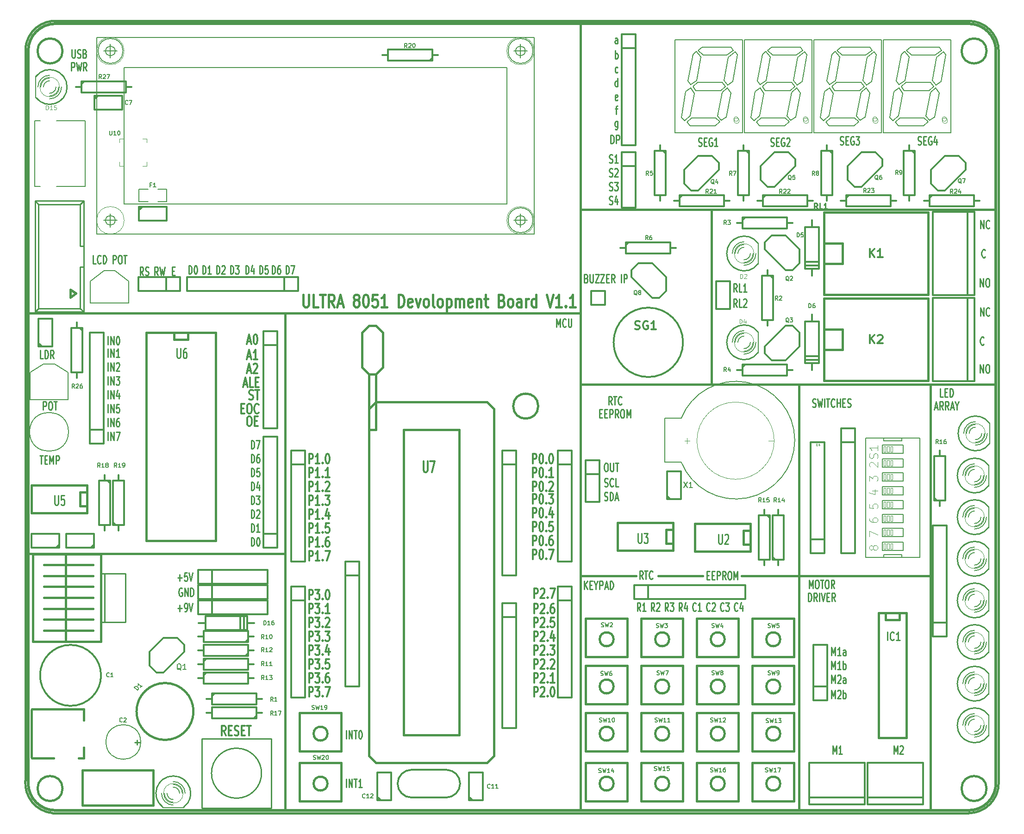
<source format=gto>
G04 #@! TF.FileFunction,Legend,Top*
%FSLAX46Y46*%
G04 Gerber Fmt 4.6, Leading zero omitted, Abs format (unit mm)*
G04 Created by KiCad (PCBNEW (2015-01-16 BZR 5376)-product) date 9/25/2015 11:49:26 AM*
%MOMM*%
G01*
G04 APERTURE LIST*
%ADD10C,0.150000*%
%ADD11C,0.254000*%
%ADD12C,0.381000*%
%ADD13C,0.444500*%
%ADD14C,0.500000*%
%ADD15C,0.304800*%
%ADD16C,0.127000*%
%ADD17C,0.203200*%
%ADD18C,0.076200*%
%ADD19C,0.152400*%
%ADD20C,0.066040*%
%ADD21C,0.063500*%
%ADD22C,0.101600*%
%ADD23C,0.317500*%
%ADD24C,0.050800*%
%ADD25C,0.406400*%
%ADD26C,0.190500*%
%ADD27C,0.285750*%
%ADD28C,0.287020*%
%ADD29C,0.088900*%
G04 APERTURE END LIST*
D10*
D11*
X72350691Y-73904929D02*
X71866882Y-73904929D01*
X71866882Y-72380929D01*
X73269929Y-73759786D02*
X73221548Y-73832357D01*
X73076405Y-73904929D01*
X72979643Y-73904929D01*
X72834501Y-73832357D01*
X72737739Y-73687214D01*
X72689358Y-73542071D01*
X72640977Y-73251786D01*
X72640977Y-73034071D01*
X72689358Y-72743786D01*
X72737739Y-72598643D01*
X72834501Y-72453500D01*
X72979643Y-72380929D01*
X73076405Y-72380929D01*
X73221548Y-72453500D01*
X73269929Y-72526071D01*
X73705358Y-73904929D02*
X73705358Y-72380929D01*
X73947263Y-72380929D01*
X74092405Y-72453500D01*
X74189167Y-72598643D01*
X74237548Y-72743786D01*
X74285929Y-73034071D01*
X74285929Y-73251786D01*
X74237548Y-73542071D01*
X74189167Y-73687214D01*
X74092405Y-73832357D01*
X73947263Y-73904929D01*
X73705358Y-73904929D01*
X75495453Y-73904929D02*
X75495453Y-72380929D01*
X75882500Y-72380929D01*
X75979262Y-72453500D01*
X76027643Y-72526071D01*
X76076024Y-72671214D01*
X76076024Y-72888929D01*
X76027643Y-73034071D01*
X75979262Y-73106643D01*
X75882500Y-73179214D01*
X75495453Y-73179214D01*
X76704977Y-72380929D02*
X76898500Y-72380929D01*
X76995262Y-72453500D01*
X77092024Y-72598643D01*
X77140405Y-72888929D01*
X77140405Y-73396929D01*
X77092024Y-73687214D01*
X76995262Y-73832357D01*
X76898500Y-73904929D01*
X76704977Y-73904929D01*
X76608215Y-73832357D01*
X76511453Y-73687214D01*
X76463072Y-73396929D01*
X76463072Y-72888929D01*
X76511453Y-72598643D01*
X76608215Y-72453500D01*
X76704977Y-72380929D01*
X77430691Y-72380929D02*
X78011262Y-72380929D01*
X77720977Y-73904929D02*
X77720977Y-72380929D01*
D12*
X59500000Y-34500000D02*
X59500000Y-168500000D01*
X232000000Y-29500000D02*
X65500000Y-29500000D01*
X237500000Y-169000000D02*
X237500000Y-35000000D01*
X64500000Y-174500000D02*
X232000000Y-174500000D01*
X59500000Y-168500000D02*
G75*
G03X64500000Y-174500000I5500000J-500000D01*
G01*
X65500000Y-29500000D02*
G75*
G03X59500000Y-34500000I-500000J-5500000D01*
G01*
X237500000Y-35000000D02*
G75*
G03X232000000Y-29500000I-5500000J0D01*
G01*
X232000000Y-174500000D02*
G75*
G03X237500000Y-169000000I0J5500000D01*
G01*
D11*
X156609143Y-85525429D02*
X156609143Y-84001429D01*
X156947809Y-85090000D01*
X157286476Y-84001429D01*
X157286476Y-85525429D01*
X158350857Y-85380286D02*
X158302476Y-85452857D01*
X158157333Y-85525429D01*
X158060571Y-85525429D01*
X157915429Y-85452857D01*
X157818667Y-85307714D01*
X157770286Y-85162571D01*
X157721905Y-84872286D01*
X157721905Y-84654571D01*
X157770286Y-84364286D01*
X157818667Y-84219143D01*
X157915429Y-84074000D01*
X158060571Y-84001429D01*
X158157333Y-84001429D01*
X158302476Y-84074000D01*
X158350857Y-84146571D01*
X158786286Y-84001429D02*
X158786286Y-85235143D01*
X158834667Y-85380286D01*
X158883048Y-85452857D01*
X158979810Y-85525429D01*
X159173333Y-85525429D01*
X159270095Y-85452857D01*
X159318476Y-85380286D01*
X159366857Y-85235143D01*
X159366857Y-84001429D01*
X161725429Y-133531429D02*
X161725429Y-132007429D01*
X162306000Y-133531429D02*
X161870572Y-132660571D01*
X162306000Y-132007429D02*
X161725429Y-132878286D01*
X162741429Y-132733143D02*
X163080095Y-132733143D01*
X163225238Y-133531429D02*
X162741429Y-133531429D01*
X162741429Y-132007429D01*
X163225238Y-132007429D01*
X163854191Y-132805714D02*
X163854191Y-133531429D01*
X163515524Y-132007429D02*
X163854191Y-132805714D01*
X164192857Y-132007429D01*
X164531524Y-133531429D02*
X164531524Y-132007429D01*
X164918571Y-132007429D01*
X165015333Y-132080000D01*
X165063714Y-132152571D01*
X165112095Y-132297714D01*
X165112095Y-132515429D01*
X165063714Y-132660571D01*
X165015333Y-132733143D01*
X164918571Y-132805714D01*
X164531524Y-132805714D01*
X165499143Y-133096000D02*
X165982952Y-133096000D01*
X165402381Y-133531429D02*
X165741048Y-132007429D01*
X166079714Y-133531429D01*
X166418381Y-133531429D02*
X166418381Y-132007429D01*
X166660286Y-132007429D01*
X166805428Y-132080000D01*
X166902190Y-132225143D01*
X166950571Y-132370286D01*
X166998952Y-132660571D01*
X166998952Y-132878286D01*
X166950571Y-133168571D01*
X166902190Y-133313714D01*
X166805428Y-133458857D01*
X166660286Y-133531429D01*
X166418381Y-133531429D01*
X165608001Y-110417429D02*
X165801524Y-110417429D01*
X165898286Y-110490000D01*
X165995048Y-110635143D01*
X166043429Y-110925429D01*
X166043429Y-111433429D01*
X165995048Y-111723714D01*
X165898286Y-111868857D01*
X165801524Y-111941429D01*
X165608001Y-111941429D01*
X165511239Y-111868857D01*
X165414477Y-111723714D01*
X165366096Y-111433429D01*
X165366096Y-110925429D01*
X165414477Y-110635143D01*
X165511239Y-110490000D01*
X165608001Y-110417429D01*
X166478858Y-110417429D02*
X166478858Y-111651143D01*
X166527239Y-111796286D01*
X166575620Y-111868857D01*
X166672382Y-111941429D01*
X166865905Y-111941429D01*
X166962667Y-111868857D01*
X167011048Y-111796286D01*
X167059429Y-111651143D01*
X167059429Y-110417429D01*
X167398096Y-110417429D02*
X167978667Y-110417429D01*
X167688382Y-111941429D02*
X167688382Y-110417429D01*
X165414477Y-114662857D02*
X165559620Y-114735429D01*
X165801524Y-114735429D01*
X165898286Y-114662857D01*
X165946667Y-114590286D01*
X165995048Y-114445143D01*
X165995048Y-114300000D01*
X165946667Y-114154857D01*
X165898286Y-114082286D01*
X165801524Y-114009714D01*
X165608001Y-113937143D01*
X165511239Y-113864571D01*
X165462858Y-113792000D01*
X165414477Y-113646857D01*
X165414477Y-113501714D01*
X165462858Y-113356571D01*
X165511239Y-113284000D01*
X165608001Y-113211429D01*
X165849905Y-113211429D01*
X165995048Y-113284000D01*
X167011048Y-114590286D02*
X166962667Y-114662857D01*
X166817524Y-114735429D01*
X166720762Y-114735429D01*
X166575620Y-114662857D01*
X166478858Y-114517714D01*
X166430477Y-114372571D01*
X166382096Y-114082286D01*
X166382096Y-113864571D01*
X166430477Y-113574286D01*
X166478858Y-113429143D01*
X166575620Y-113284000D01*
X166720762Y-113211429D01*
X166817524Y-113211429D01*
X166962667Y-113284000D01*
X167011048Y-113356571D01*
X167930286Y-114735429D02*
X167446477Y-114735429D01*
X167446477Y-113211429D01*
X165390286Y-117202857D02*
X165535429Y-117275429D01*
X165777333Y-117275429D01*
X165874095Y-117202857D01*
X165922476Y-117130286D01*
X165970857Y-116985143D01*
X165970857Y-116840000D01*
X165922476Y-116694857D01*
X165874095Y-116622286D01*
X165777333Y-116549714D01*
X165583810Y-116477143D01*
X165487048Y-116404571D01*
X165438667Y-116332000D01*
X165390286Y-116186857D01*
X165390286Y-116041714D01*
X165438667Y-115896571D01*
X165487048Y-115824000D01*
X165583810Y-115751429D01*
X165825714Y-115751429D01*
X165970857Y-115824000D01*
X166406286Y-117275429D02*
X166406286Y-115751429D01*
X166648191Y-115751429D01*
X166793333Y-115824000D01*
X166890095Y-115969143D01*
X166938476Y-116114286D01*
X166986857Y-116404571D01*
X166986857Y-116622286D01*
X166938476Y-116912571D01*
X166890095Y-117057714D01*
X166793333Y-117202857D01*
X166648191Y-117275429D01*
X166406286Y-117275429D01*
X167373905Y-116840000D02*
X167857714Y-116840000D01*
X167277143Y-117275429D02*
X167615810Y-115751429D01*
X167954476Y-117275429D01*
D12*
X190500000Y-131064000D02*
X225044000Y-131064000D01*
X175260000Y-131064000D02*
X183388000Y-131064000D01*
X161036000Y-131064000D02*
X171196000Y-131064000D01*
D13*
X110278332Y-79583643D02*
X110278332Y-81434214D01*
X110362999Y-81651929D01*
X110447666Y-81760786D01*
X110616999Y-81869643D01*
X110955666Y-81869643D01*
X111124999Y-81760786D01*
X111209666Y-81651929D01*
X111294332Y-81434214D01*
X111294332Y-79583643D01*
X112987666Y-81869643D02*
X112140999Y-81869643D01*
X112140999Y-79583643D01*
X113326332Y-79583643D02*
X114342332Y-79583643D01*
X113834332Y-81869643D02*
X113834332Y-79583643D01*
X115950999Y-81869643D02*
X115358333Y-80781071D01*
X114934999Y-81869643D02*
X114934999Y-79583643D01*
X115612333Y-79583643D01*
X115781666Y-79692500D01*
X115866333Y-79801357D01*
X115950999Y-80019071D01*
X115950999Y-80345643D01*
X115866333Y-80563357D01*
X115781666Y-80672214D01*
X115612333Y-80781071D01*
X114934999Y-80781071D01*
X116628333Y-81216500D02*
X117474999Y-81216500D01*
X116458999Y-81869643D02*
X117051666Y-79583643D01*
X117644333Y-81869643D01*
X119845666Y-80563357D02*
X119676333Y-80454500D01*
X119591666Y-80345643D01*
X119507000Y-80127929D01*
X119507000Y-80019071D01*
X119591666Y-79801357D01*
X119676333Y-79692500D01*
X119845666Y-79583643D01*
X120184333Y-79583643D01*
X120353666Y-79692500D01*
X120438333Y-79801357D01*
X120523000Y-80019071D01*
X120523000Y-80127929D01*
X120438333Y-80345643D01*
X120353666Y-80454500D01*
X120184333Y-80563357D01*
X119845666Y-80563357D01*
X119676333Y-80672214D01*
X119591666Y-80781071D01*
X119507000Y-80998786D01*
X119507000Y-81434214D01*
X119591666Y-81651929D01*
X119676333Y-81760786D01*
X119845666Y-81869643D01*
X120184333Y-81869643D01*
X120353666Y-81760786D01*
X120438333Y-81651929D01*
X120523000Y-81434214D01*
X120523000Y-80998786D01*
X120438333Y-80781071D01*
X120353666Y-80672214D01*
X120184333Y-80563357D01*
X121623666Y-79583643D02*
X121792999Y-79583643D01*
X121962333Y-79692500D01*
X122046999Y-79801357D01*
X122131666Y-80019071D01*
X122216333Y-80454500D01*
X122216333Y-80998786D01*
X122131666Y-81434214D01*
X122046999Y-81651929D01*
X121962333Y-81760786D01*
X121792999Y-81869643D01*
X121623666Y-81869643D01*
X121454333Y-81760786D01*
X121369666Y-81651929D01*
X121284999Y-81434214D01*
X121200333Y-80998786D01*
X121200333Y-80454500D01*
X121284999Y-80019071D01*
X121369666Y-79801357D01*
X121454333Y-79692500D01*
X121623666Y-79583643D01*
X123824999Y-79583643D02*
X122978332Y-79583643D01*
X122893666Y-80672214D01*
X122978332Y-80563357D01*
X123147666Y-80454500D01*
X123570999Y-80454500D01*
X123740332Y-80563357D01*
X123824999Y-80672214D01*
X123909666Y-80889929D01*
X123909666Y-81434214D01*
X123824999Y-81651929D01*
X123740332Y-81760786D01*
X123570999Y-81869643D01*
X123147666Y-81869643D01*
X122978332Y-81760786D01*
X122893666Y-81651929D01*
X125602999Y-81869643D02*
X124586999Y-81869643D01*
X125094999Y-81869643D02*
X125094999Y-79583643D01*
X124925665Y-79910214D01*
X124756332Y-80127929D01*
X124586999Y-80236786D01*
X127719665Y-81869643D02*
X127719665Y-79583643D01*
X128142999Y-79583643D01*
X128396999Y-79692500D01*
X128566332Y-79910214D01*
X128650999Y-80127929D01*
X128735665Y-80563357D01*
X128735665Y-80889929D01*
X128650999Y-81325357D01*
X128566332Y-81543071D01*
X128396999Y-81760786D01*
X128142999Y-81869643D01*
X127719665Y-81869643D01*
X130174999Y-81760786D02*
X130005665Y-81869643D01*
X129666999Y-81869643D01*
X129497665Y-81760786D01*
X129412999Y-81543071D01*
X129412999Y-80672214D01*
X129497665Y-80454500D01*
X129666999Y-80345643D01*
X130005665Y-80345643D01*
X130174999Y-80454500D01*
X130259665Y-80672214D01*
X130259665Y-80889929D01*
X129412999Y-81107643D01*
X130852332Y-80345643D02*
X131275665Y-81869643D01*
X131698999Y-80345643D01*
X132630332Y-81869643D02*
X132460999Y-81760786D01*
X132376332Y-81651929D01*
X132291666Y-81434214D01*
X132291666Y-80781071D01*
X132376332Y-80563357D01*
X132460999Y-80454500D01*
X132630332Y-80345643D01*
X132884332Y-80345643D01*
X133053666Y-80454500D01*
X133138332Y-80563357D01*
X133222999Y-80781071D01*
X133222999Y-81434214D01*
X133138332Y-81651929D01*
X133053666Y-81760786D01*
X132884332Y-81869643D01*
X132630332Y-81869643D01*
X134238999Y-81869643D02*
X134069666Y-81760786D01*
X133984999Y-81543071D01*
X133984999Y-79583643D01*
X135170332Y-81869643D02*
X135000999Y-81760786D01*
X134916332Y-81651929D01*
X134831666Y-81434214D01*
X134831666Y-80781071D01*
X134916332Y-80563357D01*
X135000999Y-80454500D01*
X135170332Y-80345643D01*
X135424332Y-80345643D01*
X135593666Y-80454500D01*
X135678332Y-80563357D01*
X135762999Y-80781071D01*
X135762999Y-81434214D01*
X135678332Y-81651929D01*
X135593666Y-81760786D01*
X135424332Y-81869643D01*
X135170332Y-81869643D01*
X136524999Y-80345643D02*
X136524999Y-82631643D01*
X136524999Y-80454500D02*
X136694333Y-80345643D01*
X137032999Y-80345643D01*
X137202333Y-80454500D01*
X137286999Y-80563357D01*
X137371666Y-80781071D01*
X137371666Y-81434214D01*
X137286999Y-81651929D01*
X137202333Y-81760786D01*
X137032999Y-81869643D01*
X136694333Y-81869643D01*
X136524999Y-81760786D01*
X138133666Y-81869643D02*
X138133666Y-80345643D01*
X138133666Y-80563357D02*
X138218333Y-80454500D01*
X138387666Y-80345643D01*
X138641666Y-80345643D01*
X138811000Y-80454500D01*
X138895666Y-80672214D01*
X138895666Y-81869643D01*
X138895666Y-80672214D02*
X138980333Y-80454500D01*
X139149666Y-80345643D01*
X139403666Y-80345643D01*
X139573000Y-80454500D01*
X139657666Y-80672214D01*
X139657666Y-81869643D01*
X141181667Y-81760786D02*
X141012333Y-81869643D01*
X140673667Y-81869643D01*
X140504333Y-81760786D01*
X140419667Y-81543071D01*
X140419667Y-80672214D01*
X140504333Y-80454500D01*
X140673667Y-80345643D01*
X141012333Y-80345643D01*
X141181667Y-80454500D01*
X141266333Y-80672214D01*
X141266333Y-80889929D01*
X140419667Y-81107643D01*
X142028333Y-80345643D02*
X142028333Y-81869643D01*
X142028333Y-80563357D02*
X142113000Y-80454500D01*
X142282333Y-80345643D01*
X142536333Y-80345643D01*
X142705667Y-80454500D01*
X142790333Y-80672214D01*
X142790333Y-81869643D01*
X143383000Y-80345643D02*
X144060334Y-80345643D01*
X143637000Y-79583643D02*
X143637000Y-81543071D01*
X143721667Y-81760786D01*
X143891000Y-81869643D01*
X144060334Y-81869643D01*
X146600334Y-80672214D02*
X146854334Y-80781071D01*
X146939001Y-80889929D01*
X147023667Y-81107643D01*
X147023667Y-81434214D01*
X146939001Y-81651929D01*
X146854334Y-81760786D01*
X146685001Y-81869643D01*
X146007667Y-81869643D01*
X146007667Y-79583643D01*
X146600334Y-79583643D01*
X146769667Y-79692500D01*
X146854334Y-79801357D01*
X146939001Y-80019071D01*
X146939001Y-80236786D01*
X146854334Y-80454500D01*
X146769667Y-80563357D01*
X146600334Y-80672214D01*
X146007667Y-80672214D01*
X148039667Y-81869643D02*
X147870334Y-81760786D01*
X147785667Y-81651929D01*
X147701001Y-81434214D01*
X147701001Y-80781071D01*
X147785667Y-80563357D01*
X147870334Y-80454500D01*
X148039667Y-80345643D01*
X148293667Y-80345643D01*
X148463001Y-80454500D01*
X148547667Y-80563357D01*
X148632334Y-80781071D01*
X148632334Y-81434214D01*
X148547667Y-81651929D01*
X148463001Y-81760786D01*
X148293667Y-81869643D01*
X148039667Y-81869643D01*
X150156334Y-81869643D02*
X150156334Y-80672214D01*
X150071668Y-80454500D01*
X149902334Y-80345643D01*
X149563668Y-80345643D01*
X149394334Y-80454500D01*
X150156334Y-81760786D02*
X149987001Y-81869643D01*
X149563668Y-81869643D01*
X149394334Y-81760786D01*
X149309668Y-81543071D01*
X149309668Y-81325357D01*
X149394334Y-81107643D01*
X149563668Y-80998786D01*
X149987001Y-80998786D01*
X150156334Y-80889929D01*
X151003001Y-81869643D02*
X151003001Y-80345643D01*
X151003001Y-80781071D02*
X151087668Y-80563357D01*
X151172335Y-80454500D01*
X151341668Y-80345643D01*
X151511001Y-80345643D01*
X152865668Y-81869643D02*
X152865668Y-79583643D01*
X152865668Y-81760786D02*
X152696335Y-81869643D01*
X152357668Y-81869643D01*
X152188335Y-81760786D01*
X152103668Y-81651929D01*
X152019002Y-81434214D01*
X152019002Y-80781071D01*
X152103668Y-80563357D01*
X152188335Y-80454500D01*
X152357668Y-80345643D01*
X152696335Y-80345643D01*
X152865668Y-80454500D01*
X154813002Y-79583643D02*
X155405669Y-81869643D01*
X155998336Y-79583643D01*
X157522336Y-81869643D02*
X156506336Y-81869643D01*
X157014336Y-81869643D02*
X157014336Y-79583643D01*
X156845002Y-79910214D01*
X156675669Y-80127929D01*
X156506336Y-80236786D01*
X158284335Y-81651929D02*
X158369002Y-81760786D01*
X158284335Y-81869643D01*
X158199669Y-81760786D01*
X158284335Y-81651929D01*
X158284335Y-81869643D01*
X160062336Y-81869643D02*
X159046336Y-81869643D01*
X159554336Y-81869643D02*
X159554336Y-79583643D01*
X159385002Y-79910214D01*
X159215669Y-80127929D01*
X159046336Y-80236786D01*
D14*
X60000000Y-169000000D02*
X60000000Y-35000000D01*
X232000000Y-174000000D02*
X65000000Y-174000000D01*
X237000000Y-35000000D02*
X237000000Y-169000000D01*
X65000000Y-30000000D02*
X232000000Y-30000000D01*
X232000000Y-174000000D02*
G75*
G03X237000000Y-169000000I0J5000000D01*
G01*
X237000000Y-35000000D02*
G75*
G03X232000000Y-30000000I-5000000J0D01*
G01*
X65000000Y-30000000D02*
G75*
G03X60000000Y-35000000I0J-5000000D01*
G01*
X60000000Y-169000000D02*
G75*
G03X65000000Y-174000000I5000000J0D01*
G01*
D11*
X87339715Y-137014857D02*
X88113810Y-137014857D01*
X87726762Y-137595429D02*
X87726762Y-136434286D01*
X88646001Y-137595429D02*
X88839525Y-137595429D01*
X88936286Y-137522857D01*
X88984667Y-137450286D01*
X89081429Y-137232571D01*
X89129810Y-136942286D01*
X89129810Y-136361714D01*
X89081429Y-136216571D01*
X89033048Y-136144000D01*
X88936286Y-136071429D01*
X88742763Y-136071429D01*
X88646001Y-136144000D01*
X88597620Y-136216571D01*
X88549239Y-136361714D01*
X88549239Y-136724571D01*
X88597620Y-136869714D01*
X88646001Y-136942286D01*
X88742763Y-137014857D01*
X88936286Y-137014857D01*
X89033048Y-136942286D01*
X89081429Y-136869714D01*
X89129810Y-136724571D01*
X89420096Y-136071429D02*
X89758763Y-137595429D01*
X90097429Y-136071429D01*
X88125905Y-133350000D02*
X88029143Y-133277429D01*
X87884000Y-133277429D01*
X87738858Y-133350000D01*
X87642096Y-133495143D01*
X87593715Y-133640286D01*
X87545334Y-133930571D01*
X87545334Y-134148286D01*
X87593715Y-134438571D01*
X87642096Y-134583714D01*
X87738858Y-134728857D01*
X87884000Y-134801429D01*
X87980762Y-134801429D01*
X88125905Y-134728857D01*
X88174286Y-134656286D01*
X88174286Y-134148286D01*
X87980762Y-134148286D01*
X88609715Y-134801429D02*
X88609715Y-133277429D01*
X89190286Y-134801429D01*
X89190286Y-133277429D01*
X89674096Y-134801429D02*
X89674096Y-133277429D01*
X89916001Y-133277429D01*
X90061143Y-133350000D01*
X90157905Y-133495143D01*
X90206286Y-133640286D01*
X90254667Y-133930571D01*
X90254667Y-134148286D01*
X90206286Y-134438571D01*
X90157905Y-134583714D01*
X90061143Y-134728857D01*
X89916001Y-134801429D01*
X89674096Y-134801429D01*
X87339715Y-131426857D02*
X88113810Y-131426857D01*
X87726762Y-132007429D02*
X87726762Y-130846286D01*
X89081429Y-130483429D02*
X88597620Y-130483429D01*
X88549239Y-131209143D01*
X88597620Y-131136571D01*
X88694382Y-131064000D01*
X88936286Y-131064000D01*
X89033048Y-131136571D01*
X89081429Y-131209143D01*
X89129810Y-131354286D01*
X89129810Y-131717143D01*
X89081429Y-131862286D01*
X89033048Y-131934857D01*
X88936286Y-132007429D01*
X88694382Y-132007429D01*
X88597620Y-131934857D01*
X88549239Y-131862286D01*
X89420096Y-130483429D02*
X89758763Y-132007429D01*
X90097429Y-130483429D01*
D12*
X225000000Y-131000000D02*
X225000000Y-96000000D01*
D11*
X234151715Y-83493429D02*
X234151715Y-81969429D01*
X234732286Y-83493429D01*
X234732286Y-81969429D01*
X235796667Y-83348286D02*
X235748286Y-83420857D01*
X235603143Y-83493429D01*
X235506381Y-83493429D01*
X235361239Y-83420857D01*
X235264477Y-83275714D01*
X235216096Y-83130571D01*
X235167715Y-82840286D01*
X235167715Y-82622571D01*
X235216096Y-82332286D01*
X235264477Y-82187143D01*
X235361239Y-82042000D01*
X235506381Y-81969429D01*
X235603143Y-81969429D01*
X235748286Y-82042000D01*
X235796667Y-82114571D01*
X234756476Y-88682286D02*
X234708095Y-88754857D01*
X234562952Y-88827429D01*
X234466190Y-88827429D01*
X234321048Y-88754857D01*
X234224286Y-88609714D01*
X234175905Y-88464571D01*
X234127524Y-88174286D01*
X234127524Y-87956571D01*
X234175905Y-87666286D01*
X234224286Y-87521143D01*
X234321048Y-87376000D01*
X234466190Y-87303429D01*
X234562952Y-87303429D01*
X234708095Y-87376000D01*
X234756476Y-87448571D01*
X234127524Y-93907429D02*
X234127524Y-92383429D01*
X234708095Y-93907429D01*
X234708095Y-92383429D01*
X235385429Y-92383429D02*
X235578952Y-92383429D01*
X235675714Y-92456000D01*
X235772476Y-92601143D01*
X235820857Y-92891429D01*
X235820857Y-93399429D01*
X235772476Y-93689714D01*
X235675714Y-93834857D01*
X235578952Y-93907429D01*
X235385429Y-93907429D01*
X235288667Y-93834857D01*
X235191905Y-93689714D01*
X235143524Y-93399429D01*
X235143524Y-92891429D01*
X235191905Y-92601143D01*
X235288667Y-92456000D01*
X235385429Y-92383429D01*
X234127524Y-78159429D02*
X234127524Y-76635429D01*
X234708095Y-78159429D01*
X234708095Y-76635429D01*
X235385429Y-76635429D02*
X235578952Y-76635429D01*
X235675714Y-76708000D01*
X235772476Y-76853143D01*
X235820857Y-77143429D01*
X235820857Y-77651429D01*
X235772476Y-77941714D01*
X235675714Y-78086857D01*
X235578952Y-78159429D01*
X235385429Y-78159429D01*
X235288667Y-78086857D01*
X235191905Y-77941714D01*
X235143524Y-77651429D01*
X235143524Y-77143429D01*
X235191905Y-76853143D01*
X235288667Y-76708000D01*
X235385429Y-76635429D01*
X235010476Y-72680286D02*
X234962095Y-72752857D01*
X234816952Y-72825429D01*
X234720190Y-72825429D01*
X234575048Y-72752857D01*
X234478286Y-72607714D01*
X234429905Y-72462571D01*
X234381524Y-72172286D01*
X234381524Y-71954571D01*
X234429905Y-71664286D01*
X234478286Y-71519143D01*
X234575048Y-71374000D01*
X234720190Y-71301429D01*
X234816952Y-71301429D01*
X234962095Y-71374000D01*
X235010476Y-71446571D01*
X234151715Y-67491429D02*
X234151715Y-65967429D01*
X234732286Y-67491429D01*
X234732286Y-65967429D01*
X235796667Y-67346286D02*
X235748286Y-67418857D01*
X235603143Y-67491429D01*
X235506381Y-67491429D01*
X235361239Y-67418857D01*
X235264477Y-67273714D01*
X235216096Y-67128571D01*
X235167715Y-66838286D01*
X235167715Y-66620571D01*
X235216096Y-66330286D01*
X235264477Y-66185143D01*
X235361239Y-66040000D01*
X235506381Y-65967429D01*
X235603143Y-65967429D01*
X235748286Y-66040000D01*
X235796667Y-66112571D01*
D12*
X107000000Y-127000000D02*
X60000000Y-127000000D01*
X107000000Y-83000000D02*
X107000000Y-174000000D01*
X161000000Y-83000000D02*
X60000000Y-83000000D01*
X185000000Y-96000000D02*
X185000000Y-64000000D01*
X237000000Y-64000000D02*
X161000000Y-64000000D01*
X201000000Y-96000000D02*
X161000000Y-96000000D01*
X161000000Y-131000000D02*
X161000000Y-30000000D01*
X201000000Y-96000000D02*
X237000000Y-96000000D01*
X201000000Y-131000000D02*
X201000000Y-96000000D01*
X201000000Y-174000000D02*
X201000000Y-131000000D01*
X225000000Y-131000000D02*
X225000000Y-174000000D01*
X161000000Y-174000000D02*
X161000000Y-131000000D01*
D11*
X227311857Y-98301629D02*
X226828048Y-98301629D01*
X226828048Y-96777629D01*
X227650524Y-97503343D02*
X227989190Y-97503343D01*
X228134333Y-98301629D02*
X227650524Y-98301629D01*
X227650524Y-96777629D01*
X228134333Y-96777629D01*
X228569762Y-98301629D02*
X228569762Y-96777629D01*
X228811667Y-96777629D01*
X228956809Y-96850200D01*
X229053571Y-96995343D01*
X229101952Y-97140486D01*
X229150333Y-97430771D01*
X229150333Y-97648486D01*
X229101952Y-97938771D01*
X229053571Y-98083914D01*
X228956809Y-98229057D01*
X228811667Y-98301629D01*
X228569762Y-98301629D01*
X225836239Y-100253800D02*
X226320048Y-100253800D01*
X225739477Y-100689229D02*
X226078144Y-99165229D01*
X226416810Y-100689229D01*
X227336048Y-100689229D02*
X226997382Y-99963514D01*
X226755477Y-100689229D02*
X226755477Y-99165229D01*
X227142524Y-99165229D01*
X227239286Y-99237800D01*
X227287667Y-99310371D01*
X227336048Y-99455514D01*
X227336048Y-99673229D01*
X227287667Y-99818371D01*
X227239286Y-99890943D01*
X227142524Y-99963514D01*
X226755477Y-99963514D01*
X228352048Y-100689229D02*
X228013382Y-99963514D01*
X227771477Y-100689229D02*
X227771477Y-99165229D01*
X228158524Y-99165229D01*
X228255286Y-99237800D01*
X228303667Y-99310371D01*
X228352048Y-99455514D01*
X228352048Y-99673229D01*
X228303667Y-99818371D01*
X228255286Y-99890943D01*
X228158524Y-99963514D01*
X227771477Y-99963514D01*
X228739096Y-100253800D02*
X229222905Y-100253800D01*
X228642334Y-100689229D02*
X228981001Y-99165229D01*
X229319667Y-100689229D01*
X229851858Y-99963514D02*
X229851858Y-100689229D01*
X229513191Y-99165229D02*
X229851858Y-99963514D01*
X230190524Y-99165229D01*
X218313524Y-163693429D02*
X218313524Y-162169429D01*
X218652190Y-163258000D01*
X218990857Y-162169429D01*
X218990857Y-163693429D01*
X219426286Y-162314571D02*
X219474667Y-162242000D01*
X219571429Y-162169429D01*
X219813333Y-162169429D01*
X219910095Y-162242000D01*
X219958476Y-162314571D01*
X220006857Y-162459714D01*
X220006857Y-162604857D01*
X219958476Y-162822571D01*
X219377905Y-163693429D01*
X220006857Y-163693429D01*
X207137524Y-163693429D02*
X207137524Y-162169429D01*
X207476190Y-163258000D01*
X207814857Y-162169429D01*
X207814857Y-163693429D01*
X208830857Y-163693429D02*
X208250286Y-163693429D01*
X208540572Y-163693429D02*
X208540572Y-162169429D01*
X208443810Y-162387143D01*
X208347048Y-162532286D01*
X208250286Y-162604857D01*
X206931905Y-153533429D02*
X206931905Y-152009429D01*
X207270571Y-153098000D01*
X207609238Y-152009429D01*
X207609238Y-153533429D01*
X208044667Y-152154571D02*
X208093048Y-152082000D01*
X208189810Y-152009429D01*
X208431714Y-152009429D01*
X208528476Y-152082000D01*
X208576857Y-152154571D01*
X208625238Y-152299714D01*
X208625238Y-152444857D01*
X208576857Y-152662571D01*
X207996286Y-153533429D01*
X208625238Y-153533429D01*
X209060667Y-153533429D02*
X209060667Y-152009429D01*
X209060667Y-152590000D02*
X209157429Y-152517429D01*
X209350952Y-152517429D01*
X209447714Y-152590000D01*
X209496095Y-152662571D01*
X209544476Y-152807714D01*
X209544476Y-153243143D01*
X209496095Y-153388286D01*
X209447714Y-153460857D01*
X209350952Y-153533429D01*
X209157429Y-153533429D01*
X209060667Y-153460857D01*
X206931905Y-150739429D02*
X206931905Y-149215429D01*
X207270571Y-150304000D01*
X207609238Y-149215429D01*
X207609238Y-150739429D01*
X208044667Y-149360571D02*
X208093048Y-149288000D01*
X208189810Y-149215429D01*
X208431714Y-149215429D01*
X208528476Y-149288000D01*
X208576857Y-149360571D01*
X208625238Y-149505714D01*
X208625238Y-149650857D01*
X208576857Y-149868571D01*
X207996286Y-150739429D01*
X208625238Y-150739429D01*
X209496095Y-150739429D02*
X209496095Y-149941143D01*
X209447714Y-149796000D01*
X209350952Y-149723429D01*
X209157429Y-149723429D01*
X209060667Y-149796000D01*
X209496095Y-150666857D02*
X209399333Y-150739429D01*
X209157429Y-150739429D01*
X209060667Y-150666857D01*
X209012286Y-150521714D01*
X209012286Y-150376571D01*
X209060667Y-150231429D01*
X209157429Y-150158857D01*
X209399333Y-150158857D01*
X209496095Y-150086286D01*
X206931905Y-148199429D02*
X206931905Y-146675429D01*
X207270571Y-147764000D01*
X207609238Y-146675429D01*
X207609238Y-148199429D01*
X208625238Y-148199429D02*
X208044667Y-148199429D01*
X208334953Y-148199429D02*
X208334953Y-146675429D01*
X208238191Y-146893143D01*
X208141429Y-147038286D01*
X208044667Y-147110857D01*
X209060667Y-148199429D02*
X209060667Y-146675429D01*
X209060667Y-147256000D02*
X209157429Y-147183429D01*
X209350952Y-147183429D01*
X209447714Y-147256000D01*
X209496095Y-147328571D01*
X209544476Y-147473714D01*
X209544476Y-147909143D01*
X209496095Y-148054286D01*
X209447714Y-148126857D01*
X209350952Y-148199429D01*
X209157429Y-148199429D01*
X209060667Y-148126857D01*
X206931905Y-145659429D02*
X206931905Y-144135429D01*
X207270571Y-145224000D01*
X207609238Y-144135429D01*
X207609238Y-145659429D01*
X208625238Y-145659429D02*
X208044667Y-145659429D01*
X208334953Y-145659429D02*
X208334953Y-144135429D01*
X208238191Y-144353143D01*
X208141429Y-144498286D01*
X208044667Y-144570857D01*
X209496095Y-145659429D02*
X209496095Y-144861143D01*
X209447714Y-144716000D01*
X209350952Y-144643429D01*
X209157429Y-144643429D01*
X209060667Y-144716000D01*
X209496095Y-145586857D02*
X209399333Y-145659429D01*
X209157429Y-145659429D01*
X209060667Y-145586857D01*
X209012286Y-145441714D01*
X209012286Y-145296571D01*
X209060667Y-145151429D01*
X209157429Y-145078857D01*
X209399333Y-145078857D01*
X209496095Y-145006286D01*
X202806905Y-133353629D02*
X202806905Y-131829629D01*
X203145571Y-132918200D01*
X203484238Y-131829629D01*
X203484238Y-133353629D01*
X204161572Y-131829629D02*
X204355095Y-131829629D01*
X204451857Y-131902200D01*
X204548619Y-132047343D01*
X204597000Y-132337629D01*
X204597000Y-132845629D01*
X204548619Y-133135914D01*
X204451857Y-133281057D01*
X204355095Y-133353629D01*
X204161572Y-133353629D01*
X204064810Y-133281057D01*
X203968048Y-133135914D01*
X203919667Y-132845629D01*
X203919667Y-132337629D01*
X203968048Y-132047343D01*
X204064810Y-131902200D01*
X204161572Y-131829629D01*
X204887286Y-131829629D02*
X205467857Y-131829629D01*
X205177572Y-133353629D02*
X205177572Y-131829629D01*
X206000048Y-131829629D02*
X206193571Y-131829629D01*
X206290333Y-131902200D01*
X206387095Y-132047343D01*
X206435476Y-132337629D01*
X206435476Y-132845629D01*
X206387095Y-133135914D01*
X206290333Y-133281057D01*
X206193571Y-133353629D01*
X206000048Y-133353629D01*
X205903286Y-133281057D01*
X205806524Y-133135914D01*
X205758143Y-132845629D01*
X205758143Y-132337629D01*
X205806524Y-132047343D01*
X205903286Y-131902200D01*
X206000048Y-131829629D01*
X207451476Y-133353629D02*
X207112810Y-132627914D01*
X206870905Y-133353629D02*
X206870905Y-131829629D01*
X207257952Y-131829629D01*
X207354714Y-131902200D01*
X207403095Y-131974771D01*
X207451476Y-132119914D01*
X207451476Y-132337629D01*
X207403095Y-132482771D01*
X207354714Y-132555343D01*
X207257952Y-132627914D01*
X206870905Y-132627914D01*
X202685953Y-135741229D02*
X202685953Y-134217229D01*
X202927858Y-134217229D01*
X203073000Y-134289800D01*
X203169762Y-134434943D01*
X203218143Y-134580086D01*
X203266524Y-134870371D01*
X203266524Y-135088086D01*
X203218143Y-135378371D01*
X203169762Y-135523514D01*
X203073000Y-135668657D01*
X202927858Y-135741229D01*
X202685953Y-135741229D01*
X204282524Y-135741229D02*
X203943858Y-135015514D01*
X203701953Y-135741229D02*
X203701953Y-134217229D01*
X204089000Y-134217229D01*
X204185762Y-134289800D01*
X204234143Y-134362371D01*
X204282524Y-134507514D01*
X204282524Y-134725229D01*
X204234143Y-134870371D01*
X204185762Y-134942943D01*
X204089000Y-135015514D01*
X203701953Y-135015514D01*
X204717953Y-135741229D02*
X204717953Y-134217229D01*
X205056620Y-134217229D02*
X205395287Y-135741229D01*
X205733953Y-134217229D01*
X206072620Y-134942943D02*
X206411286Y-134942943D01*
X206556429Y-135741229D02*
X206072620Y-135741229D01*
X206072620Y-134217229D01*
X206556429Y-134217229D01*
X207572429Y-135741229D02*
X207233763Y-135015514D01*
X206991858Y-135741229D02*
X206991858Y-134217229D01*
X207378905Y-134217229D01*
X207475667Y-134289800D01*
X207524048Y-134362371D01*
X207572429Y-134507514D01*
X207572429Y-134725229D01*
X207524048Y-134870371D01*
X207475667Y-134942943D01*
X207378905Y-135015514D01*
X206991858Y-135015514D01*
X203460572Y-100120857D02*
X203605715Y-100193429D01*
X203847619Y-100193429D01*
X203944381Y-100120857D01*
X203992762Y-100048286D01*
X204041143Y-99903143D01*
X204041143Y-99758000D01*
X203992762Y-99612857D01*
X203944381Y-99540286D01*
X203847619Y-99467714D01*
X203654096Y-99395143D01*
X203557334Y-99322571D01*
X203508953Y-99250000D01*
X203460572Y-99104857D01*
X203460572Y-98959714D01*
X203508953Y-98814571D01*
X203557334Y-98742000D01*
X203654096Y-98669429D01*
X203896000Y-98669429D01*
X204041143Y-98742000D01*
X204379810Y-98669429D02*
X204621715Y-100193429D01*
X204815238Y-99104857D01*
X205008762Y-100193429D01*
X205250667Y-98669429D01*
X205637715Y-100193429D02*
X205637715Y-98669429D01*
X205976382Y-98669429D02*
X206556953Y-98669429D01*
X206266668Y-100193429D02*
X206266668Y-98669429D01*
X207476191Y-100048286D02*
X207427810Y-100120857D01*
X207282667Y-100193429D01*
X207185905Y-100193429D01*
X207040763Y-100120857D01*
X206944001Y-99975714D01*
X206895620Y-99830571D01*
X206847239Y-99540286D01*
X206847239Y-99322571D01*
X206895620Y-99032286D01*
X206944001Y-98887143D01*
X207040763Y-98742000D01*
X207185905Y-98669429D01*
X207282667Y-98669429D01*
X207427810Y-98742000D01*
X207476191Y-98814571D01*
X207911620Y-100193429D02*
X207911620Y-98669429D01*
X207911620Y-99395143D02*
X208492191Y-99395143D01*
X208492191Y-100193429D02*
X208492191Y-98669429D01*
X208976001Y-99395143D02*
X209314667Y-99395143D01*
X209459810Y-100193429D02*
X208976001Y-100193429D01*
X208976001Y-98669429D01*
X209459810Y-98669429D01*
X209846858Y-100120857D02*
X209992001Y-100193429D01*
X210233905Y-100193429D01*
X210330667Y-100120857D01*
X210379048Y-100048286D01*
X210427429Y-99903143D01*
X210427429Y-99758000D01*
X210379048Y-99612857D01*
X210330667Y-99540286D01*
X210233905Y-99467714D01*
X210040382Y-99395143D01*
X209943620Y-99322571D01*
X209895239Y-99250000D01*
X209846858Y-99104857D01*
X209846858Y-98959714D01*
X209895239Y-98814571D01*
X209943620Y-98742000D01*
X210040382Y-98669429D01*
X210282286Y-98669429D01*
X210427429Y-98742000D01*
X184137905Y-130955143D02*
X184476571Y-130955143D01*
X184621714Y-131753429D02*
X184137905Y-131753429D01*
X184137905Y-130229429D01*
X184621714Y-130229429D01*
X185057143Y-130955143D02*
X185395809Y-130955143D01*
X185540952Y-131753429D02*
X185057143Y-131753429D01*
X185057143Y-130229429D01*
X185540952Y-130229429D01*
X185976381Y-131753429D02*
X185976381Y-130229429D01*
X186363428Y-130229429D01*
X186460190Y-130302000D01*
X186508571Y-130374571D01*
X186556952Y-130519714D01*
X186556952Y-130737429D01*
X186508571Y-130882571D01*
X186460190Y-130955143D01*
X186363428Y-131027714D01*
X185976381Y-131027714D01*
X187572952Y-131753429D02*
X187234286Y-131027714D01*
X186992381Y-131753429D02*
X186992381Y-130229429D01*
X187379428Y-130229429D01*
X187476190Y-130302000D01*
X187524571Y-130374571D01*
X187572952Y-130519714D01*
X187572952Y-130737429D01*
X187524571Y-130882571D01*
X187476190Y-130955143D01*
X187379428Y-131027714D01*
X186992381Y-131027714D01*
X188201905Y-130229429D02*
X188395428Y-130229429D01*
X188492190Y-130302000D01*
X188588952Y-130447143D01*
X188637333Y-130737429D01*
X188637333Y-131245429D01*
X188588952Y-131535714D01*
X188492190Y-131680857D01*
X188395428Y-131753429D01*
X188201905Y-131753429D01*
X188105143Y-131680857D01*
X188008381Y-131535714D01*
X187960000Y-131245429D01*
X187960000Y-130737429D01*
X188008381Y-130447143D01*
X188105143Y-130302000D01*
X188201905Y-130229429D01*
X189072762Y-131753429D02*
X189072762Y-130229429D01*
X189411428Y-131318000D01*
X189750095Y-130229429D01*
X189750095Y-131753429D01*
X172419429Y-131689429D02*
X172080763Y-130963714D01*
X171838858Y-131689429D02*
X171838858Y-130165429D01*
X172225905Y-130165429D01*
X172322667Y-130238000D01*
X172371048Y-130310571D01*
X172419429Y-130455714D01*
X172419429Y-130673429D01*
X172371048Y-130818571D01*
X172322667Y-130891143D01*
X172225905Y-130963714D01*
X171838858Y-130963714D01*
X172709715Y-130165429D02*
X173290286Y-130165429D01*
X173000001Y-131689429D02*
X173000001Y-130165429D01*
X174209524Y-131544286D02*
X174161143Y-131616857D01*
X174016000Y-131689429D01*
X173919238Y-131689429D01*
X173774096Y-131616857D01*
X173677334Y-131471714D01*
X173628953Y-131326571D01*
X173580572Y-131036286D01*
X173580572Y-130818571D01*
X173628953Y-130528286D01*
X173677334Y-130383143D01*
X173774096Y-130238000D01*
X173919238Y-130165429D01*
X174016000Y-130165429D01*
X174161143Y-130238000D01*
X174209524Y-130310571D01*
X166739429Y-99761629D02*
X166400763Y-99035914D01*
X166158858Y-99761629D02*
X166158858Y-98237629D01*
X166545905Y-98237629D01*
X166642667Y-98310200D01*
X166691048Y-98382771D01*
X166739429Y-98527914D01*
X166739429Y-98745629D01*
X166691048Y-98890771D01*
X166642667Y-98963343D01*
X166545905Y-99035914D01*
X166158858Y-99035914D01*
X167029715Y-98237629D02*
X167610286Y-98237629D01*
X167320001Y-99761629D02*
X167320001Y-98237629D01*
X168529524Y-99616486D02*
X168481143Y-99689057D01*
X168336000Y-99761629D01*
X168239238Y-99761629D01*
X168094096Y-99689057D01*
X167997334Y-99543914D01*
X167948953Y-99398771D01*
X167900572Y-99108486D01*
X167900572Y-98890771D01*
X167948953Y-98600486D01*
X167997334Y-98455343D01*
X168094096Y-98310200D01*
X168239238Y-98237629D01*
X168336000Y-98237629D01*
X168481143Y-98310200D01*
X168529524Y-98382771D01*
X164513905Y-101350943D02*
X164852571Y-101350943D01*
X164997714Y-102149229D02*
X164513905Y-102149229D01*
X164513905Y-100625229D01*
X164997714Y-100625229D01*
X165433143Y-101350943D02*
X165771809Y-101350943D01*
X165916952Y-102149229D02*
X165433143Y-102149229D01*
X165433143Y-100625229D01*
X165916952Y-100625229D01*
X166352381Y-102149229D02*
X166352381Y-100625229D01*
X166739428Y-100625229D01*
X166836190Y-100697800D01*
X166884571Y-100770371D01*
X166932952Y-100915514D01*
X166932952Y-101133229D01*
X166884571Y-101278371D01*
X166836190Y-101350943D01*
X166739428Y-101423514D01*
X166352381Y-101423514D01*
X167948952Y-102149229D02*
X167610286Y-101423514D01*
X167368381Y-102149229D02*
X167368381Y-100625229D01*
X167755428Y-100625229D01*
X167852190Y-100697800D01*
X167900571Y-100770371D01*
X167948952Y-100915514D01*
X167948952Y-101133229D01*
X167900571Y-101278371D01*
X167852190Y-101350943D01*
X167755428Y-101423514D01*
X167368381Y-101423514D01*
X168577905Y-100625229D02*
X168771428Y-100625229D01*
X168868190Y-100697800D01*
X168964952Y-100842943D01*
X169013333Y-101133229D01*
X169013333Y-101641229D01*
X168964952Y-101931514D01*
X168868190Y-102076657D01*
X168771428Y-102149229D01*
X168577905Y-102149229D01*
X168481143Y-102076657D01*
X168384381Y-101931514D01*
X168336000Y-101641229D01*
X168336000Y-101133229D01*
X168384381Y-100842943D01*
X168481143Y-100697800D01*
X168577905Y-100625229D01*
X169448762Y-102149229D02*
X169448762Y-100625229D01*
X169787428Y-101713800D01*
X170126095Y-100625229D01*
X170126095Y-102149229D01*
X189756667Y-137386286D02*
X189708286Y-137458857D01*
X189563143Y-137531429D01*
X189466381Y-137531429D01*
X189321239Y-137458857D01*
X189224477Y-137313714D01*
X189176096Y-137168571D01*
X189127715Y-136878286D01*
X189127715Y-136660571D01*
X189176096Y-136370286D01*
X189224477Y-136225143D01*
X189321239Y-136080000D01*
X189466381Y-136007429D01*
X189563143Y-136007429D01*
X189708286Y-136080000D01*
X189756667Y-136152571D01*
X190627524Y-136515429D02*
X190627524Y-137531429D01*
X190385620Y-135934857D02*
X190143715Y-137023429D01*
X190772667Y-137023429D01*
X187216667Y-137386286D02*
X187168286Y-137458857D01*
X187023143Y-137531429D01*
X186926381Y-137531429D01*
X186781239Y-137458857D01*
X186684477Y-137313714D01*
X186636096Y-137168571D01*
X186587715Y-136878286D01*
X186587715Y-136660571D01*
X186636096Y-136370286D01*
X186684477Y-136225143D01*
X186781239Y-136080000D01*
X186926381Y-136007429D01*
X187023143Y-136007429D01*
X187168286Y-136080000D01*
X187216667Y-136152571D01*
X187555334Y-136007429D02*
X188184286Y-136007429D01*
X187845620Y-136588000D01*
X187990762Y-136588000D01*
X188087524Y-136660571D01*
X188135905Y-136733143D01*
X188184286Y-136878286D01*
X188184286Y-137241143D01*
X188135905Y-137386286D01*
X188087524Y-137458857D01*
X187990762Y-137531429D01*
X187700477Y-137531429D01*
X187603715Y-137458857D01*
X187555334Y-137386286D01*
X184676667Y-137386286D02*
X184628286Y-137458857D01*
X184483143Y-137531429D01*
X184386381Y-137531429D01*
X184241239Y-137458857D01*
X184144477Y-137313714D01*
X184096096Y-137168571D01*
X184047715Y-136878286D01*
X184047715Y-136660571D01*
X184096096Y-136370286D01*
X184144477Y-136225143D01*
X184241239Y-136080000D01*
X184386381Y-136007429D01*
X184483143Y-136007429D01*
X184628286Y-136080000D01*
X184676667Y-136152571D01*
X185063715Y-136152571D02*
X185112096Y-136080000D01*
X185208858Y-136007429D01*
X185450762Y-136007429D01*
X185547524Y-136080000D01*
X185595905Y-136152571D01*
X185644286Y-136297714D01*
X185644286Y-136442857D01*
X185595905Y-136660571D01*
X185015334Y-137531429D01*
X185644286Y-137531429D01*
X182136667Y-137386286D02*
X182088286Y-137458857D01*
X181943143Y-137531429D01*
X181846381Y-137531429D01*
X181701239Y-137458857D01*
X181604477Y-137313714D01*
X181556096Y-137168571D01*
X181507715Y-136878286D01*
X181507715Y-136660571D01*
X181556096Y-136370286D01*
X181604477Y-136225143D01*
X181701239Y-136080000D01*
X181846381Y-136007429D01*
X181943143Y-136007429D01*
X182088286Y-136080000D01*
X182136667Y-136152571D01*
X183104286Y-137531429D02*
X182523715Y-137531429D01*
X182814001Y-137531429D02*
X182814001Y-136007429D01*
X182717239Y-136225143D01*
X182620477Y-136370286D01*
X182523715Y-136442857D01*
X179596667Y-137531429D02*
X179258001Y-136805714D01*
X179016096Y-137531429D02*
X179016096Y-136007429D01*
X179403143Y-136007429D01*
X179499905Y-136080000D01*
X179548286Y-136152571D01*
X179596667Y-136297714D01*
X179596667Y-136515429D01*
X179548286Y-136660571D01*
X179499905Y-136733143D01*
X179403143Y-136805714D01*
X179016096Y-136805714D01*
X180467524Y-136515429D02*
X180467524Y-137531429D01*
X180225620Y-135934857D02*
X179983715Y-137023429D01*
X180612667Y-137023429D01*
X177056667Y-137531429D02*
X176718001Y-136805714D01*
X176476096Y-137531429D02*
X176476096Y-136007429D01*
X176863143Y-136007429D01*
X176959905Y-136080000D01*
X177008286Y-136152571D01*
X177056667Y-136297714D01*
X177056667Y-136515429D01*
X177008286Y-136660571D01*
X176959905Y-136733143D01*
X176863143Y-136805714D01*
X176476096Y-136805714D01*
X177395334Y-136007429D02*
X178024286Y-136007429D01*
X177685620Y-136588000D01*
X177830762Y-136588000D01*
X177927524Y-136660571D01*
X177975905Y-136733143D01*
X178024286Y-136878286D01*
X178024286Y-137241143D01*
X177975905Y-137386286D01*
X177927524Y-137458857D01*
X177830762Y-137531429D01*
X177540477Y-137531429D01*
X177443715Y-137458857D01*
X177395334Y-137386286D01*
X174516667Y-137531429D02*
X174178001Y-136805714D01*
X173936096Y-137531429D02*
X173936096Y-136007429D01*
X174323143Y-136007429D01*
X174419905Y-136080000D01*
X174468286Y-136152571D01*
X174516667Y-136297714D01*
X174516667Y-136515429D01*
X174468286Y-136660571D01*
X174419905Y-136733143D01*
X174323143Y-136805714D01*
X173936096Y-136805714D01*
X174903715Y-136152571D02*
X174952096Y-136080000D01*
X175048858Y-136007429D01*
X175290762Y-136007429D01*
X175387524Y-136080000D01*
X175435905Y-136152571D01*
X175484286Y-136297714D01*
X175484286Y-136442857D01*
X175435905Y-136660571D01*
X174855334Y-137531429D01*
X175484286Y-137531429D01*
X171976667Y-137531429D02*
X171638001Y-136805714D01*
X171396096Y-137531429D02*
X171396096Y-136007429D01*
X171783143Y-136007429D01*
X171879905Y-136080000D01*
X171928286Y-136152571D01*
X171976667Y-136297714D01*
X171976667Y-136515429D01*
X171928286Y-136660571D01*
X171879905Y-136733143D01*
X171783143Y-136805714D01*
X171396096Y-136805714D01*
X172944286Y-137531429D02*
X172363715Y-137531429D01*
X172654001Y-137531429D02*
X172654001Y-136007429D01*
X172557239Y-136225143D01*
X172460477Y-136370286D01*
X172363715Y-136442857D01*
X222728286Y-52114857D02*
X222873429Y-52187429D01*
X223115333Y-52187429D01*
X223212095Y-52114857D01*
X223260476Y-52042286D01*
X223308857Y-51897143D01*
X223308857Y-51752000D01*
X223260476Y-51606857D01*
X223212095Y-51534286D01*
X223115333Y-51461714D01*
X222921810Y-51389143D01*
X222825048Y-51316571D01*
X222776667Y-51244000D01*
X222728286Y-51098857D01*
X222728286Y-50953714D01*
X222776667Y-50808571D01*
X222825048Y-50736000D01*
X222921810Y-50663429D01*
X223163714Y-50663429D01*
X223308857Y-50736000D01*
X223744286Y-51389143D02*
X224082952Y-51389143D01*
X224228095Y-52187429D02*
X223744286Y-52187429D01*
X223744286Y-50663429D01*
X224228095Y-50663429D01*
X225195714Y-50736000D02*
X225098952Y-50663429D01*
X224953809Y-50663429D01*
X224808667Y-50736000D01*
X224711905Y-50881143D01*
X224663524Y-51026286D01*
X224615143Y-51316571D01*
X224615143Y-51534286D01*
X224663524Y-51824571D01*
X224711905Y-51969714D01*
X224808667Y-52114857D01*
X224953809Y-52187429D01*
X225050571Y-52187429D01*
X225195714Y-52114857D01*
X225244095Y-52042286D01*
X225244095Y-51534286D01*
X225050571Y-51534286D01*
X226114952Y-51171429D02*
X226114952Y-52187429D01*
X225873048Y-50590857D02*
X225631143Y-51679429D01*
X226260095Y-51679429D01*
X208504286Y-52114857D02*
X208649429Y-52187429D01*
X208891333Y-52187429D01*
X208988095Y-52114857D01*
X209036476Y-52042286D01*
X209084857Y-51897143D01*
X209084857Y-51752000D01*
X209036476Y-51606857D01*
X208988095Y-51534286D01*
X208891333Y-51461714D01*
X208697810Y-51389143D01*
X208601048Y-51316571D01*
X208552667Y-51244000D01*
X208504286Y-51098857D01*
X208504286Y-50953714D01*
X208552667Y-50808571D01*
X208601048Y-50736000D01*
X208697810Y-50663429D01*
X208939714Y-50663429D01*
X209084857Y-50736000D01*
X209520286Y-51389143D02*
X209858952Y-51389143D01*
X210004095Y-52187429D02*
X209520286Y-52187429D01*
X209520286Y-50663429D01*
X210004095Y-50663429D01*
X210971714Y-50736000D02*
X210874952Y-50663429D01*
X210729809Y-50663429D01*
X210584667Y-50736000D01*
X210487905Y-50881143D01*
X210439524Y-51026286D01*
X210391143Y-51316571D01*
X210391143Y-51534286D01*
X210439524Y-51824571D01*
X210487905Y-51969714D01*
X210584667Y-52114857D01*
X210729809Y-52187429D01*
X210826571Y-52187429D01*
X210971714Y-52114857D01*
X211020095Y-52042286D01*
X211020095Y-51534286D01*
X210826571Y-51534286D01*
X211358762Y-50663429D02*
X211987714Y-50663429D01*
X211649048Y-51244000D01*
X211794190Y-51244000D01*
X211890952Y-51316571D01*
X211939333Y-51389143D01*
X211987714Y-51534286D01*
X211987714Y-51897143D01*
X211939333Y-52042286D01*
X211890952Y-52114857D01*
X211794190Y-52187429D01*
X211503905Y-52187429D01*
X211407143Y-52114857D01*
X211358762Y-52042286D01*
X195804286Y-52368857D02*
X195949429Y-52441429D01*
X196191333Y-52441429D01*
X196288095Y-52368857D01*
X196336476Y-52296286D01*
X196384857Y-52151143D01*
X196384857Y-52006000D01*
X196336476Y-51860857D01*
X196288095Y-51788286D01*
X196191333Y-51715714D01*
X195997810Y-51643143D01*
X195901048Y-51570571D01*
X195852667Y-51498000D01*
X195804286Y-51352857D01*
X195804286Y-51207714D01*
X195852667Y-51062571D01*
X195901048Y-50990000D01*
X195997810Y-50917429D01*
X196239714Y-50917429D01*
X196384857Y-50990000D01*
X196820286Y-51643143D02*
X197158952Y-51643143D01*
X197304095Y-52441429D02*
X196820286Y-52441429D01*
X196820286Y-50917429D01*
X197304095Y-50917429D01*
X198271714Y-50990000D02*
X198174952Y-50917429D01*
X198029809Y-50917429D01*
X197884667Y-50990000D01*
X197787905Y-51135143D01*
X197739524Y-51280286D01*
X197691143Y-51570571D01*
X197691143Y-51788286D01*
X197739524Y-52078571D01*
X197787905Y-52223714D01*
X197884667Y-52368857D01*
X198029809Y-52441429D01*
X198126571Y-52441429D01*
X198271714Y-52368857D01*
X198320095Y-52296286D01*
X198320095Y-51788286D01*
X198126571Y-51788286D01*
X198707143Y-51062571D02*
X198755524Y-50990000D01*
X198852286Y-50917429D01*
X199094190Y-50917429D01*
X199190952Y-50990000D01*
X199239333Y-51062571D01*
X199287714Y-51207714D01*
X199287714Y-51352857D01*
X199239333Y-51570571D01*
X198658762Y-52441429D01*
X199287714Y-52441429D01*
X182596286Y-52368857D02*
X182741429Y-52441429D01*
X182983333Y-52441429D01*
X183080095Y-52368857D01*
X183128476Y-52296286D01*
X183176857Y-52151143D01*
X183176857Y-52006000D01*
X183128476Y-51860857D01*
X183080095Y-51788286D01*
X182983333Y-51715714D01*
X182789810Y-51643143D01*
X182693048Y-51570571D01*
X182644667Y-51498000D01*
X182596286Y-51352857D01*
X182596286Y-51207714D01*
X182644667Y-51062571D01*
X182693048Y-50990000D01*
X182789810Y-50917429D01*
X183031714Y-50917429D01*
X183176857Y-50990000D01*
X183612286Y-51643143D02*
X183950952Y-51643143D01*
X184096095Y-52441429D02*
X183612286Y-52441429D01*
X183612286Y-50917429D01*
X184096095Y-50917429D01*
X185063714Y-50990000D02*
X184966952Y-50917429D01*
X184821809Y-50917429D01*
X184676667Y-50990000D01*
X184579905Y-51135143D01*
X184531524Y-51280286D01*
X184483143Y-51570571D01*
X184483143Y-51788286D01*
X184531524Y-52078571D01*
X184579905Y-52223714D01*
X184676667Y-52368857D01*
X184821809Y-52441429D01*
X184918571Y-52441429D01*
X185063714Y-52368857D01*
X185112095Y-52296286D01*
X185112095Y-51788286D01*
X184918571Y-51788286D01*
X186079714Y-52441429D02*
X185499143Y-52441429D01*
X185789429Y-52441429D02*
X185789429Y-50917429D01*
X185692667Y-51135143D01*
X185595905Y-51280286D01*
X185499143Y-51352857D01*
X166545905Y-51933429D02*
X166545905Y-50409429D01*
X166787810Y-50409429D01*
X166932952Y-50482000D01*
X167029714Y-50627143D01*
X167078095Y-50772286D01*
X167126476Y-51062571D01*
X167126476Y-51280286D01*
X167078095Y-51570571D01*
X167029714Y-51715714D01*
X166932952Y-51860857D01*
X166787810Y-51933429D01*
X166545905Y-51933429D01*
X167561905Y-51933429D02*
X167561905Y-50409429D01*
X167948952Y-50409429D01*
X168045714Y-50482000D01*
X168094095Y-50554571D01*
X168142476Y-50699714D01*
X168142476Y-50917429D01*
X168094095Y-51062571D01*
X168045714Y-51135143D01*
X167948952Y-51207714D01*
X167561905Y-51207714D01*
X167791714Y-47869429D02*
X167791714Y-49103143D01*
X167743333Y-49248286D01*
X167694952Y-49320857D01*
X167598191Y-49393429D01*
X167453048Y-49393429D01*
X167356286Y-49320857D01*
X167791714Y-48812857D02*
X167694952Y-48885429D01*
X167501429Y-48885429D01*
X167404667Y-48812857D01*
X167356286Y-48740286D01*
X167307905Y-48595143D01*
X167307905Y-48159714D01*
X167356286Y-48014571D01*
X167404667Y-47942000D01*
X167501429Y-47869429D01*
X167694952Y-47869429D01*
X167791714Y-47942000D01*
X167380477Y-45583429D02*
X167767525Y-45583429D01*
X167525620Y-46599429D02*
X167525620Y-45293143D01*
X167574001Y-45148000D01*
X167670763Y-45075429D01*
X167767525Y-45075429D01*
X167767524Y-43986857D02*
X167670762Y-44059429D01*
X167477239Y-44059429D01*
X167380477Y-43986857D01*
X167332096Y-43841714D01*
X167332096Y-43261143D01*
X167380477Y-43116000D01*
X167477239Y-43043429D01*
X167670762Y-43043429D01*
X167767524Y-43116000D01*
X167815905Y-43261143D01*
X167815905Y-43406286D01*
X167332096Y-43551429D01*
X167791714Y-41519429D02*
X167791714Y-39995429D01*
X167791714Y-41446857D02*
X167694952Y-41519429D01*
X167501429Y-41519429D01*
X167404667Y-41446857D01*
X167356286Y-41374286D01*
X167307905Y-41229143D01*
X167307905Y-40793714D01*
X167356286Y-40648571D01*
X167404667Y-40576000D01*
X167501429Y-40503429D01*
X167694952Y-40503429D01*
X167791714Y-40576000D01*
X167815905Y-38906857D02*
X167719143Y-38979429D01*
X167525620Y-38979429D01*
X167428858Y-38906857D01*
X167380477Y-38834286D01*
X167332096Y-38689143D01*
X167332096Y-38253714D01*
X167380477Y-38108571D01*
X167428858Y-38036000D01*
X167525620Y-37963429D01*
X167719143Y-37963429D01*
X167815905Y-38036000D01*
X167356286Y-36439429D02*
X167356286Y-34915429D01*
X167356286Y-35496000D02*
X167453048Y-35423429D01*
X167646571Y-35423429D01*
X167743333Y-35496000D01*
X167791714Y-35568571D01*
X167840095Y-35713714D01*
X167840095Y-36149143D01*
X167791714Y-36294286D01*
X167743333Y-36366857D01*
X167646571Y-36439429D01*
X167453048Y-36439429D01*
X167356286Y-36366857D01*
X167791714Y-33645429D02*
X167791714Y-32847143D01*
X167743333Y-32702000D01*
X167646571Y-32629429D01*
X167453048Y-32629429D01*
X167356286Y-32702000D01*
X167791714Y-33572857D02*
X167694952Y-33645429D01*
X167453048Y-33645429D01*
X167356286Y-33572857D01*
X167307905Y-33427714D01*
X167307905Y-33282571D01*
X167356286Y-33137429D01*
X167453048Y-33064857D01*
X167694952Y-33064857D01*
X167791714Y-32992286D01*
X166291905Y-63036857D02*
X166437048Y-63109429D01*
X166678952Y-63109429D01*
X166775714Y-63036857D01*
X166824095Y-62964286D01*
X166872476Y-62819143D01*
X166872476Y-62674000D01*
X166824095Y-62528857D01*
X166775714Y-62456286D01*
X166678952Y-62383714D01*
X166485429Y-62311143D01*
X166388667Y-62238571D01*
X166340286Y-62166000D01*
X166291905Y-62020857D01*
X166291905Y-61875714D01*
X166340286Y-61730571D01*
X166388667Y-61658000D01*
X166485429Y-61585429D01*
X166727333Y-61585429D01*
X166872476Y-61658000D01*
X167743333Y-62093429D02*
X167743333Y-63109429D01*
X167501429Y-61512857D02*
X167259524Y-62601429D01*
X167888476Y-62601429D01*
X166291905Y-60496857D02*
X166437048Y-60569429D01*
X166678952Y-60569429D01*
X166775714Y-60496857D01*
X166824095Y-60424286D01*
X166872476Y-60279143D01*
X166872476Y-60134000D01*
X166824095Y-59988857D01*
X166775714Y-59916286D01*
X166678952Y-59843714D01*
X166485429Y-59771143D01*
X166388667Y-59698571D01*
X166340286Y-59626000D01*
X166291905Y-59480857D01*
X166291905Y-59335714D01*
X166340286Y-59190571D01*
X166388667Y-59118000D01*
X166485429Y-59045429D01*
X166727333Y-59045429D01*
X166872476Y-59118000D01*
X167211143Y-59045429D02*
X167840095Y-59045429D01*
X167501429Y-59626000D01*
X167646571Y-59626000D01*
X167743333Y-59698571D01*
X167791714Y-59771143D01*
X167840095Y-59916286D01*
X167840095Y-60279143D01*
X167791714Y-60424286D01*
X167743333Y-60496857D01*
X167646571Y-60569429D01*
X167356286Y-60569429D01*
X167259524Y-60496857D01*
X167211143Y-60424286D01*
X166291905Y-57956857D02*
X166437048Y-58029429D01*
X166678952Y-58029429D01*
X166775714Y-57956857D01*
X166824095Y-57884286D01*
X166872476Y-57739143D01*
X166872476Y-57594000D01*
X166824095Y-57448857D01*
X166775714Y-57376286D01*
X166678952Y-57303714D01*
X166485429Y-57231143D01*
X166388667Y-57158571D01*
X166340286Y-57086000D01*
X166291905Y-56940857D01*
X166291905Y-56795714D01*
X166340286Y-56650571D01*
X166388667Y-56578000D01*
X166485429Y-56505429D01*
X166727333Y-56505429D01*
X166872476Y-56578000D01*
X167259524Y-56650571D02*
X167307905Y-56578000D01*
X167404667Y-56505429D01*
X167646571Y-56505429D01*
X167743333Y-56578000D01*
X167791714Y-56650571D01*
X167840095Y-56795714D01*
X167840095Y-56940857D01*
X167791714Y-57158571D01*
X167211143Y-58029429D01*
X167840095Y-58029429D01*
X166291905Y-55416857D02*
X166437048Y-55489429D01*
X166678952Y-55489429D01*
X166775714Y-55416857D01*
X166824095Y-55344286D01*
X166872476Y-55199143D01*
X166872476Y-55054000D01*
X166824095Y-54908857D01*
X166775714Y-54836286D01*
X166678952Y-54763714D01*
X166485429Y-54691143D01*
X166388667Y-54618571D01*
X166340286Y-54546000D01*
X166291905Y-54400857D01*
X166291905Y-54255714D01*
X166340286Y-54110571D01*
X166388667Y-54038000D01*
X166485429Y-53965429D01*
X166727333Y-53965429D01*
X166872476Y-54038000D01*
X167840095Y-55489429D02*
X167259524Y-55489429D01*
X167549810Y-55489429D02*
X167549810Y-53965429D01*
X167453048Y-54183143D01*
X167356286Y-54328286D01*
X167259524Y-54400857D01*
X189599429Y-81905429D02*
X189260763Y-81179714D01*
X189018858Y-81905429D02*
X189018858Y-80381429D01*
X189405905Y-80381429D01*
X189502667Y-80454000D01*
X189551048Y-80526571D01*
X189599429Y-80671714D01*
X189599429Y-80889429D01*
X189551048Y-81034571D01*
X189502667Y-81107143D01*
X189405905Y-81179714D01*
X189018858Y-81179714D01*
X190518667Y-81905429D02*
X190034858Y-81905429D01*
X190034858Y-80381429D01*
X190808953Y-80526571D02*
X190857334Y-80454000D01*
X190954096Y-80381429D01*
X191196000Y-80381429D01*
X191292762Y-80454000D01*
X191341143Y-80526571D01*
X191389524Y-80671714D01*
X191389524Y-80816857D01*
X191341143Y-81034571D01*
X190760572Y-81905429D01*
X191389524Y-81905429D01*
X189599429Y-79111429D02*
X189260763Y-78385714D01*
X189018858Y-79111429D02*
X189018858Y-77587429D01*
X189405905Y-77587429D01*
X189502667Y-77660000D01*
X189551048Y-77732571D01*
X189599429Y-77877714D01*
X189599429Y-78095429D01*
X189551048Y-78240571D01*
X189502667Y-78313143D01*
X189405905Y-78385714D01*
X189018858Y-78385714D01*
X190518667Y-79111429D02*
X190034858Y-79111429D01*
X190034858Y-77587429D01*
X191389524Y-79111429D02*
X190808953Y-79111429D01*
X191099239Y-79111429D02*
X191099239Y-77587429D01*
X191002477Y-77805143D01*
X190905715Y-77950286D01*
X190808953Y-78022857D01*
X162076190Y-76599143D02*
X162221333Y-76671714D01*
X162269714Y-76744286D01*
X162318095Y-76889429D01*
X162318095Y-77107143D01*
X162269714Y-77252286D01*
X162221333Y-77324857D01*
X162124571Y-77397429D01*
X161737524Y-77397429D01*
X161737524Y-75873429D01*
X162076190Y-75873429D01*
X162172952Y-75946000D01*
X162221333Y-76018571D01*
X162269714Y-76163714D01*
X162269714Y-76308857D01*
X162221333Y-76454000D01*
X162172952Y-76526571D01*
X162076190Y-76599143D01*
X161737524Y-76599143D01*
X162753524Y-75873429D02*
X162753524Y-77107143D01*
X162801905Y-77252286D01*
X162850286Y-77324857D01*
X162947048Y-77397429D01*
X163140571Y-77397429D01*
X163237333Y-77324857D01*
X163285714Y-77252286D01*
X163334095Y-77107143D01*
X163334095Y-75873429D01*
X163721143Y-75873429D02*
X164398476Y-75873429D01*
X163721143Y-77397429D01*
X164398476Y-77397429D01*
X164688762Y-75873429D02*
X165366095Y-75873429D01*
X164688762Y-77397429D01*
X165366095Y-77397429D01*
X165753143Y-76599143D02*
X166091809Y-76599143D01*
X166236952Y-77397429D02*
X165753143Y-77397429D01*
X165753143Y-75873429D01*
X166236952Y-75873429D01*
X167252952Y-77397429D02*
X166914286Y-76671714D01*
X166672381Y-77397429D02*
X166672381Y-75873429D01*
X167059428Y-75873429D01*
X167156190Y-75946000D01*
X167204571Y-76018571D01*
X167252952Y-76163714D01*
X167252952Y-76381429D01*
X167204571Y-76526571D01*
X167156190Y-76599143D01*
X167059428Y-76671714D01*
X166672381Y-76671714D01*
X168462476Y-77397429D02*
X168462476Y-75873429D01*
X168946286Y-77397429D02*
X168946286Y-75873429D01*
X169333333Y-75873429D01*
X169430095Y-75946000D01*
X169478476Y-76018571D01*
X169526857Y-76163714D01*
X169526857Y-76381429D01*
X169478476Y-76526571D01*
X169430095Y-76599143D01*
X169333333Y-76671714D01*
X168946286Y-76671714D01*
X74610000Y-106289429D02*
X74610000Y-104765429D01*
X75093810Y-106289429D02*
X75093810Y-104765429D01*
X75674381Y-106289429D01*
X75674381Y-104765429D01*
X76061429Y-104765429D02*
X76738762Y-104765429D01*
X76303334Y-106289429D01*
X74610000Y-103749429D02*
X74610000Y-102225429D01*
X75093810Y-103749429D02*
X75093810Y-102225429D01*
X75674381Y-103749429D01*
X75674381Y-102225429D01*
X76593619Y-102225429D02*
X76400096Y-102225429D01*
X76303334Y-102298000D01*
X76254953Y-102370571D01*
X76158191Y-102588286D01*
X76109810Y-102878571D01*
X76109810Y-103459143D01*
X76158191Y-103604286D01*
X76206572Y-103676857D01*
X76303334Y-103749429D01*
X76496857Y-103749429D01*
X76593619Y-103676857D01*
X76642000Y-103604286D01*
X76690381Y-103459143D01*
X76690381Y-103096286D01*
X76642000Y-102951143D01*
X76593619Y-102878571D01*
X76496857Y-102806000D01*
X76303334Y-102806000D01*
X76206572Y-102878571D01*
X76158191Y-102951143D01*
X76109810Y-103096286D01*
X74610000Y-101209429D02*
X74610000Y-99685429D01*
X75093810Y-101209429D02*
X75093810Y-99685429D01*
X75674381Y-101209429D01*
X75674381Y-99685429D01*
X76642000Y-99685429D02*
X76158191Y-99685429D01*
X76109810Y-100411143D01*
X76158191Y-100338571D01*
X76254953Y-100266000D01*
X76496857Y-100266000D01*
X76593619Y-100338571D01*
X76642000Y-100411143D01*
X76690381Y-100556286D01*
X76690381Y-100919143D01*
X76642000Y-101064286D01*
X76593619Y-101136857D01*
X76496857Y-101209429D01*
X76254953Y-101209429D01*
X76158191Y-101136857D01*
X76109810Y-101064286D01*
X74610000Y-98669429D02*
X74610000Y-97145429D01*
X75093810Y-98669429D02*
X75093810Y-97145429D01*
X75674381Y-98669429D01*
X75674381Y-97145429D01*
X76593619Y-97653429D02*
X76593619Y-98669429D01*
X76351715Y-97072857D02*
X76109810Y-98161429D01*
X76738762Y-98161429D01*
X74610000Y-96129429D02*
X74610000Y-94605429D01*
X75093810Y-96129429D02*
X75093810Y-94605429D01*
X75674381Y-96129429D01*
X75674381Y-94605429D01*
X76061429Y-94605429D02*
X76690381Y-94605429D01*
X76351715Y-95186000D01*
X76496857Y-95186000D01*
X76593619Y-95258571D01*
X76642000Y-95331143D01*
X76690381Y-95476286D01*
X76690381Y-95839143D01*
X76642000Y-95984286D01*
X76593619Y-96056857D01*
X76496857Y-96129429D01*
X76206572Y-96129429D01*
X76109810Y-96056857D01*
X76061429Y-95984286D01*
X74610000Y-93589429D02*
X74610000Y-92065429D01*
X75093810Y-93589429D02*
X75093810Y-92065429D01*
X75674381Y-93589429D01*
X75674381Y-92065429D01*
X76109810Y-92210571D02*
X76158191Y-92138000D01*
X76254953Y-92065429D01*
X76496857Y-92065429D01*
X76593619Y-92138000D01*
X76642000Y-92210571D01*
X76690381Y-92355714D01*
X76690381Y-92500857D01*
X76642000Y-92718571D01*
X76061429Y-93589429D01*
X76690381Y-93589429D01*
X74610000Y-91049429D02*
X74610000Y-89525429D01*
X75093810Y-91049429D02*
X75093810Y-89525429D01*
X75674381Y-91049429D01*
X75674381Y-89525429D01*
X76690381Y-91049429D02*
X76109810Y-91049429D01*
X76400096Y-91049429D02*
X76400096Y-89525429D01*
X76303334Y-89743143D01*
X76206572Y-89888286D01*
X76109810Y-89960857D01*
X74610000Y-88763429D02*
X74610000Y-87239429D01*
X75093810Y-88763429D02*
X75093810Y-87239429D01*
X75674381Y-88763429D01*
X75674381Y-87239429D01*
X76351715Y-87239429D02*
X76448476Y-87239429D01*
X76545238Y-87312000D01*
X76593619Y-87384571D01*
X76642000Y-87529714D01*
X76690381Y-87820000D01*
X76690381Y-88182857D01*
X76642000Y-88473143D01*
X76593619Y-88618286D01*
X76545238Y-88690857D01*
X76448476Y-88763429D01*
X76351715Y-88763429D01*
X76254953Y-88690857D01*
X76206572Y-88618286D01*
X76158191Y-88473143D01*
X76109810Y-88182857D01*
X76109810Y-87820000D01*
X76158191Y-87529714D01*
X76206572Y-87384571D01*
X76254953Y-87312000D01*
X76351715Y-87239429D01*
X100784096Y-107813429D02*
X100784096Y-106289429D01*
X101026001Y-106289429D01*
X101171143Y-106362000D01*
X101267905Y-106507143D01*
X101316286Y-106652286D01*
X101364667Y-106942571D01*
X101364667Y-107160286D01*
X101316286Y-107450571D01*
X101267905Y-107595714D01*
X101171143Y-107740857D01*
X101026001Y-107813429D01*
X100784096Y-107813429D01*
X101703334Y-106289429D02*
X102380667Y-106289429D01*
X101945239Y-107813429D01*
X100784096Y-110353429D02*
X100784096Y-108829429D01*
X101026001Y-108829429D01*
X101171143Y-108902000D01*
X101267905Y-109047143D01*
X101316286Y-109192286D01*
X101364667Y-109482571D01*
X101364667Y-109700286D01*
X101316286Y-109990571D01*
X101267905Y-110135714D01*
X101171143Y-110280857D01*
X101026001Y-110353429D01*
X100784096Y-110353429D01*
X102235524Y-108829429D02*
X102042001Y-108829429D01*
X101945239Y-108902000D01*
X101896858Y-108974571D01*
X101800096Y-109192286D01*
X101751715Y-109482571D01*
X101751715Y-110063143D01*
X101800096Y-110208286D01*
X101848477Y-110280857D01*
X101945239Y-110353429D01*
X102138762Y-110353429D01*
X102235524Y-110280857D01*
X102283905Y-110208286D01*
X102332286Y-110063143D01*
X102332286Y-109700286D01*
X102283905Y-109555143D01*
X102235524Y-109482571D01*
X102138762Y-109410000D01*
X101945239Y-109410000D01*
X101848477Y-109482571D01*
X101800096Y-109555143D01*
X101751715Y-109700286D01*
X100784096Y-112893429D02*
X100784096Y-111369429D01*
X101026001Y-111369429D01*
X101171143Y-111442000D01*
X101267905Y-111587143D01*
X101316286Y-111732286D01*
X101364667Y-112022571D01*
X101364667Y-112240286D01*
X101316286Y-112530571D01*
X101267905Y-112675714D01*
X101171143Y-112820857D01*
X101026001Y-112893429D01*
X100784096Y-112893429D01*
X102283905Y-111369429D02*
X101800096Y-111369429D01*
X101751715Y-112095143D01*
X101800096Y-112022571D01*
X101896858Y-111950000D01*
X102138762Y-111950000D01*
X102235524Y-112022571D01*
X102283905Y-112095143D01*
X102332286Y-112240286D01*
X102332286Y-112603143D01*
X102283905Y-112748286D01*
X102235524Y-112820857D01*
X102138762Y-112893429D01*
X101896858Y-112893429D01*
X101800096Y-112820857D01*
X101751715Y-112748286D01*
X100784096Y-115433429D02*
X100784096Y-113909429D01*
X101026001Y-113909429D01*
X101171143Y-113982000D01*
X101267905Y-114127143D01*
X101316286Y-114272286D01*
X101364667Y-114562571D01*
X101364667Y-114780286D01*
X101316286Y-115070571D01*
X101267905Y-115215714D01*
X101171143Y-115360857D01*
X101026001Y-115433429D01*
X100784096Y-115433429D01*
X102235524Y-114417429D02*
X102235524Y-115433429D01*
X101993620Y-113836857D02*
X101751715Y-114925429D01*
X102380667Y-114925429D01*
X100784096Y-117973429D02*
X100784096Y-116449429D01*
X101026001Y-116449429D01*
X101171143Y-116522000D01*
X101267905Y-116667143D01*
X101316286Y-116812286D01*
X101364667Y-117102571D01*
X101364667Y-117320286D01*
X101316286Y-117610571D01*
X101267905Y-117755714D01*
X101171143Y-117900857D01*
X101026001Y-117973429D01*
X100784096Y-117973429D01*
X101703334Y-116449429D02*
X102332286Y-116449429D01*
X101993620Y-117030000D01*
X102138762Y-117030000D01*
X102235524Y-117102571D01*
X102283905Y-117175143D01*
X102332286Y-117320286D01*
X102332286Y-117683143D01*
X102283905Y-117828286D01*
X102235524Y-117900857D01*
X102138762Y-117973429D01*
X101848477Y-117973429D01*
X101751715Y-117900857D01*
X101703334Y-117828286D01*
X100784096Y-120513429D02*
X100784096Y-118989429D01*
X101026001Y-118989429D01*
X101171143Y-119062000D01*
X101267905Y-119207143D01*
X101316286Y-119352286D01*
X101364667Y-119642571D01*
X101364667Y-119860286D01*
X101316286Y-120150571D01*
X101267905Y-120295714D01*
X101171143Y-120440857D01*
X101026001Y-120513429D01*
X100784096Y-120513429D01*
X101751715Y-119134571D02*
X101800096Y-119062000D01*
X101896858Y-118989429D01*
X102138762Y-118989429D01*
X102235524Y-119062000D01*
X102283905Y-119134571D01*
X102332286Y-119279714D01*
X102332286Y-119424857D01*
X102283905Y-119642571D01*
X101703334Y-120513429D01*
X102332286Y-120513429D01*
X100784096Y-123053429D02*
X100784096Y-121529429D01*
X101026001Y-121529429D01*
X101171143Y-121602000D01*
X101267905Y-121747143D01*
X101316286Y-121892286D01*
X101364667Y-122182571D01*
X101364667Y-122400286D01*
X101316286Y-122690571D01*
X101267905Y-122835714D01*
X101171143Y-122980857D01*
X101026001Y-123053429D01*
X100784096Y-123053429D01*
X102332286Y-123053429D02*
X101751715Y-123053429D01*
X102042001Y-123053429D02*
X102042001Y-121529429D01*
X101945239Y-121747143D01*
X101848477Y-121892286D01*
X101751715Y-121964857D01*
X100784096Y-125593429D02*
X100784096Y-124069429D01*
X101026001Y-124069429D01*
X101171143Y-124142000D01*
X101267905Y-124287143D01*
X101316286Y-124432286D01*
X101364667Y-124722571D01*
X101364667Y-124940286D01*
X101316286Y-125230571D01*
X101267905Y-125375714D01*
X101171143Y-125520857D01*
X101026001Y-125593429D01*
X100784096Y-125593429D01*
X101993620Y-124069429D02*
X102090381Y-124069429D01*
X102187143Y-124142000D01*
X102235524Y-124214571D01*
X102283905Y-124359714D01*
X102332286Y-124650000D01*
X102332286Y-125012857D01*
X102283905Y-125303143D01*
X102235524Y-125448286D01*
X102187143Y-125520857D01*
X102090381Y-125593429D01*
X101993620Y-125593429D01*
X101896858Y-125520857D01*
X101848477Y-125448286D01*
X101800096Y-125303143D01*
X101751715Y-125012857D01*
X101751715Y-124650000D01*
X101800096Y-124359714D01*
X101848477Y-124214571D01*
X101896858Y-124142000D01*
X101993620Y-124069429D01*
D15*
X100330524Y-101832333D02*
X100572428Y-101832333D01*
X100693381Y-101917000D01*
X100814333Y-102086333D01*
X100874809Y-102425000D01*
X100874809Y-103017667D01*
X100814333Y-103356333D01*
X100693381Y-103525667D01*
X100572428Y-103610333D01*
X100330524Y-103610333D01*
X100209571Y-103525667D01*
X100088619Y-103356333D01*
X100028143Y-103017667D01*
X100028143Y-102425000D01*
X100088619Y-102086333D01*
X100209571Y-101917000D01*
X100330524Y-101832333D01*
X101419095Y-102679000D02*
X101842428Y-102679000D01*
X102023857Y-103610333D02*
X101419095Y-103610333D01*
X101419095Y-101832333D01*
X102023857Y-101832333D01*
X98945619Y-100393000D02*
X99368952Y-100393000D01*
X99550381Y-101324333D02*
X98945619Y-101324333D01*
X98945619Y-99546333D01*
X99550381Y-99546333D01*
X100336572Y-99546333D02*
X100578476Y-99546333D01*
X100699429Y-99631000D01*
X100820381Y-99800333D01*
X100880857Y-100139000D01*
X100880857Y-100731667D01*
X100820381Y-101070333D01*
X100699429Y-101239667D01*
X100578476Y-101324333D01*
X100336572Y-101324333D01*
X100215619Y-101239667D01*
X100094667Y-101070333D01*
X100034191Y-100731667D01*
X100034191Y-100139000D01*
X100094667Y-99800333D01*
X100215619Y-99631000D01*
X100336572Y-99546333D01*
X102150857Y-101155000D02*
X102090381Y-101239667D01*
X101908952Y-101324333D01*
X101788000Y-101324333D01*
X101606572Y-101239667D01*
X101485619Y-101070333D01*
X101425143Y-100901000D01*
X101364667Y-100562333D01*
X101364667Y-100308333D01*
X101425143Y-99969667D01*
X101485619Y-99800333D01*
X101606572Y-99631000D01*
X101788000Y-99546333D01*
X101908952Y-99546333D01*
X102090381Y-99631000D01*
X102150857Y-99715667D01*
X100433334Y-98699667D02*
X100614762Y-98784333D01*
X100917143Y-98784333D01*
X101038096Y-98699667D01*
X101098572Y-98615000D01*
X101159048Y-98445667D01*
X101159048Y-98276333D01*
X101098572Y-98107000D01*
X101038096Y-98022333D01*
X100917143Y-97937667D01*
X100675239Y-97853000D01*
X100554286Y-97768333D01*
X100493810Y-97683667D01*
X100433334Y-97514333D01*
X100433334Y-97345000D01*
X100493810Y-97175667D01*
X100554286Y-97091000D01*
X100675239Y-97006333D01*
X100977619Y-97006333D01*
X101159048Y-97091000D01*
X101521905Y-97006333D02*
X102247620Y-97006333D01*
X101884763Y-98784333D02*
X101884763Y-97006333D01*
X99381048Y-95990333D02*
X99985810Y-95990333D01*
X99260095Y-96498333D02*
X99683429Y-94720333D01*
X100106762Y-96498333D01*
X101134857Y-96498333D02*
X100530095Y-96498333D01*
X100530095Y-94720333D01*
X101558190Y-95567000D02*
X101981523Y-95567000D01*
X102162952Y-96498333D02*
X101558190Y-96498333D01*
X101558190Y-94720333D01*
X102162952Y-94720333D01*
X100118858Y-93450333D02*
X100723620Y-93450333D01*
X99997905Y-93958333D02*
X100421239Y-92180333D01*
X100844572Y-93958333D01*
X101207429Y-92349667D02*
X101267905Y-92265000D01*
X101388857Y-92180333D01*
X101691238Y-92180333D01*
X101812191Y-92265000D01*
X101872667Y-92349667D01*
X101933143Y-92519000D01*
X101933143Y-92688333D01*
X101872667Y-92942333D01*
X101146953Y-93958333D01*
X101933143Y-93958333D01*
X100118858Y-90910333D02*
X100723620Y-90910333D01*
X99997905Y-91418333D02*
X100421239Y-89640333D01*
X100844572Y-91418333D01*
X101933143Y-91418333D02*
X101207429Y-91418333D01*
X101570286Y-91418333D02*
X101570286Y-89640333D01*
X101449334Y-89894333D01*
X101328381Y-90063667D01*
X101207429Y-90148333D01*
X100118858Y-88116333D02*
X100723620Y-88116333D01*
X99997905Y-88624333D02*
X100421239Y-86846333D01*
X100844572Y-88624333D01*
X101509810Y-86846333D02*
X101630762Y-86846333D01*
X101751714Y-86931000D01*
X101812191Y-87015667D01*
X101872667Y-87185000D01*
X101933143Y-87523667D01*
X101933143Y-87947000D01*
X101872667Y-88285667D01*
X101812191Y-88455000D01*
X101751714Y-88539667D01*
X101630762Y-88624333D01*
X101509810Y-88624333D01*
X101388857Y-88539667D01*
X101328381Y-88455000D01*
X101267905Y-88285667D01*
X101207429Y-87947000D01*
X101207429Y-87523667D01*
X101267905Y-87185000D01*
X101328381Y-87015667D01*
X101388857Y-86931000D01*
X101509810Y-86846333D01*
D11*
X118164953Y-169789429D02*
X118164953Y-168265429D01*
X118648763Y-169789429D02*
X118648763Y-168265429D01*
X119229334Y-169789429D01*
X119229334Y-168265429D01*
X119568001Y-168265429D02*
X120148572Y-168265429D01*
X119858287Y-169789429D02*
X119858287Y-168265429D01*
X121019429Y-169789429D02*
X120438858Y-169789429D01*
X120729144Y-169789429D02*
X120729144Y-168265429D01*
X120632382Y-168483143D01*
X120535620Y-168628286D01*
X120438858Y-168700857D01*
X118164953Y-160899429D02*
X118164953Y-159375429D01*
X118648763Y-160899429D02*
X118648763Y-159375429D01*
X119229334Y-160899429D01*
X119229334Y-159375429D01*
X119568001Y-159375429D02*
X120148572Y-159375429D01*
X119858287Y-160899429D02*
X119858287Y-159375429D01*
X120680763Y-159375429D02*
X120777524Y-159375429D01*
X120874286Y-159448000D01*
X120922667Y-159520571D01*
X120971048Y-159665714D01*
X121019429Y-159956000D01*
X121019429Y-160318857D01*
X120971048Y-160609143D01*
X120922667Y-160754286D01*
X120874286Y-160826857D01*
X120777524Y-160899429D01*
X120680763Y-160899429D01*
X120584001Y-160826857D01*
X120535620Y-160754286D01*
X120487239Y-160609143D01*
X120438858Y-160318857D01*
X120438858Y-159956000D01*
X120487239Y-159665714D01*
X120535620Y-159520571D01*
X120584001Y-159448000D01*
X120680763Y-159375429D01*
D15*
X96133476Y-160252333D02*
X95710143Y-159405667D01*
X95407762Y-160252333D02*
X95407762Y-158474333D01*
X95891571Y-158474333D01*
X96012524Y-158559000D01*
X96073000Y-158643667D01*
X96133476Y-158813000D01*
X96133476Y-159067000D01*
X96073000Y-159236333D01*
X96012524Y-159321000D01*
X95891571Y-159405667D01*
X95407762Y-159405667D01*
X96677762Y-159321000D02*
X97101095Y-159321000D01*
X97282524Y-160252333D02*
X96677762Y-160252333D01*
X96677762Y-158474333D01*
X97282524Y-158474333D01*
X97766334Y-160167667D02*
X97947762Y-160252333D01*
X98250143Y-160252333D01*
X98371096Y-160167667D01*
X98431572Y-160083000D01*
X98492048Y-159913667D01*
X98492048Y-159744333D01*
X98431572Y-159575000D01*
X98371096Y-159490333D01*
X98250143Y-159405667D01*
X98008239Y-159321000D01*
X97887286Y-159236333D01*
X97826810Y-159151667D01*
X97766334Y-158982333D01*
X97766334Y-158813000D01*
X97826810Y-158643667D01*
X97887286Y-158559000D01*
X98008239Y-158474333D01*
X98310619Y-158474333D01*
X98492048Y-158559000D01*
X99036334Y-159321000D02*
X99459667Y-159321000D01*
X99641096Y-160252333D02*
X99036334Y-160252333D01*
X99036334Y-158474333D01*
X99641096Y-158474333D01*
X100003953Y-158474333D02*
X100729668Y-158474333D01*
X100366811Y-160252333D02*
X100366811Y-158474333D01*
D11*
X67993905Y-34737629D02*
X67993905Y-35971343D01*
X68042286Y-36116486D01*
X68090667Y-36189057D01*
X68187429Y-36261629D01*
X68380952Y-36261629D01*
X68477714Y-36189057D01*
X68526095Y-36116486D01*
X68574476Y-35971343D01*
X68574476Y-34737629D01*
X69009905Y-36189057D02*
X69155048Y-36261629D01*
X69396952Y-36261629D01*
X69493714Y-36189057D01*
X69542095Y-36116486D01*
X69590476Y-35971343D01*
X69590476Y-35826200D01*
X69542095Y-35681057D01*
X69493714Y-35608486D01*
X69396952Y-35535914D01*
X69203429Y-35463343D01*
X69106667Y-35390771D01*
X69058286Y-35318200D01*
X69009905Y-35173057D01*
X69009905Y-35027914D01*
X69058286Y-34882771D01*
X69106667Y-34810200D01*
X69203429Y-34737629D01*
X69445333Y-34737629D01*
X69590476Y-34810200D01*
X70364571Y-35463343D02*
X70509714Y-35535914D01*
X70558095Y-35608486D01*
X70606476Y-35753629D01*
X70606476Y-35971343D01*
X70558095Y-36116486D01*
X70509714Y-36189057D01*
X70412952Y-36261629D01*
X70025905Y-36261629D01*
X70025905Y-34737629D01*
X70364571Y-34737629D01*
X70461333Y-34810200D01*
X70509714Y-34882771D01*
X70558095Y-35027914D01*
X70558095Y-35173057D01*
X70509714Y-35318200D01*
X70461333Y-35390771D01*
X70364571Y-35463343D01*
X70025905Y-35463343D01*
X67921334Y-38649229D02*
X67921334Y-37125229D01*
X68308381Y-37125229D01*
X68405143Y-37197800D01*
X68453524Y-37270371D01*
X68501905Y-37415514D01*
X68501905Y-37633229D01*
X68453524Y-37778371D01*
X68405143Y-37850943D01*
X68308381Y-37923514D01*
X67921334Y-37923514D01*
X68840572Y-37125229D02*
X69082477Y-38649229D01*
X69276000Y-37560657D01*
X69469524Y-38649229D01*
X69711429Y-37125229D01*
X70679048Y-38649229D02*
X70340382Y-37923514D01*
X70098477Y-38649229D02*
X70098477Y-37125229D01*
X70485524Y-37125229D01*
X70582286Y-37197800D01*
X70630667Y-37270371D01*
X70679048Y-37415514D01*
X70679048Y-37633229D01*
X70630667Y-37778371D01*
X70582286Y-37850943D01*
X70485524Y-37923514D01*
X70098477Y-37923514D01*
X62732476Y-91303429D02*
X62248667Y-91303429D01*
X62248667Y-89779429D01*
X63071143Y-91303429D02*
X63071143Y-89779429D01*
X63313048Y-89779429D01*
X63458190Y-89852000D01*
X63554952Y-89997143D01*
X63603333Y-90142286D01*
X63651714Y-90432571D01*
X63651714Y-90650286D01*
X63603333Y-90940571D01*
X63554952Y-91085714D01*
X63458190Y-91230857D01*
X63313048Y-91303429D01*
X63071143Y-91303429D01*
X64667714Y-91303429D02*
X64329048Y-90577714D01*
X64087143Y-91303429D02*
X64087143Y-89779429D01*
X64474190Y-89779429D01*
X64570952Y-89852000D01*
X64619333Y-89924571D01*
X64667714Y-90069714D01*
X64667714Y-90287429D01*
X64619333Y-90432571D01*
X64570952Y-90505143D01*
X64474190Y-90577714D01*
X64087143Y-90577714D01*
X62756667Y-100701429D02*
X62756667Y-99177429D01*
X63143714Y-99177429D01*
X63240476Y-99250000D01*
X63288857Y-99322571D01*
X63337238Y-99467714D01*
X63337238Y-99685429D01*
X63288857Y-99830571D01*
X63240476Y-99903143D01*
X63143714Y-99975714D01*
X62756667Y-99975714D01*
X63966191Y-99177429D02*
X64159714Y-99177429D01*
X64256476Y-99250000D01*
X64353238Y-99395143D01*
X64401619Y-99685429D01*
X64401619Y-100193429D01*
X64353238Y-100483714D01*
X64256476Y-100628857D01*
X64159714Y-100701429D01*
X63966191Y-100701429D01*
X63869429Y-100628857D01*
X63772667Y-100483714D01*
X63724286Y-100193429D01*
X63724286Y-99685429D01*
X63772667Y-99395143D01*
X63869429Y-99250000D01*
X63966191Y-99177429D01*
X64691905Y-99177429D02*
X65272476Y-99177429D01*
X64982191Y-100701429D02*
X64982191Y-99177429D01*
X62103524Y-109083429D02*
X62684095Y-109083429D01*
X62393810Y-110607429D02*
X62393810Y-109083429D01*
X63022762Y-109809143D02*
X63361428Y-109809143D01*
X63506571Y-110607429D02*
X63022762Y-110607429D01*
X63022762Y-109083429D01*
X63506571Y-109083429D01*
X63942000Y-110607429D02*
X63942000Y-109083429D01*
X64280666Y-110172000D01*
X64619333Y-109083429D01*
X64619333Y-110607429D01*
X65103143Y-110607429D02*
X65103143Y-109083429D01*
X65490190Y-109083429D01*
X65586952Y-109156000D01*
X65635333Y-109228571D01*
X65683714Y-109373714D01*
X65683714Y-109591429D01*
X65635333Y-109736571D01*
X65586952Y-109809143D01*
X65490190Y-109881714D01*
X65103143Y-109881714D01*
X81044667Y-76063429D02*
X80706001Y-75337714D01*
X80464096Y-76063429D02*
X80464096Y-74539429D01*
X80851143Y-74539429D01*
X80947905Y-74612000D01*
X80996286Y-74684571D01*
X81044667Y-74829714D01*
X81044667Y-75047429D01*
X80996286Y-75192571D01*
X80947905Y-75265143D01*
X80851143Y-75337714D01*
X80464096Y-75337714D01*
X81431715Y-75990857D02*
X81576858Y-76063429D01*
X81818762Y-76063429D01*
X81915524Y-75990857D01*
X81963905Y-75918286D01*
X82012286Y-75773143D01*
X82012286Y-75628000D01*
X81963905Y-75482857D01*
X81915524Y-75410286D01*
X81818762Y-75337714D01*
X81625239Y-75265143D01*
X81528477Y-75192571D01*
X81480096Y-75120000D01*
X81431715Y-74974857D01*
X81431715Y-74829714D01*
X81480096Y-74684571D01*
X81528477Y-74612000D01*
X81625239Y-74539429D01*
X81867143Y-74539429D01*
X82012286Y-74612000D01*
X83741905Y-76063429D02*
X83403239Y-75337714D01*
X83161334Y-76063429D02*
X83161334Y-74539429D01*
X83548381Y-74539429D01*
X83645143Y-74612000D01*
X83693524Y-74684571D01*
X83741905Y-74829714D01*
X83741905Y-75047429D01*
X83693524Y-75192571D01*
X83645143Y-75265143D01*
X83548381Y-75337714D01*
X83161334Y-75337714D01*
X84080572Y-74539429D02*
X84322477Y-76063429D01*
X84516000Y-74974857D01*
X84709524Y-76063429D01*
X84951429Y-74539429D01*
X86330286Y-75265143D02*
X86668952Y-75265143D01*
X86814095Y-76063429D02*
X86330286Y-76063429D01*
X86330286Y-74539429D01*
X86814095Y-74539429D01*
X107134096Y-75809429D02*
X107134096Y-74285429D01*
X107376001Y-74285429D01*
X107521143Y-74358000D01*
X107617905Y-74503143D01*
X107666286Y-74648286D01*
X107714667Y-74938571D01*
X107714667Y-75156286D01*
X107666286Y-75446571D01*
X107617905Y-75591714D01*
X107521143Y-75736857D01*
X107376001Y-75809429D01*
X107134096Y-75809429D01*
X108053334Y-74285429D02*
X108730667Y-74285429D01*
X108295239Y-75809429D01*
X104594096Y-75809429D02*
X104594096Y-74285429D01*
X104836001Y-74285429D01*
X104981143Y-74358000D01*
X105077905Y-74503143D01*
X105126286Y-74648286D01*
X105174667Y-74938571D01*
X105174667Y-75156286D01*
X105126286Y-75446571D01*
X105077905Y-75591714D01*
X104981143Y-75736857D01*
X104836001Y-75809429D01*
X104594096Y-75809429D01*
X106045524Y-74285429D02*
X105852001Y-74285429D01*
X105755239Y-74358000D01*
X105706858Y-74430571D01*
X105610096Y-74648286D01*
X105561715Y-74938571D01*
X105561715Y-75519143D01*
X105610096Y-75664286D01*
X105658477Y-75736857D01*
X105755239Y-75809429D01*
X105948762Y-75809429D01*
X106045524Y-75736857D01*
X106093905Y-75664286D01*
X106142286Y-75519143D01*
X106142286Y-75156286D01*
X106093905Y-75011143D01*
X106045524Y-74938571D01*
X105948762Y-74866000D01*
X105755239Y-74866000D01*
X105658477Y-74938571D01*
X105610096Y-75011143D01*
X105561715Y-75156286D01*
X102308096Y-75809429D02*
X102308096Y-74285429D01*
X102550001Y-74285429D01*
X102695143Y-74358000D01*
X102791905Y-74503143D01*
X102840286Y-74648286D01*
X102888667Y-74938571D01*
X102888667Y-75156286D01*
X102840286Y-75446571D01*
X102791905Y-75591714D01*
X102695143Y-75736857D01*
X102550001Y-75809429D01*
X102308096Y-75809429D01*
X103807905Y-74285429D02*
X103324096Y-74285429D01*
X103275715Y-75011143D01*
X103324096Y-74938571D01*
X103420858Y-74866000D01*
X103662762Y-74866000D01*
X103759524Y-74938571D01*
X103807905Y-75011143D01*
X103856286Y-75156286D01*
X103856286Y-75519143D01*
X103807905Y-75664286D01*
X103759524Y-75736857D01*
X103662762Y-75809429D01*
X103420858Y-75809429D01*
X103324096Y-75736857D01*
X103275715Y-75664286D01*
X99768096Y-75809429D02*
X99768096Y-74285429D01*
X100010001Y-74285429D01*
X100155143Y-74358000D01*
X100251905Y-74503143D01*
X100300286Y-74648286D01*
X100348667Y-74938571D01*
X100348667Y-75156286D01*
X100300286Y-75446571D01*
X100251905Y-75591714D01*
X100155143Y-75736857D01*
X100010001Y-75809429D01*
X99768096Y-75809429D01*
X101219524Y-74793429D02*
X101219524Y-75809429D01*
X100977620Y-74212857D02*
X100735715Y-75301429D01*
X101364667Y-75301429D01*
X96974096Y-75809429D02*
X96974096Y-74285429D01*
X97216001Y-74285429D01*
X97361143Y-74358000D01*
X97457905Y-74503143D01*
X97506286Y-74648286D01*
X97554667Y-74938571D01*
X97554667Y-75156286D01*
X97506286Y-75446571D01*
X97457905Y-75591714D01*
X97361143Y-75736857D01*
X97216001Y-75809429D01*
X96974096Y-75809429D01*
X97893334Y-74285429D02*
X98522286Y-74285429D01*
X98183620Y-74866000D01*
X98328762Y-74866000D01*
X98425524Y-74938571D01*
X98473905Y-75011143D01*
X98522286Y-75156286D01*
X98522286Y-75519143D01*
X98473905Y-75664286D01*
X98425524Y-75736857D01*
X98328762Y-75809429D01*
X98038477Y-75809429D01*
X97941715Y-75736857D01*
X97893334Y-75664286D01*
X94434096Y-75809429D02*
X94434096Y-74285429D01*
X94676001Y-74285429D01*
X94821143Y-74358000D01*
X94917905Y-74503143D01*
X94966286Y-74648286D01*
X95014667Y-74938571D01*
X95014667Y-75156286D01*
X94966286Y-75446571D01*
X94917905Y-75591714D01*
X94821143Y-75736857D01*
X94676001Y-75809429D01*
X94434096Y-75809429D01*
X95401715Y-74430571D02*
X95450096Y-74358000D01*
X95546858Y-74285429D01*
X95788762Y-74285429D01*
X95885524Y-74358000D01*
X95933905Y-74430571D01*
X95982286Y-74575714D01*
X95982286Y-74720857D01*
X95933905Y-74938571D01*
X95353334Y-75809429D01*
X95982286Y-75809429D01*
X91894096Y-75809429D02*
X91894096Y-74285429D01*
X92136001Y-74285429D01*
X92281143Y-74358000D01*
X92377905Y-74503143D01*
X92426286Y-74648286D01*
X92474667Y-74938571D01*
X92474667Y-75156286D01*
X92426286Y-75446571D01*
X92377905Y-75591714D01*
X92281143Y-75736857D01*
X92136001Y-75809429D01*
X91894096Y-75809429D01*
X93442286Y-75809429D02*
X92861715Y-75809429D01*
X93152001Y-75809429D02*
X93152001Y-74285429D01*
X93055239Y-74503143D01*
X92958477Y-74648286D01*
X92861715Y-74720857D01*
X89354096Y-75809429D02*
X89354096Y-74285429D01*
X89596001Y-74285429D01*
X89741143Y-74358000D01*
X89837905Y-74503143D01*
X89886286Y-74648286D01*
X89934667Y-74938571D01*
X89934667Y-75156286D01*
X89886286Y-75446571D01*
X89837905Y-75591714D01*
X89741143Y-75736857D01*
X89596001Y-75809429D01*
X89354096Y-75809429D01*
X90563620Y-74285429D02*
X90660381Y-74285429D01*
X90757143Y-74358000D01*
X90805524Y-74430571D01*
X90853905Y-74575714D01*
X90902286Y-74866000D01*
X90902286Y-75228857D01*
X90853905Y-75519143D01*
X90805524Y-75664286D01*
X90757143Y-75736857D01*
X90660381Y-75809429D01*
X90563620Y-75809429D01*
X90466858Y-75736857D01*
X90418477Y-75664286D01*
X90370096Y-75519143D01*
X90321715Y-75228857D01*
X90321715Y-74866000D01*
X90370096Y-74575714D01*
X90418477Y-74430571D01*
X90466858Y-74358000D01*
X90563620Y-74285429D01*
D15*
X111373476Y-128248333D02*
X111373476Y-126470333D01*
X111857285Y-126470333D01*
X111978238Y-126555000D01*
X112038714Y-126639667D01*
X112099190Y-126809000D01*
X112099190Y-127063000D01*
X112038714Y-127232333D01*
X111978238Y-127317000D01*
X111857285Y-127401667D01*
X111373476Y-127401667D01*
X113308714Y-128248333D02*
X112583000Y-128248333D01*
X112945857Y-128248333D02*
X112945857Y-126470333D01*
X112824905Y-126724333D01*
X112703952Y-126893667D01*
X112583000Y-126978333D01*
X113853000Y-128079000D02*
X113913476Y-128163667D01*
X113853000Y-128248333D01*
X113792524Y-128163667D01*
X113853000Y-128079000D01*
X113853000Y-128248333D01*
X114336810Y-126470333D02*
X115183476Y-126470333D01*
X114639191Y-128248333D01*
X111373476Y-125708333D02*
X111373476Y-123930333D01*
X111857285Y-123930333D01*
X111978238Y-124015000D01*
X112038714Y-124099667D01*
X112099190Y-124269000D01*
X112099190Y-124523000D01*
X112038714Y-124692333D01*
X111978238Y-124777000D01*
X111857285Y-124861667D01*
X111373476Y-124861667D01*
X113308714Y-125708333D02*
X112583000Y-125708333D01*
X112945857Y-125708333D02*
X112945857Y-123930333D01*
X112824905Y-124184333D01*
X112703952Y-124353667D01*
X112583000Y-124438333D01*
X113853000Y-125539000D02*
X113913476Y-125623667D01*
X113853000Y-125708333D01*
X113792524Y-125623667D01*
X113853000Y-125539000D01*
X113853000Y-125708333D01*
X115002048Y-123930333D02*
X114760143Y-123930333D01*
X114639191Y-124015000D01*
X114578714Y-124099667D01*
X114457762Y-124353667D01*
X114397286Y-124692333D01*
X114397286Y-125369667D01*
X114457762Y-125539000D01*
X114518238Y-125623667D01*
X114639191Y-125708333D01*
X114881095Y-125708333D01*
X115002048Y-125623667D01*
X115062524Y-125539000D01*
X115123000Y-125369667D01*
X115123000Y-124946333D01*
X115062524Y-124777000D01*
X115002048Y-124692333D01*
X114881095Y-124607667D01*
X114639191Y-124607667D01*
X114518238Y-124692333D01*
X114457762Y-124777000D01*
X114397286Y-124946333D01*
X111373476Y-123168333D02*
X111373476Y-121390333D01*
X111857285Y-121390333D01*
X111978238Y-121475000D01*
X112038714Y-121559667D01*
X112099190Y-121729000D01*
X112099190Y-121983000D01*
X112038714Y-122152333D01*
X111978238Y-122237000D01*
X111857285Y-122321667D01*
X111373476Y-122321667D01*
X113308714Y-123168333D02*
X112583000Y-123168333D01*
X112945857Y-123168333D02*
X112945857Y-121390333D01*
X112824905Y-121644333D01*
X112703952Y-121813667D01*
X112583000Y-121898333D01*
X113853000Y-122999000D02*
X113913476Y-123083667D01*
X113853000Y-123168333D01*
X113792524Y-123083667D01*
X113853000Y-122999000D01*
X113853000Y-123168333D01*
X115062524Y-121390333D02*
X114457762Y-121390333D01*
X114397286Y-122237000D01*
X114457762Y-122152333D01*
X114578714Y-122067667D01*
X114881095Y-122067667D01*
X115002048Y-122152333D01*
X115062524Y-122237000D01*
X115123000Y-122406333D01*
X115123000Y-122829667D01*
X115062524Y-122999000D01*
X115002048Y-123083667D01*
X114881095Y-123168333D01*
X114578714Y-123168333D01*
X114457762Y-123083667D01*
X114397286Y-122999000D01*
X111373476Y-120628333D02*
X111373476Y-118850333D01*
X111857285Y-118850333D01*
X111978238Y-118935000D01*
X112038714Y-119019667D01*
X112099190Y-119189000D01*
X112099190Y-119443000D01*
X112038714Y-119612333D01*
X111978238Y-119697000D01*
X111857285Y-119781667D01*
X111373476Y-119781667D01*
X113308714Y-120628333D02*
X112583000Y-120628333D01*
X112945857Y-120628333D02*
X112945857Y-118850333D01*
X112824905Y-119104333D01*
X112703952Y-119273667D01*
X112583000Y-119358333D01*
X113853000Y-120459000D02*
X113913476Y-120543667D01*
X113853000Y-120628333D01*
X113792524Y-120543667D01*
X113853000Y-120459000D01*
X113853000Y-120628333D01*
X115002048Y-119443000D02*
X115002048Y-120628333D01*
X114699667Y-118765667D02*
X114397286Y-120035667D01*
X115183476Y-120035667D01*
X111373476Y-118088333D02*
X111373476Y-116310333D01*
X111857285Y-116310333D01*
X111978238Y-116395000D01*
X112038714Y-116479667D01*
X112099190Y-116649000D01*
X112099190Y-116903000D01*
X112038714Y-117072333D01*
X111978238Y-117157000D01*
X111857285Y-117241667D01*
X111373476Y-117241667D01*
X113308714Y-118088333D02*
X112583000Y-118088333D01*
X112945857Y-118088333D02*
X112945857Y-116310333D01*
X112824905Y-116564333D01*
X112703952Y-116733667D01*
X112583000Y-116818333D01*
X113853000Y-117919000D02*
X113913476Y-118003667D01*
X113853000Y-118088333D01*
X113792524Y-118003667D01*
X113853000Y-117919000D01*
X113853000Y-118088333D01*
X114336810Y-116310333D02*
X115123000Y-116310333D01*
X114699667Y-116987667D01*
X114881095Y-116987667D01*
X115002048Y-117072333D01*
X115062524Y-117157000D01*
X115123000Y-117326333D01*
X115123000Y-117749667D01*
X115062524Y-117919000D01*
X115002048Y-118003667D01*
X114881095Y-118088333D01*
X114518238Y-118088333D01*
X114397286Y-118003667D01*
X114336810Y-117919000D01*
X111373476Y-115548333D02*
X111373476Y-113770333D01*
X111857285Y-113770333D01*
X111978238Y-113855000D01*
X112038714Y-113939667D01*
X112099190Y-114109000D01*
X112099190Y-114363000D01*
X112038714Y-114532333D01*
X111978238Y-114617000D01*
X111857285Y-114701667D01*
X111373476Y-114701667D01*
X113308714Y-115548333D02*
X112583000Y-115548333D01*
X112945857Y-115548333D02*
X112945857Y-113770333D01*
X112824905Y-114024333D01*
X112703952Y-114193667D01*
X112583000Y-114278333D01*
X113853000Y-115379000D02*
X113913476Y-115463667D01*
X113853000Y-115548333D01*
X113792524Y-115463667D01*
X113853000Y-115379000D01*
X113853000Y-115548333D01*
X114397286Y-113939667D02*
X114457762Y-113855000D01*
X114578714Y-113770333D01*
X114881095Y-113770333D01*
X115002048Y-113855000D01*
X115062524Y-113939667D01*
X115123000Y-114109000D01*
X115123000Y-114278333D01*
X115062524Y-114532333D01*
X114336810Y-115548333D01*
X115123000Y-115548333D01*
X111373476Y-113008333D02*
X111373476Y-111230333D01*
X111857285Y-111230333D01*
X111978238Y-111315000D01*
X112038714Y-111399667D01*
X112099190Y-111569000D01*
X112099190Y-111823000D01*
X112038714Y-111992333D01*
X111978238Y-112077000D01*
X111857285Y-112161667D01*
X111373476Y-112161667D01*
X113308714Y-113008333D02*
X112583000Y-113008333D01*
X112945857Y-113008333D02*
X112945857Y-111230333D01*
X112824905Y-111484333D01*
X112703952Y-111653667D01*
X112583000Y-111738333D01*
X113853000Y-112839000D02*
X113913476Y-112923667D01*
X113853000Y-113008333D01*
X113792524Y-112923667D01*
X113853000Y-112839000D01*
X113853000Y-113008333D01*
X115123000Y-113008333D02*
X114397286Y-113008333D01*
X114760143Y-113008333D02*
X114760143Y-111230333D01*
X114639191Y-111484333D01*
X114518238Y-111653667D01*
X114397286Y-111738333D01*
X111373476Y-110468333D02*
X111373476Y-108690333D01*
X111857285Y-108690333D01*
X111978238Y-108775000D01*
X112038714Y-108859667D01*
X112099190Y-109029000D01*
X112099190Y-109283000D01*
X112038714Y-109452333D01*
X111978238Y-109537000D01*
X111857285Y-109621667D01*
X111373476Y-109621667D01*
X113308714Y-110468333D02*
X112583000Y-110468333D01*
X112945857Y-110468333D02*
X112945857Y-108690333D01*
X112824905Y-108944333D01*
X112703952Y-109113667D01*
X112583000Y-109198333D01*
X113853000Y-110299000D02*
X113913476Y-110383667D01*
X113853000Y-110468333D01*
X113792524Y-110383667D01*
X113853000Y-110299000D01*
X113853000Y-110468333D01*
X114699667Y-108690333D02*
X114820619Y-108690333D01*
X114941571Y-108775000D01*
X115002048Y-108859667D01*
X115062524Y-109029000D01*
X115123000Y-109367667D01*
X115123000Y-109791000D01*
X115062524Y-110129667D01*
X115002048Y-110299000D01*
X114941571Y-110383667D01*
X114820619Y-110468333D01*
X114699667Y-110468333D01*
X114578714Y-110383667D01*
X114518238Y-110299000D01*
X114457762Y-110129667D01*
X114397286Y-109791000D01*
X114397286Y-109367667D01*
X114457762Y-109029000D01*
X114518238Y-108859667D01*
X114578714Y-108775000D01*
X114699667Y-108690333D01*
X111373476Y-153140333D02*
X111373476Y-151362333D01*
X111857285Y-151362333D01*
X111978238Y-151447000D01*
X112038714Y-151531667D01*
X112099190Y-151701000D01*
X112099190Y-151955000D01*
X112038714Y-152124333D01*
X111978238Y-152209000D01*
X111857285Y-152293667D01*
X111373476Y-152293667D01*
X112522524Y-151362333D02*
X113308714Y-151362333D01*
X112885381Y-152039667D01*
X113066809Y-152039667D01*
X113187762Y-152124333D01*
X113248238Y-152209000D01*
X113308714Y-152378333D01*
X113308714Y-152801667D01*
X113248238Y-152971000D01*
X113187762Y-153055667D01*
X113066809Y-153140333D01*
X112703952Y-153140333D01*
X112583000Y-153055667D01*
X112522524Y-152971000D01*
X113853000Y-152971000D02*
X113913476Y-153055667D01*
X113853000Y-153140333D01*
X113792524Y-153055667D01*
X113853000Y-152971000D01*
X113853000Y-153140333D01*
X114336810Y-151362333D02*
X115183476Y-151362333D01*
X114639191Y-153140333D01*
X111373476Y-150600333D02*
X111373476Y-148822333D01*
X111857285Y-148822333D01*
X111978238Y-148907000D01*
X112038714Y-148991667D01*
X112099190Y-149161000D01*
X112099190Y-149415000D01*
X112038714Y-149584333D01*
X111978238Y-149669000D01*
X111857285Y-149753667D01*
X111373476Y-149753667D01*
X112522524Y-148822333D02*
X113308714Y-148822333D01*
X112885381Y-149499667D01*
X113066809Y-149499667D01*
X113187762Y-149584333D01*
X113248238Y-149669000D01*
X113308714Y-149838333D01*
X113308714Y-150261667D01*
X113248238Y-150431000D01*
X113187762Y-150515667D01*
X113066809Y-150600333D01*
X112703952Y-150600333D01*
X112583000Y-150515667D01*
X112522524Y-150431000D01*
X113853000Y-150431000D02*
X113913476Y-150515667D01*
X113853000Y-150600333D01*
X113792524Y-150515667D01*
X113853000Y-150431000D01*
X113853000Y-150600333D01*
X115002048Y-148822333D02*
X114760143Y-148822333D01*
X114639191Y-148907000D01*
X114578714Y-148991667D01*
X114457762Y-149245667D01*
X114397286Y-149584333D01*
X114397286Y-150261667D01*
X114457762Y-150431000D01*
X114518238Y-150515667D01*
X114639191Y-150600333D01*
X114881095Y-150600333D01*
X115002048Y-150515667D01*
X115062524Y-150431000D01*
X115123000Y-150261667D01*
X115123000Y-149838333D01*
X115062524Y-149669000D01*
X115002048Y-149584333D01*
X114881095Y-149499667D01*
X114639191Y-149499667D01*
X114518238Y-149584333D01*
X114457762Y-149669000D01*
X114397286Y-149838333D01*
X111373476Y-148060333D02*
X111373476Y-146282333D01*
X111857285Y-146282333D01*
X111978238Y-146367000D01*
X112038714Y-146451667D01*
X112099190Y-146621000D01*
X112099190Y-146875000D01*
X112038714Y-147044333D01*
X111978238Y-147129000D01*
X111857285Y-147213667D01*
X111373476Y-147213667D01*
X112522524Y-146282333D02*
X113308714Y-146282333D01*
X112885381Y-146959667D01*
X113066809Y-146959667D01*
X113187762Y-147044333D01*
X113248238Y-147129000D01*
X113308714Y-147298333D01*
X113308714Y-147721667D01*
X113248238Y-147891000D01*
X113187762Y-147975667D01*
X113066809Y-148060333D01*
X112703952Y-148060333D01*
X112583000Y-147975667D01*
X112522524Y-147891000D01*
X113853000Y-147891000D02*
X113913476Y-147975667D01*
X113853000Y-148060333D01*
X113792524Y-147975667D01*
X113853000Y-147891000D01*
X113853000Y-148060333D01*
X115062524Y-146282333D02*
X114457762Y-146282333D01*
X114397286Y-147129000D01*
X114457762Y-147044333D01*
X114578714Y-146959667D01*
X114881095Y-146959667D01*
X115002048Y-147044333D01*
X115062524Y-147129000D01*
X115123000Y-147298333D01*
X115123000Y-147721667D01*
X115062524Y-147891000D01*
X115002048Y-147975667D01*
X114881095Y-148060333D01*
X114578714Y-148060333D01*
X114457762Y-147975667D01*
X114397286Y-147891000D01*
X111373476Y-145520333D02*
X111373476Y-143742333D01*
X111857285Y-143742333D01*
X111978238Y-143827000D01*
X112038714Y-143911667D01*
X112099190Y-144081000D01*
X112099190Y-144335000D01*
X112038714Y-144504333D01*
X111978238Y-144589000D01*
X111857285Y-144673667D01*
X111373476Y-144673667D01*
X112522524Y-143742333D02*
X113308714Y-143742333D01*
X112885381Y-144419667D01*
X113066809Y-144419667D01*
X113187762Y-144504333D01*
X113248238Y-144589000D01*
X113308714Y-144758333D01*
X113308714Y-145181667D01*
X113248238Y-145351000D01*
X113187762Y-145435667D01*
X113066809Y-145520333D01*
X112703952Y-145520333D01*
X112583000Y-145435667D01*
X112522524Y-145351000D01*
X113853000Y-145351000D02*
X113913476Y-145435667D01*
X113853000Y-145520333D01*
X113792524Y-145435667D01*
X113853000Y-145351000D01*
X113853000Y-145520333D01*
X115002048Y-144335000D02*
X115002048Y-145520333D01*
X114699667Y-143657667D02*
X114397286Y-144927667D01*
X115183476Y-144927667D01*
X111373476Y-142980333D02*
X111373476Y-141202333D01*
X111857285Y-141202333D01*
X111978238Y-141287000D01*
X112038714Y-141371667D01*
X112099190Y-141541000D01*
X112099190Y-141795000D01*
X112038714Y-141964333D01*
X111978238Y-142049000D01*
X111857285Y-142133667D01*
X111373476Y-142133667D01*
X112522524Y-141202333D02*
X113308714Y-141202333D01*
X112885381Y-141879667D01*
X113066809Y-141879667D01*
X113187762Y-141964333D01*
X113248238Y-142049000D01*
X113308714Y-142218333D01*
X113308714Y-142641667D01*
X113248238Y-142811000D01*
X113187762Y-142895667D01*
X113066809Y-142980333D01*
X112703952Y-142980333D01*
X112583000Y-142895667D01*
X112522524Y-142811000D01*
X113853000Y-142811000D02*
X113913476Y-142895667D01*
X113853000Y-142980333D01*
X113792524Y-142895667D01*
X113853000Y-142811000D01*
X113853000Y-142980333D01*
X114336810Y-141202333D02*
X115123000Y-141202333D01*
X114699667Y-141879667D01*
X114881095Y-141879667D01*
X115002048Y-141964333D01*
X115062524Y-142049000D01*
X115123000Y-142218333D01*
X115123000Y-142641667D01*
X115062524Y-142811000D01*
X115002048Y-142895667D01*
X114881095Y-142980333D01*
X114518238Y-142980333D01*
X114397286Y-142895667D01*
X114336810Y-142811000D01*
X111373476Y-140440333D02*
X111373476Y-138662333D01*
X111857285Y-138662333D01*
X111978238Y-138747000D01*
X112038714Y-138831667D01*
X112099190Y-139001000D01*
X112099190Y-139255000D01*
X112038714Y-139424333D01*
X111978238Y-139509000D01*
X111857285Y-139593667D01*
X111373476Y-139593667D01*
X112522524Y-138662333D02*
X113308714Y-138662333D01*
X112885381Y-139339667D01*
X113066809Y-139339667D01*
X113187762Y-139424333D01*
X113248238Y-139509000D01*
X113308714Y-139678333D01*
X113308714Y-140101667D01*
X113248238Y-140271000D01*
X113187762Y-140355667D01*
X113066809Y-140440333D01*
X112703952Y-140440333D01*
X112583000Y-140355667D01*
X112522524Y-140271000D01*
X113853000Y-140271000D02*
X113913476Y-140355667D01*
X113853000Y-140440333D01*
X113792524Y-140355667D01*
X113853000Y-140271000D01*
X113853000Y-140440333D01*
X114397286Y-138831667D02*
X114457762Y-138747000D01*
X114578714Y-138662333D01*
X114881095Y-138662333D01*
X115002048Y-138747000D01*
X115062524Y-138831667D01*
X115123000Y-139001000D01*
X115123000Y-139170333D01*
X115062524Y-139424333D01*
X114336810Y-140440333D01*
X115123000Y-140440333D01*
X111373476Y-137900333D02*
X111373476Y-136122333D01*
X111857285Y-136122333D01*
X111978238Y-136207000D01*
X112038714Y-136291667D01*
X112099190Y-136461000D01*
X112099190Y-136715000D01*
X112038714Y-136884333D01*
X111978238Y-136969000D01*
X111857285Y-137053667D01*
X111373476Y-137053667D01*
X112522524Y-136122333D02*
X113308714Y-136122333D01*
X112885381Y-136799667D01*
X113066809Y-136799667D01*
X113187762Y-136884333D01*
X113248238Y-136969000D01*
X113308714Y-137138333D01*
X113308714Y-137561667D01*
X113248238Y-137731000D01*
X113187762Y-137815667D01*
X113066809Y-137900333D01*
X112703952Y-137900333D01*
X112583000Y-137815667D01*
X112522524Y-137731000D01*
X113853000Y-137731000D02*
X113913476Y-137815667D01*
X113853000Y-137900333D01*
X113792524Y-137815667D01*
X113853000Y-137731000D01*
X113853000Y-137900333D01*
X115123000Y-137900333D02*
X114397286Y-137900333D01*
X114760143Y-137900333D02*
X114760143Y-136122333D01*
X114639191Y-136376333D01*
X114518238Y-136545667D01*
X114397286Y-136630333D01*
X111373476Y-135360333D02*
X111373476Y-133582333D01*
X111857285Y-133582333D01*
X111978238Y-133667000D01*
X112038714Y-133751667D01*
X112099190Y-133921000D01*
X112099190Y-134175000D01*
X112038714Y-134344333D01*
X111978238Y-134429000D01*
X111857285Y-134513667D01*
X111373476Y-134513667D01*
X112522524Y-133582333D02*
X113308714Y-133582333D01*
X112885381Y-134259667D01*
X113066809Y-134259667D01*
X113187762Y-134344333D01*
X113248238Y-134429000D01*
X113308714Y-134598333D01*
X113308714Y-135021667D01*
X113248238Y-135191000D01*
X113187762Y-135275667D01*
X113066809Y-135360333D01*
X112703952Y-135360333D01*
X112583000Y-135275667D01*
X112522524Y-135191000D01*
X113853000Y-135191000D02*
X113913476Y-135275667D01*
X113853000Y-135360333D01*
X113792524Y-135275667D01*
X113853000Y-135191000D01*
X113853000Y-135360333D01*
X114699667Y-133582333D02*
X114820619Y-133582333D01*
X114941571Y-133667000D01*
X115002048Y-133751667D01*
X115062524Y-133921000D01*
X115123000Y-134259667D01*
X115123000Y-134683000D01*
X115062524Y-135021667D01*
X115002048Y-135191000D01*
X114941571Y-135275667D01*
X114820619Y-135360333D01*
X114699667Y-135360333D01*
X114578714Y-135275667D01*
X114518238Y-135191000D01*
X114457762Y-135021667D01*
X114397286Y-134683000D01*
X114397286Y-134259667D01*
X114457762Y-133921000D01*
X114518238Y-133751667D01*
X114578714Y-133667000D01*
X114699667Y-133582333D01*
X152521476Y-150600333D02*
X152521476Y-148822333D01*
X153005285Y-148822333D01*
X153126238Y-148907000D01*
X153186714Y-148991667D01*
X153247190Y-149161000D01*
X153247190Y-149415000D01*
X153186714Y-149584333D01*
X153126238Y-149669000D01*
X153005285Y-149753667D01*
X152521476Y-149753667D01*
X153731000Y-148991667D02*
X153791476Y-148907000D01*
X153912428Y-148822333D01*
X154214809Y-148822333D01*
X154335762Y-148907000D01*
X154396238Y-148991667D01*
X154456714Y-149161000D01*
X154456714Y-149330333D01*
X154396238Y-149584333D01*
X153670524Y-150600333D01*
X154456714Y-150600333D01*
X155001000Y-150431000D02*
X155061476Y-150515667D01*
X155001000Y-150600333D01*
X154940524Y-150515667D01*
X155001000Y-150431000D01*
X155001000Y-150600333D01*
X156271000Y-150600333D02*
X155545286Y-150600333D01*
X155908143Y-150600333D02*
X155908143Y-148822333D01*
X155787191Y-149076333D01*
X155666238Y-149245667D01*
X155545286Y-149330333D01*
X152521476Y-153140333D02*
X152521476Y-151362333D01*
X153005285Y-151362333D01*
X153126238Y-151447000D01*
X153186714Y-151531667D01*
X153247190Y-151701000D01*
X153247190Y-151955000D01*
X153186714Y-152124333D01*
X153126238Y-152209000D01*
X153005285Y-152293667D01*
X152521476Y-152293667D01*
X153731000Y-151531667D02*
X153791476Y-151447000D01*
X153912428Y-151362333D01*
X154214809Y-151362333D01*
X154335762Y-151447000D01*
X154396238Y-151531667D01*
X154456714Y-151701000D01*
X154456714Y-151870333D01*
X154396238Y-152124333D01*
X153670524Y-153140333D01*
X154456714Y-153140333D01*
X155001000Y-152971000D02*
X155061476Y-153055667D01*
X155001000Y-153140333D01*
X154940524Y-153055667D01*
X155001000Y-152971000D01*
X155001000Y-153140333D01*
X155847667Y-151362333D02*
X155968619Y-151362333D01*
X156089571Y-151447000D01*
X156150048Y-151531667D01*
X156210524Y-151701000D01*
X156271000Y-152039667D01*
X156271000Y-152463000D01*
X156210524Y-152801667D01*
X156150048Y-152971000D01*
X156089571Y-153055667D01*
X155968619Y-153140333D01*
X155847667Y-153140333D01*
X155726714Y-153055667D01*
X155666238Y-152971000D01*
X155605762Y-152801667D01*
X155545286Y-152463000D01*
X155545286Y-152039667D01*
X155605762Y-151701000D01*
X155666238Y-151531667D01*
X155726714Y-151447000D01*
X155847667Y-151362333D01*
X152521476Y-148060333D02*
X152521476Y-146282333D01*
X153005285Y-146282333D01*
X153126238Y-146367000D01*
X153186714Y-146451667D01*
X153247190Y-146621000D01*
X153247190Y-146875000D01*
X153186714Y-147044333D01*
X153126238Y-147129000D01*
X153005285Y-147213667D01*
X152521476Y-147213667D01*
X153731000Y-146451667D02*
X153791476Y-146367000D01*
X153912428Y-146282333D01*
X154214809Y-146282333D01*
X154335762Y-146367000D01*
X154396238Y-146451667D01*
X154456714Y-146621000D01*
X154456714Y-146790333D01*
X154396238Y-147044333D01*
X153670524Y-148060333D01*
X154456714Y-148060333D01*
X155001000Y-147891000D02*
X155061476Y-147975667D01*
X155001000Y-148060333D01*
X154940524Y-147975667D01*
X155001000Y-147891000D01*
X155001000Y-148060333D01*
X155545286Y-146451667D02*
X155605762Y-146367000D01*
X155726714Y-146282333D01*
X156029095Y-146282333D01*
X156150048Y-146367000D01*
X156210524Y-146451667D01*
X156271000Y-146621000D01*
X156271000Y-146790333D01*
X156210524Y-147044333D01*
X155484810Y-148060333D01*
X156271000Y-148060333D01*
X152521476Y-145520333D02*
X152521476Y-143742333D01*
X153005285Y-143742333D01*
X153126238Y-143827000D01*
X153186714Y-143911667D01*
X153247190Y-144081000D01*
X153247190Y-144335000D01*
X153186714Y-144504333D01*
X153126238Y-144589000D01*
X153005285Y-144673667D01*
X152521476Y-144673667D01*
X153731000Y-143911667D02*
X153791476Y-143827000D01*
X153912428Y-143742333D01*
X154214809Y-143742333D01*
X154335762Y-143827000D01*
X154396238Y-143911667D01*
X154456714Y-144081000D01*
X154456714Y-144250333D01*
X154396238Y-144504333D01*
X153670524Y-145520333D01*
X154456714Y-145520333D01*
X155001000Y-145351000D02*
X155061476Y-145435667D01*
X155001000Y-145520333D01*
X154940524Y-145435667D01*
X155001000Y-145351000D01*
X155001000Y-145520333D01*
X155484810Y-143742333D02*
X156271000Y-143742333D01*
X155847667Y-144419667D01*
X156029095Y-144419667D01*
X156150048Y-144504333D01*
X156210524Y-144589000D01*
X156271000Y-144758333D01*
X156271000Y-145181667D01*
X156210524Y-145351000D01*
X156150048Y-145435667D01*
X156029095Y-145520333D01*
X155666238Y-145520333D01*
X155545286Y-145435667D01*
X155484810Y-145351000D01*
X152521476Y-142980333D02*
X152521476Y-141202333D01*
X153005285Y-141202333D01*
X153126238Y-141287000D01*
X153186714Y-141371667D01*
X153247190Y-141541000D01*
X153247190Y-141795000D01*
X153186714Y-141964333D01*
X153126238Y-142049000D01*
X153005285Y-142133667D01*
X152521476Y-142133667D01*
X153731000Y-141371667D02*
X153791476Y-141287000D01*
X153912428Y-141202333D01*
X154214809Y-141202333D01*
X154335762Y-141287000D01*
X154396238Y-141371667D01*
X154456714Y-141541000D01*
X154456714Y-141710333D01*
X154396238Y-141964333D01*
X153670524Y-142980333D01*
X154456714Y-142980333D01*
X155001000Y-142811000D02*
X155061476Y-142895667D01*
X155001000Y-142980333D01*
X154940524Y-142895667D01*
X155001000Y-142811000D01*
X155001000Y-142980333D01*
X156150048Y-141795000D02*
X156150048Y-142980333D01*
X155847667Y-141117667D02*
X155545286Y-142387667D01*
X156331476Y-142387667D01*
X152521476Y-140440333D02*
X152521476Y-138662333D01*
X153005285Y-138662333D01*
X153126238Y-138747000D01*
X153186714Y-138831667D01*
X153247190Y-139001000D01*
X153247190Y-139255000D01*
X153186714Y-139424333D01*
X153126238Y-139509000D01*
X153005285Y-139593667D01*
X152521476Y-139593667D01*
X153731000Y-138831667D02*
X153791476Y-138747000D01*
X153912428Y-138662333D01*
X154214809Y-138662333D01*
X154335762Y-138747000D01*
X154396238Y-138831667D01*
X154456714Y-139001000D01*
X154456714Y-139170333D01*
X154396238Y-139424333D01*
X153670524Y-140440333D01*
X154456714Y-140440333D01*
X155001000Y-140271000D02*
X155061476Y-140355667D01*
X155001000Y-140440333D01*
X154940524Y-140355667D01*
X155001000Y-140271000D01*
X155001000Y-140440333D01*
X156210524Y-138662333D02*
X155605762Y-138662333D01*
X155545286Y-139509000D01*
X155605762Y-139424333D01*
X155726714Y-139339667D01*
X156029095Y-139339667D01*
X156150048Y-139424333D01*
X156210524Y-139509000D01*
X156271000Y-139678333D01*
X156271000Y-140101667D01*
X156210524Y-140271000D01*
X156150048Y-140355667D01*
X156029095Y-140440333D01*
X155726714Y-140440333D01*
X155605762Y-140355667D01*
X155545286Y-140271000D01*
X152521476Y-137900333D02*
X152521476Y-136122333D01*
X153005285Y-136122333D01*
X153126238Y-136207000D01*
X153186714Y-136291667D01*
X153247190Y-136461000D01*
X153247190Y-136715000D01*
X153186714Y-136884333D01*
X153126238Y-136969000D01*
X153005285Y-137053667D01*
X152521476Y-137053667D01*
X153731000Y-136291667D02*
X153791476Y-136207000D01*
X153912428Y-136122333D01*
X154214809Y-136122333D01*
X154335762Y-136207000D01*
X154396238Y-136291667D01*
X154456714Y-136461000D01*
X154456714Y-136630333D01*
X154396238Y-136884333D01*
X153670524Y-137900333D01*
X154456714Y-137900333D01*
X155001000Y-137731000D02*
X155061476Y-137815667D01*
X155001000Y-137900333D01*
X154940524Y-137815667D01*
X155001000Y-137731000D01*
X155001000Y-137900333D01*
X156150048Y-136122333D02*
X155908143Y-136122333D01*
X155787191Y-136207000D01*
X155726714Y-136291667D01*
X155605762Y-136545667D01*
X155545286Y-136884333D01*
X155545286Y-137561667D01*
X155605762Y-137731000D01*
X155666238Y-137815667D01*
X155787191Y-137900333D01*
X156029095Y-137900333D01*
X156150048Y-137815667D01*
X156210524Y-137731000D01*
X156271000Y-137561667D01*
X156271000Y-137138333D01*
X156210524Y-136969000D01*
X156150048Y-136884333D01*
X156029095Y-136799667D01*
X155787191Y-136799667D01*
X155666238Y-136884333D01*
X155605762Y-136969000D01*
X155545286Y-137138333D01*
X152521476Y-135106333D02*
X152521476Y-133328333D01*
X153005285Y-133328333D01*
X153126238Y-133413000D01*
X153186714Y-133497667D01*
X153247190Y-133667000D01*
X153247190Y-133921000D01*
X153186714Y-134090333D01*
X153126238Y-134175000D01*
X153005285Y-134259667D01*
X152521476Y-134259667D01*
X153731000Y-133497667D02*
X153791476Y-133413000D01*
X153912428Y-133328333D01*
X154214809Y-133328333D01*
X154335762Y-133413000D01*
X154396238Y-133497667D01*
X154456714Y-133667000D01*
X154456714Y-133836333D01*
X154396238Y-134090333D01*
X153670524Y-135106333D01*
X154456714Y-135106333D01*
X155001000Y-134937000D02*
X155061476Y-135021667D01*
X155001000Y-135106333D01*
X154940524Y-135021667D01*
X155001000Y-134937000D01*
X155001000Y-135106333D01*
X155484810Y-133328333D02*
X156331476Y-133328333D01*
X155787191Y-135106333D01*
X152267476Y-127994333D02*
X152267476Y-126216333D01*
X152751285Y-126216333D01*
X152872238Y-126301000D01*
X152932714Y-126385667D01*
X152993190Y-126555000D01*
X152993190Y-126809000D01*
X152932714Y-126978333D01*
X152872238Y-127063000D01*
X152751285Y-127147667D01*
X152267476Y-127147667D01*
X153779381Y-126216333D02*
X153900333Y-126216333D01*
X154021285Y-126301000D01*
X154081762Y-126385667D01*
X154142238Y-126555000D01*
X154202714Y-126893667D01*
X154202714Y-127317000D01*
X154142238Y-127655667D01*
X154081762Y-127825000D01*
X154021285Y-127909667D01*
X153900333Y-127994333D01*
X153779381Y-127994333D01*
X153658428Y-127909667D01*
X153597952Y-127825000D01*
X153537476Y-127655667D01*
X153477000Y-127317000D01*
X153477000Y-126893667D01*
X153537476Y-126555000D01*
X153597952Y-126385667D01*
X153658428Y-126301000D01*
X153779381Y-126216333D01*
X154747000Y-127825000D02*
X154807476Y-127909667D01*
X154747000Y-127994333D01*
X154686524Y-127909667D01*
X154747000Y-127825000D01*
X154747000Y-127994333D01*
X155230810Y-126216333D02*
X156077476Y-126216333D01*
X155533191Y-127994333D01*
X152267476Y-125454333D02*
X152267476Y-123676333D01*
X152751285Y-123676333D01*
X152872238Y-123761000D01*
X152932714Y-123845667D01*
X152993190Y-124015000D01*
X152993190Y-124269000D01*
X152932714Y-124438333D01*
X152872238Y-124523000D01*
X152751285Y-124607667D01*
X152267476Y-124607667D01*
X153779381Y-123676333D02*
X153900333Y-123676333D01*
X154021285Y-123761000D01*
X154081762Y-123845667D01*
X154142238Y-124015000D01*
X154202714Y-124353667D01*
X154202714Y-124777000D01*
X154142238Y-125115667D01*
X154081762Y-125285000D01*
X154021285Y-125369667D01*
X153900333Y-125454333D01*
X153779381Y-125454333D01*
X153658428Y-125369667D01*
X153597952Y-125285000D01*
X153537476Y-125115667D01*
X153477000Y-124777000D01*
X153477000Y-124353667D01*
X153537476Y-124015000D01*
X153597952Y-123845667D01*
X153658428Y-123761000D01*
X153779381Y-123676333D01*
X154747000Y-125285000D02*
X154807476Y-125369667D01*
X154747000Y-125454333D01*
X154686524Y-125369667D01*
X154747000Y-125285000D01*
X154747000Y-125454333D01*
X155896048Y-123676333D02*
X155654143Y-123676333D01*
X155533191Y-123761000D01*
X155472714Y-123845667D01*
X155351762Y-124099667D01*
X155291286Y-124438333D01*
X155291286Y-125115667D01*
X155351762Y-125285000D01*
X155412238Y-125369667D01*
X155533191Y-125454333D01*
X155775095Y-125454333D01*
X155896048Y-125369667D01*
X155956524Y-125285000D01*
X156017000Y-125115667D01*
X156017000Y-124692333D01*
X155956524Y-124523000D01*
X155896048Y-124438333D01*
X155775095Y-124353667D01*
X155533191Y-124353667D01*
X155412238Y-124438333D01*
X155351762Y-124523000D01*
X155291286Y-124692333D01*
X152267476Y-122914333D02*
X152267476Y-121136333D01*
X152751285Y-121136333D01*
X152872238Y-121221000D01*
X152932714Y-121305667D01*
X152993190Y-121475000D01*
X152993190Y-121729000D01*
X152932714Y-121898333D01*
X152872238Y-121983000D01*
X152751285Y-122067667D01*
X152267476Y-122067667D01*
X153779381Y-121136333D02*
X153900333Y-121136333D01*
X154021285Y-121221000D01*
X154081762Y-121305667D01*
X154142238Y-121475000D01*
X154202714Y-121813667D01*
X154202714Y-122237000D01*
X154142238Y-122575667D01*
X154081762Y-122745000D01*
X154021285Y-122829667D01*
X153900333Y-122914333D01*
X153779381Y-122914333D01*
X153658428Y-122829667D01*
X153597952Y-122745000D01*
X153537476Y-122575667D01*
X153477000Y-122237000D01*
X153477000Y-121813667D01*
X153537476Y-121475000D01*
X153597952Y-121305667D01*
X153658428Y-121221000D01*
X153779381Y-121136333D01*
X154747000Y-122745000D02*
X154807476Y-122829667D01*
X154747000Y-122914333D01*
X154686524Y-122829667D01*
X154747000Y-122745000D01*
X154747000Y-122914333D01*
X155956524Y-121136333D02*
X155351762Y-121136333D01*
X155291286Y-121983000D01*
X155351762Y-121898333D01*
X155472714Y-121813667D01*
X155775095Y-121813667D01*
X155896048Y-121898333D01*
X155956524Y-121983000D01*
X156017000Y-122152333D01*
X156017000Y-122575667D01*
X155956524Y-122745000D01*
X155896048Y-122829667D01*
X155775095Y-122914333D01*
X155472714Y-122914333D01*
X155351762Y-122829667D01*
X155291286Y-122745000D01*
X152267476Y-120374333D02*
X152267476Y-118596333D01*
X152751285Y-118596333D01*
X152872238Y-118681000D01*
X152932714Y-118765667D01*
X152993190Y-118935000D01*
X152993190Y-119189000D01*
X152932714Y-119358333D01*
X152872238Y-119443000D01*
X152751285Y-119527667D01*
X152267476Y-119527667D01*
X153779381Y-118596333D02*
X153900333Y-118596333D01*
X154021285Y-118681000D01*
X154081762Y-118765667D01*
X154142238Y-118935000D01*
X154202714Y-119273667D01*
X154202714Y-119697000D01*
X154142238Y-120035667D01*
X154081762Y-120205000D01*
X154021285Y-120289667D01*
X153900333Y-120374333D01*
X153779381Y-120374333D01*
X153658428Y-120289667D01*
X153597952Y-120205000D01*
X153537476Y-120035667D01*
X153477000Y-119697000D01*
X153477000Y-119273667D01*
X153537476Y-118935000D01*
X153597952Y-118765667D01*
X153658428Y-118681000D01*
X153779381Y-118596333D01*
X154747000Y-120205000D02*
X154807476Y-120289667D01*
X154747000Y-120374333D01*
X154686524Y-120289667D01*
X154747000Y-120205000D01*
X154747000Y-120374333D01*
X155896048Y-119189000D02*
X155896048Y-120374333D01*
X155593667Y-118511667D02*
X155291286Y-119781667D01*
X156077476Y-119781667D01*
X152267476Y-117834333D02*
X152267476Y-116056333D01*
X152751285Y-116056333D01*
X152872238Y-116141000D01*
X152932714Y-116225667D01*
X152993190Y-116395000D01*
X152993190Y-116649000D01*
X152932714Y-116818333D01*
X152872238Y-116903000D01*
X152751285Y-116987667D01*
X152267476Y-116987667D01*
X153779381Y-116056333D02*
X153900333Y-116056333D01*
X154021285Y-116141000D01*
X154081762Y-116225667D01*
X154142238Y-116395000D01*
X154202714Y-116733667D01*
X154202714Y-117157000D01*
X154142238Y-117495667D01*
X154081762Y-117665000D01*
X154021285Y-117749667D01*
X153900333Y-117834333D01*
X153779381Y-117834333D01*
X153658428Y-117749667D01*
X153597952Y-117665000D01*
X153537476Y-117495667D01*
X153477000Y-117157000D01*
X153477000Y-116733667D01*
X153537476Y-116395000D01*
X153597952Y-116225667D01*
X153658428Y-116141000D01*
X153779381Y-116056333D01*
X154747000Y-117665000D02*
X154807476Y-117749667D01*
X154747000Y-117834333D01*
X154686524Y-117749667D01*
X154747000Y-117665000D01*
X154747000Y-117834333D01*
X155230810Y-116056333D02*
X156017000Y-116056333D01*
X155593667Y-116733667D01*
X155775095Y-116733667D01*
X155896048Y-116818333D01*
X155956524Y-116903000D01*
X156017000Y-117072333D01*
X156017000Y-117495667D01*
X155956524Y-117665000D01*
X155896048Y-117749667D01*
X155775095Y-117834333D01*
X155412238Y-117834333D01*
X155291286Y-117749667D01*
X155230810Y-117665000D01*
X152267476Y-115548333D02*
X152267476Y-113770333D01*
X152751285Y-113770333D01*
X152872238Y-113855000D01*
X152932714Y-113939667D01*
X152993190Y-114109000D01*
X152993190Y-114363000D01*
X152932714Y-114532333D01*
X152872238Y-114617000D01*
X152751285Y-114701667D01*
X152267476Y-114701667D01*
X153779381Y-113770333D02*
X153900333Y-113770333D01*
X154021285Y-113855000D01*
X154081762Y-113939667D01*
X154142238Y-114109000D01*
X154202714Y-114447667D01*
X154202714Y-114871000D01*
X154142238Y-115209667D01*
X154081762Y-115379000D01*
X154021285Y-115463667D01*
X153900333Y-115548333D01*
X153779381Y-115548333D01*
X153658428Y-115463667D01*
X153597952Y-115379000D01*
X153537476Y-115209667D01*
X153477000Y-114871000D01*
X153477000Y-114447667D01*
X153537476Y-114109000D01*
X153597952Y-113939667D01*
X153658428Y-113855000D01*
X153779381Y-113770333D01*
X154747000Y-115379000D02*
X154807476Y-115463667D01*
X154747000Y-115548333D01*
X154686524Y-115463667D01*
X154747000Y-115379000D01*
X154747000Y-115548333D01*
X155291286Y-113939667D02*
X155351762Y-113855000D01*
X155472714Y-113770333D01*
X155775095Y-113770333D01*
X155896048Y-113855000D01*
X155956524Y-113939667D01*
X156017000Y-114109000D01*
X156017000Y-114278333D01*
X155956524Y-114532333D01*
X155230810Y-115548333D01*
X156017000Y-115548333D01*
X152267476Y-113008333D02*
X152267476Y-111230333D01*
X152751285Y-111230333D01*
X152872238Y-111315000D01*
X152932714Y-111399667D01*
X152993190Y-111569000D01*
X152993190Y-111823000D01*
X152932714Y-111992333D01*
X152872238Y-112077000D01*
X152751285Y-112161667D01*
X152267476Y-112161667D01*
X153779381Y-111230333D02*
X153900333Y-111230333D01*
X154021285Y-111315000D01*
X154081762Y-111399667D01*
X154142238Y-111569000D01*
X154202714Y-111907667D01*
X154202714Y-112331000D01*
X154142238Y-112669667D01*
X154081762Y-112839000D01*
X154021285Y-112923667D01*
X153900333Y-113008333D01*
X153779381Y-113008333D01*
X153658428Y-112923667D01*
X153597952Y-112839000D01*
X153537476Y-112669667D01*
X153477000Y-112331000D01*
X153477000Y-111907667D01*
X153537476Y-111569000D01*
X153597952Y-111399667D01*
X153658428Y-111315000D01*
X153779381Y-111230333D01*
X154747000Y-112839000D02*
X154807476Y-112923667D01*
X154747000Y-113008333D01*
X154686524Y-112923667D01*
X154747000Y-112839000D01*
X154747000Y-113008333D01*
X156017000Y-113008333D02*
X155291286Y-113008333D01*
X155654143Y-113008333D02*
X155654143Y-111230333D01*
X155533191Y-111484333D01*
X155412238Y-111653667D01*
X155291286Y-111738333D01*
X152267476Y-110468333D02*
X152267476Y-108690333D01*
X152751285Y-108690333D01*
X152872238Y-108775000D01*
X152932714Y-108859667D01*
X152993190Y-109029000D01*
X152993190Y-109283000D01*
X152932714Y-109452333D01*
X152872238Y-109537000D01*
X152751285Y-109621667D01*
X152267476Y-109621667D01*
X153779381Y-108690333D02*
X153900333Y-108690333D01*
X154021285Y-108775000D01*
X154081762Y-108859667D01*
X154142238Y-109029000D01*
X154202714Y-109367667D01*
X154202714Y-109791000D01*
X154142238Y-110129667D01*
X154081762Y-110299000D01*
X154021285Y-110383667D01*
X153900333Y-110468333D01*
X153779381Y-110468333D01*
X153658428Y-110383667D01*
X153597952Y-110299000D01*
X153537476Y-110129667D01*
X153477000Y-109791000D01*
X153477000Y-109367667D01*
X153537476Y-109029000D01*
X153597952Y-108859667D01*
X153658428Y-108775000D01*
X153779381Y-108690333D01*
X154747000Y-110299000D02*
X154807476Y-110383667D01*
X154747000Y-110468333D01*
X154686524Y-110383667D01*
X154747000Y-110299000D01*
X154747000Y-110468333D01*
X155593667Y-108690333D02*
X155714619Y-108690333D01*
X155835571Y-108775000D01*
X155896048Y-108859667D01*
X155956524Y-109029000D01*
X156017000Y-109367667D01*
X156017000Y-109791000D01*
X155956524Y-110129667D01*
X155896048Y-110299000D01*
X155835571Y-110383667D01*
X155714619Y-110468333D01*
X155593667Y-110468333D01*
X155472714Y-110383667D01*
X155412238Y-110299000D01*
X155351762Y-110129667D01*
X155291286Y-109791000D01*
X155291286Y-109367667D01*
X155351762Y-109029000D01*
X155412238Y-108859667D01*
X155472714Y-108775000D01*
X155593667Y-108690333D01*
D11*
X204331429Y-63895619D02*
X203992763Y-63411810D01*
X203750858Y-63895619D02*
X203750858Y-62879619D01*
X204137905Y-62879619D01*
X204234667Y-62928000D01*
X204283048Y-62976381D01*
X204331429Y-63073143D01*
X204331429Y-63218286D01*
X204283048Y-63315048D01*
X204234667Y-63363429D01*
X204137905Y-63411810D01*
X203750858Y-63411810D01*
X205250667Y-63895619D02*
X204766858Y-63895619D01*
X204766858Y-62879619D01*
X206121524Y-63895619D02*
X205540953Y-63895619D01*
X205831239Y-63895619D02*
X205831239Y-62879619D01*
X205734477Y-63024762D01*
X205637715Y-63121524D01*
X205540953Y-63169905D01*
D15*
X176845000Y-116979200D02*
X176845000Y-111950000D01*
X176845000Y-111950000D02*
X179385000Y-111950000D01*
X179385000Y-111950000D02*
X179385000Y-117030000D01*
X179385000Y-117030000D02*
X176845000Y-117030000D01*
X177480000Y-117030000D02*
X176845000Y-116395000D01*
D10*
X60315000Y-98805000D02*
X67315000Y-98805000D01*
X67315000Y-98805000D02*
X67315000Y-93805000D01*
X67315000Y-93805000D02*
X64815000Y-92305000D01*
X64815000Y-92305000D02*
X62815000Y-92305000D01*
X62815000Y-92305000D02*
X60315000Y-93805000D01*
X60315000Y-93805000D02*
X60315000Y-98805000D01*
X73864000Y-75160000D02*
X71364000Y-77160000D01*
X71364000Y-77160000D02*
X71364000Y-81160000D01*
X71364000Y-81160000D02*
X78364000Y-81160000D01*
X78364000Y-81160000D02*
X78364000Y-77160000D01*
X78364000Y-77160000D02*
X75864000Y-75160000D01*
X75864000Y-75160000D02*
X73864000Y-75160000D01*
X70438000Y-47784000D02*
X70438000Y-59784000D01*
X70438000Y-59784000D02*
X65188000Y-59784000D01*
X70188000Y-47784000D02*
X70438000Y-47784000D01*
X65188000Y-47784000D02*
X70188000Y-47784000D01*
X61188000Y-59784000D02*
X62188000Y-59784000D01*
X61188000Y-47784000D02*
X62188000Y-47784000D01*
X61188000Y-47784000D02*
X61188000Y-59784000D01*
D12*
X70204000Y-164456000D02*
X70204000Y-162456000D01*
X70204000Y-155456000D02*
X70204000Y-157456000D01*
X69204000Y-164456000D02*
X70204000Y-164456000D01*
X60704000Y-164456000D02*
X64704000Y-164456000D01*
X60704000Y-155456000D02*
X70204000Y-155456000D01*
X60640000Y-155638000D02*
X60640000Y-164274000D01*
X138872000Y-104330000D02*
X138872000Y-160210000D01*
X138872000Y-160210000D02*
X128712000Y-160210000D01*
X128712000Y-160210000D02*
X128712000Y-104330000D01*
X128712000Y-104330000D02*
X138872000Y-104330000D01*
X123632000Y-104330000D02*
X122362000Y-104330000D01*
X123632000Y-85280000D02*
X122362000Y-85280000D01*
X122362000Y-85280000D02*
X121092000Y-86550000D01*
X121092000Y-86550000D02*
X121092000Y-92900000D01*
X121092000Y-92900000D02*
X122362000Y-94170000D01*
X122362000Y-94170000D02*
X123632000Y-94170000D01*
X123632000Y-94170000D02*
X123632000Y-104330000D01*
X122362000Y-94170000D02*
X122362000Y-100520000D01*
X123632000Y-94170000D02*
X124902000Y-92900000D01*
X124902000Y-92900000D02*
X124902000Y-86550000D01*
X124902000Y-86550000D02*
X123632000Y-85280000D01*
X145222000Y-100520000D02*
X145222000Y-164020000D01*
X145222000Y-164020000D02*
X143952000Y-165290000D01*
X143952000Y-165290000D02*
X123632000Y-165290000D01*
X123632000Y-165290000D02*
X122362000Y-164020000D01*
X122362000Y-164020000D02*
X122362000Y-100520000D01*
X122362000Y-100520000D02*
X123632000Y-99250000D01*
X123632000Y-99250000D02*
X143952000Y-99250000D01*
X143952000Y-99250000D02*
X145222000Y-100520000D01*
D15*
X120584000Y-151320000D02*
X118044000Y-151320000D01*
X118044000Y-151320000D02*
X118044000Y-128460000D01*
X118044000Y-128460000D02*
X120584000Y-128460000D01*
X120584000Y-151320000D02*
X120584000Y-128460000D01*
X120584000Y-131000000D02*
X118044000Y-131000000D01*
X149286000Y-158940000D02*
X146746000Y-158940000D01*
X146746000Y-158940000D02*
X146746000Y-136080000D01*
X146746000Y-136080000D02*
X149286000Y-136080000D01*
X149286000Y-158940000D02*
X149286000Y-136080000D01*
X149286000Y-138620000D02*
X146746000Y-138620000D01*
X206055000Y-52260000D02*
X206055000Y-53276000D01*
X206055000Y-53276000D02*
X207071000Y-53276000D01*
X207071000Y-53276000D02*
X207071000Y-61404000D01*
X207071000Y-61404000D02*
X205039000Y-61404000D01*
X205039000Y-61404000D02*
X205039000Y-53276000D01*
X205039000Y-53276000D02*
X206055000Y-53276000D01*
X206563000Y-53276000D02*
X207071000Y-53784000D01*
X206055000Y-62420000D02*
X206055000Y-61404000D01*
X190815000Y-52260000D02*
X190815000Y-53276000D01*
X190815000Y-53276000D02*
X191831000Y-53276000D01*
X191831000Y-53276000D02*
X191831000Y-61404000D01*
X191831000Y-61404000D02*
X189799000Y-61404000D01*
X189799000Y-61404000D02*
X189799000Y-53276000D01*
X189799000Y-53276000D02*
X190815000Y-53276000D01*
X191323000Y-53276000D02*
X191831000Y-53784000D01*
X190815000Y-62420000D02*
X190815000Y-61404000D01*
X168336000Y-71056000D02*
X169352000Y-71056000D01*
X169352000Y-71056000D02*
X169352000Y-70040000D01*
X169352000Y-70040000D02*
X177480000Y-70040000D01*
X177480000Y-70040000D02*
X177480000Y-72072000D01*
X177480000Y-72072000D02*
X169352000Y-72072000D01*
X169352000Y-72072000D02*
X169352000Y-71056000D01*
X169352000Y-70548000D02*
X169860000Y-70040000D01*
X178496000Y-71056000D02*
X177480000Y-71056000D01*
X175575000Y-52260000D02*
X175575000Y-53276000D01*
X175575000Y-53276000D02*
X176591000Y-53276000D01*
X176591000Y-53276000D02*
X176591000Y-61404000D01*
X176591000Y-61404000D02*
X174559000Y-61404000D01*
X174559000Y-61404000D02*
X174559000Y-53276000D01*
X174559000Y-53276000D02*
X175575000Y-53276000D01*
X176083000Y-53276000D02*
X176591000Y-53784000D01*
X175575000Y-62420000D02*
X175575000Y-61404000D01*
X211262000Y-126936000D02*
X208722000Y-126936000D01*
X208722000Y-126936000D02*
X208722000Y-104076000D01*
X208722000Y-104076000D02*
X211262000Y-104076000D01*
X211262000Y-126936000D02*
X211262000Y-104076000D01*
X211262000Y-106616000D02*
X208722000Y-106616000D01*
X65669200Y-125920000D02*
X60640000Y-125920000D01*
X60640000Y-125920000D02*
X60640000Y-123380000D01*
X60640000Y-123380000D02*
X65720000Y-123380000D01*
X65720000Y-123380000D02*
X65720000Y-125920000D01*
X65720000Y-125285000D02*
X65085000Y-125920000D01*
X72019200Y-125920000D02*
X66990000Y-125920000D01*
X66990000Y-125920000D02*
X66990000Y-123380000D01*
X66990000Y-123380000D02*
X72070000Y-123380000D01*
X72070000Y-123380000D02*
X72070000Y-125920000D01*
X72070000Y-125285000D02*
X71435000Y-125920000D01*
X123886000Y-172097200D02*
X123886000Y-167068000D01*
X123886000Y-167068000D02*
X126426000Y-167068000D01*
X126426000Y-167068000D02*
X126426000Y-172148000D01*
X126426000Y-172148000D02*
X123886000Y-172148000D01*
X124521000Y-172148000D02*
X123886000Y-171513000D01*
X140650000Y-172097200D02*
X140650000Y-167068000D01*
X140650000Y-167068000D02*
X143190000Y-167068000D01*
X143190000Y-167068000D02*
X143190000Y-172148000D01*
X143190000Y-172148000D02*
X140650000Y-172148000D01*
X141285000Y-172148000D02*
X140650000Y-171513000D01*
D16*
X80579000Y-161480000D02*
G75*
G03X80579000Y-161480000I-3175000J0D01*
G01*
D15*
X73328443Y-149288000D02*
G75*
G03X73328443Y-149288000I-5576443J0D01*
G01*
X204658000Y-84518000D02*
X204658000Y-92138000D01*
X204658000Y-92138000D02*
X202118000Y-92138000D01*
X202118000Y-92138000D02*
X202118000Y-84518000D01*
X202118000Y-84518000D02*
X204658000Y-84518000D01*
X204658000Y-91503000D02*
X202118000Y-91503000D01*
X202118000Y-90868000D02*
X204658000Y-90868000D01*
X203388000Y-84518000D02*
X203388000Y-83248000D01*
X203388000Y-92138000D02*
X203388000Y-93408000D01*
D12*
X219390000Y-137858000D02*
X219390000Y-137858000D01*
X219390000Y-137858000D02*
X219390000Y-139128000D01*
X219390000Y-139128000D02*
X216850000Y-139128000D01*
X216850000Y-139128000D02*
X216850000Y-137858000D01*
X220660000Y-137858000D02*
X220660000Y-160718000D01*
X220660000Y-160718000D02*
X215580000Y-160718000D01*
X215580000Y-160718000D02*
X215580000Y-137858000D01*
X215580000Y-137858000D02*
X220660000Y-137858000D01*
D17*
X193532800Y-90233000D02*
X193532800Y-86423000D01*
D18*
X192738051Y-88328000D02*
G75*
G03X192738051Y-88328000I-1796051J0D01*
G01*
D11*
X193479997Y-86420332D02*
G75*
G03X193482000Y-90233000I-2537997J-1907668D01*
G01*
D19*
X190942000Y-87185000D02*
G75*
G03X189799000Y-88328000I0J-1143000D01*
G01*
X190942000Y-89471000D02*
G75*
G03X192085000Y-88328000I0J1143000D01*
G01*
X190942000Y-86677000D02*
G75*
G03X189291000Y-88328000I0J-1651000D01*
G01*
X190942000Y-89979000D02*
G75*
G03X192593000Y-88328000I0J1651000D01*
G01*
X190942000Y-86169000D02*
G75*
G03X188783000Y-88328000I0J-2159000D01*
G01*
X190942000Y-90487000D02*
G75*
G03X193101000Y-88328000I0J2159000D01*
G01*
D17*
X84643000Y-173468800D02*
X88453000Y-173468800D01*
D18*
X88344051Y-170878000D02*
G75*
G03X88344051Y-170878000I-1796051J0D01*
G01*
D11*
X88455668Y-173415997D02*
G75*
G03X84643000Y-173418000I-1907668J2537997D01*
G01*
D19*
X87691000Y-170878000D02*
G75*
G03X86548000Y-169735000I-1143000J0D01*
G01*
X85405000Y-170878000D02*
G75*
G03X86548000Y-172021000I1143000J0D01*
G01*
X88199000Y-170878000D02*
G75*
G03X86548000Y-169227000I-1651000J0D01*
G01*
X84897000Y-170878000D02*
G75*
G03X86548000Y-172529000I1651000J0D01*
G01*
X88707000Y-170878000D02*
G75*
G03X86548000Y-168719000I-2159000J0D01*
G01*
X84389000Y-170878000D02*
G75*
G03X86548000Y-173037000I2159000J0D01*
G01*
D15*
X195260000Y-75120000D02*
X195260000Y-76136000D01*
X195260000Y-76136000D02*
X196276000Y-76136000D01*
X196276000Y-76136000D02*
X196276000Y-84264000D01*
X196276000Y-84264000D02*
X194244000Y-84264000D01*
X194244000Y-84264000D02*
X194244000Y-76136000D01*
X194244000Y-76136000D02*
X195260000Y-76136000D01*
X195768000Y-76136000D02*
X196276000Y-76644000D01*
X195260000Y-85280000D02*
X195260000Y-84264000D01*
X92644000Y-153606000D02*
X93660000Y-153606000D01*
X93660000Y-153606000D02*
X93660000Y-152590000D01*
X93660000Y-152590000D02*
X101788000Y-152590000D01*
X101788000Y-152590000D02*
X101788000Y-154622000D01*
X101788000Y-154622000D02*
X93660000Y-154622000D01*
X93660000Y-154622000D02*
X93660000Y-153606000D01*
X93660000Y-153098000D02*
X94168000Y-152590000D01*
X102804000Y-153606000D02*
X101788000Y-153606000D01*
X76515000Y-122745000D02*
X76515000Y-121729000D01*
X76515000Y-121729000D02*
X75499000Y-121729000D01*
X75499000Y-121729000D02*
X75499000Y-113601000D01*
X75499000Y-113601000D02*
X77531000Y-113601000D01*
X77531000Y-113601000D02*
X77531000Y-121729000D01*
X77531000Y-121729000D02*
X76515000Y-121729000D01*
X76007000Y-121729000D02*
X75499000Y-121221000D01*
X76515000Y-112585000D02*
X76515000Y-113601000D01*
X73975000Y-112585000D02*
X73975000Y-113601000D01*
X73975000Y-113601000D02*
X74991000Y-113601000D01*
X74991000Y-113601000D02*
X74991000Y-121729000D01*
X74991000Y-121729000D02*
X72959000Y-121729000D01*
X72959000Y-121729000D02*
X72959000Y-113601000D01*
X72959000Y-113601000D02*
X73975000Y-113601000D01*
X74483000Y-113601000D02*
X74991000Y-114109000D01*
X73975000Y-122745000D02*
X73975000Y-121729000D01*
X102804000Y-156146000D02*
X101788000Y-156146000D01*
X101788000Y-156146000D02*
X101788000Y-157162000D01*
X101788000Y-157162000D02*
X93660000Y-157162000D01*
X93660000Y-157162000D02*
X93660000Y-155130000D01*
X93660000Y-155130000D02*
X101788000Y-155130000D01*
X101788000Y-155130000D02*
X101788000Y-156146000D01*
X101788000Y-156654000D02*
X101280000Y-157162000D01*
X92644000Y-156146000D02*
X93660000Y-156146000D01*
X226756000Y-118300000D02*
X226756000Y-117284000D01*
X226756000Y-117284000D02*
X225740000Y-117284000D01*
X225740000Y-117284000D02*
X225740000Y-109156000D01*
X225740000Y-109156000D02*
X227772000Y-109156000D01*
X227772000Y-109156000D02*
X227772000Y-117284000D01*
X227772000Y-117284000D02*
X226756000Y-117284000D01*
X226248000Y-117284000D02*
X225740000Y-116776000D01*
X226756000Y-108140000D02*
X226756000Y-109156000D01*
X189672000Y-93408000D02*
X190688000Y-93408000D01*
X190688000Y-93408000D02*
X190688000Y-92392000D01*
X190688000Y-92392000D02*
X198816000Y-92392000D01*
X198816000Y-92392000D02*
X198816000Y-94424000D01*
X198816000Y-94424000D02*
X190688000Y-94424000D01*
X190688000Y-94424000D02*
X190688000Y-93408000D01*
X190688000Y-92900000D02*
X191196000Y-92392000D01*
X199832000Y-93408000D02*
X198816000Y-93408000D01*
X189672000Y-66484000D02*
X190688000Y-66484000D01*
X190688000Y-66484000D02*
X190688000Y-65468000D01*
X190688000Y-65468000D02*
X198816000Y-65468000D01*
X198816000Y-65468000D02*
X198816000Y-67500000D01*
X198816000Y-67500000D02*
X190688000Y-67500000D01*
X190688000Y-67500000D02*
X190688000Y-66484000D01*
X190688000Y-65976000D02*
X191196000Y-65468000D01*
X199832000Y-66484000D02*
X198816000Y-66484000D01*
D17*
X67371000Y-104711000D02*
G75*
G03X67371000Y-104711000I-3556000J0D01*
G01*
D15*
X161986000Y-109918000D02*
X164526000Y-109918000D01*
X164526000Y-109918000D02*
X164526000Y-117538000D01*
X164526000Y-117538000D02*
X161986000Y-117538000D01*
X161986000Y-117538000D02*
X161986000Y-109918000D01*
X164526000Y-112458000D02*
X161986000Y-112458000D01*
X91120000Y-132524000D02*
X91120000Y-129984000D01*
X91120000Y-129984000D02*
X103820000Y-129984000D01*
X103820000Y-129984000D02*
X103820000Y-132524000D01*
X103820000Y-132524000D02*
X91120000Y-132524000D01*
X93660000Y-132524000D02*
X93660000Y-129984000D01*
X91120000Y-135318000D02*
X91120000Y-132778000D01*
X91120000Y-132778000D02*
X103820000Y-132778000D01*
X103820000Y-132778000D02*
X103820000Y-135318000D01*
X103820000Y-135318000D02*
X91120000Y-135318000D01*
X93660000Y-135318000D02*
X93660000Y-132778000D01*
X91120000Y-138112000D02*
X91120000Y-135572000D01*
X91120000Y-135572000D02*
X103820000Y-135572000D01*
X103820000Y-135572000D02*
X103820000Y-138112000D01*
X103820000Y-138112000D02*
X91120000Y-138112000D01*
X93660000Y-138112000D02*
X93660000Y-135572000D01*
X171130000Y-31940000D02*
X171130000Y-52260000D01*
X171130000Y-52260000D02*
X168590000Y-52260000D01*
X168590000Y-52260000D02*
X168590000Y-31940000D01*
X168590000Y-31940000D02*
X171130000Y-31940000D01*
X168590000Y-34480000D02*
X171130000Y-34480000D01*
X159446000Y-108140000D02*
X159446000Y-128460000D01*
X159446000Y-128460000D02*
X156906000Y-128460000D01*
X156906000Y-128460000D02*
X156906000Y-108140000D01*
X156906000Y-108140000D02*
X159446000Y-108140000D01*
X156906000Y-110680000D02*
X159446000Y-110680000D01*
X159446000Y-133032000D02*
X159446000Y-153352000D01*
X159446000Y-153352000D02*
X156906000Y-153352000D01*
X156906000Y-153352000D02*
X156906000Y-133032000D01*
X156906000Y-133032000D02*
X159446000Y-133032000D01*
X156906000Y-135572000D02*
X159446000Y-135572000D01*
X110678000Y-133032000D02*
X110678000Y-153352000D01*
X110678000Y-153352000D02*
X108138000Y-153352000D01*
X108138000Y-153352000D02*
X108138000Y-133032000D01*
X108138000Y-133032000D02*
X110678000Y-133032000D01*
X108138000Y-135572000D02*
X110678000Y-135572000D01*
X110678000Y-108140000D02*
X110678000Y-128460000D01*
X110678000Y-128460000D02*
X108138000Y-128460000D01*
X108138000Y-128460000D02*
X108138000Y-108140000D01*
X108138000Y-108140000D02*
X110678000Y-108140000D01*
X108138000Y-110680000D02*
X110678000Y-110680000D01*
X225486000Y-142176000D02*
X225486000Y-121856000D01*
X225486000Y-121856000D02*
X228026000Y-121856000D01*
X228026000Y-121856000D02*
X228026000Y-142176000D01*
X228026000Y-142176000D02*
X225486000Y-142176000D01*
X228026000Y-139636000D02*
X225486000Y-139636000D01*
X149286000Y-131000000D02*
X146746000Y-131000000D01*
X146746000Y-131000000D02*
X146746000Y-108140000D01*
X146746000Y-108140000D02*
X149286000Y-108140000D01*
X149286000Y-131000000D02*
X149286000Y-108140000D01*
X149286000Y-110680000D02*
X146746000Y-110680000D01*
D11*
X102684050Y-167195000D02*
G75*
G03X102684050Y-167195000I-4579050J0D01*
G01*
X91755000Y-160845000D02*
X104455000Y-160845000D01*
X104455000Y-160845000D02*
X104455000Y-173545000D01*
X104455000Y-173545000D02*
X91755000Y-173545000D01*
X91755000Y-173545000D02*
X91755000Y-160845000D01*
D12*
X90231000Y-155892000D02*
G75*
G03X90231000Y-155892000I-5207000J0D01*
G01*
D20*
X217739000Y-125158000D02*
X217739000Y-126174000D01*
X217739000Y-126174000D02*
X218120000Y-126174000D01*
X218120000Y-125158000D02*
X218120000Y-126174000D01*
X217739000Y-125158000D02*
X218120000Y-125158000D01*
X217104000Y-125158000D02*
X217104000Y-126174000D01*
X217104000Y-126174000D02*
X217485000Y-126174000D01*
X217485000Y-125158000D02*
X217485000Y-126174000D01*
X217104000Y-125158000D02*
X217485000Y-125158000D01*
X216469000Y-125158000D02*
X216469000Y-126174000D01*
X216469000Y-126174000D02*
X216850000Y-126174000D01*
X216850000Y-125158000D02*
X216850000Y-126174000D01*
X216469000Y-125158000D02*
X216850000Y-125158000D01*
X217739000Y-122618000D02*
X217739000Y-123634000D01*
X217739000Y-123634000D02*
X218120000Y-123634000D01*
X218120000Y-122618000D02*
X218120000Y-123634000D01*
X217739000Y-122618000D02*
X218120000Y-122618000D01*
X217104000Y-122618000D02*
X217104000Y-123634000D01*
X217104000Y-123634000D02*
X217485000Y-123634000D01*
X217485000Y-122618000D02*
X217485000Y-123634000D01*
X217104000Y-122618000D02*
X217485000Y-122618000D01*
X216469000Y-122618000D02*
X216469000Y-123634000D01*
X216469000Y-123634000D02*
X216850000Y-123634000D01*
X216850000Y-122618000D02*
X216850000Y-123634000D01*
X216469000Y-122618000D02*
X216850000Y-122618000D01*
X217739000Y-120078000D02*
X217739000Y-121094000D01*
X217739000Y-121094000D02*
X218120000Y-121094000D01*
X218120000Y-120078000D02*
X218120000Y-121094000D01*
X217739000Y-120078000D02*
X218120000Y-120078000D01*
X217104000Y-120078000D02*
X217104000Y-121094000D01*
X217104000Y-121094000D02*
X217485000Y-121094000D01*
X217485000Y-120078000D02*
X217485000Y-121094000D01*
X217104000Y-120078000D02*
X217485000Y-120078000D01*
X216469000Y-120078000D02*
X216469000Y-121094000D01*
X216469000Y-121094000D02*
X216850000Y-121094000D01*
X216850000Y-120078000D02*
X216850000Y-121094000D01*
X216469000Y-120078000D02*
X216850000Y-120078000D01*
X217739000Y-117538000D02*
X217739000Y-118554000D01*
X217739000Y-118554000D02*
X218120000Y-118554000D01*
X218120000Y-117538000D02*
X218120000Y-118554000D01*
X217739000Y-117538000D02*
X218120000Y-117538000D01*
X217104000Y-117538000D02*
X217104000Y-118554000D01*
X217104000Y-118554000D02*
X217485000Y-118554000D01*
X217485000Y-117538000D02*
X217485000Y-118554000D01*
X217104000Y-117538000D02*
X217485000Y-117538000D01*
X216469000Y-117538000D02*
X216469000Y-118554000D01*
X216469000Y-118554000D02*
X216850000Y-118554000D01*
X216850000Y-117538000D02*
X216850000Y-118554000D01*
X216469000Y-117538000D02*
X216850000Y-117538000D01*
X217739000Y-114998000D02*
X217739000Y-116014000D01*
X217739000Y-116014000D02*
X218120000Y-116014000D01*
X218120000Y-114998000D02*
X218120000Y-116014000D01*
X217739000Y-114998000D02*
X218120000Y-114998000D01*
X217104000Y-114998000D02*
X217104000Y-116014000D01*
X217104000Y-116014000D02*
X217485000Y-116014000D01*
X217485000Y-114998000D02*
X217485000Y-116014000D01*
X217104000Y-114998000D02*
X217485000Y-114998000D01*
X216469000Y-114998000D02*
X216469000Y-116014000D01*
X216469000Y-116014000D02*
X216850000Y-116014000D01*
X216850000Y-114998000D02*
X216850000Y-116014000D01*
X216469000Y-114998000D02*
X216850000Y-114998000D01*
X217739000Y-112458000D02*
X217739000Y-113474000D01*
X217739000Y-113474000D02*
X218120000Y-113474000D01*
X218120000Y-112458000D02*
X218120000Y-113474000D01*
X217739000Y-112458000D02*
X218120000Y-112458000D01*
X217104000Y-112458000D02*
X217104000Y-113474000D01*
X217104000Y-113474000D02*
X217485000Y-113474000D01*
X217485000Y-112458000D02*
X217485000Y-113474000D01*
X217104000Y-112458000D02*
X217485000Y-112458000D01*
X216469000Y-112458000D02*
X216469000Y-113474000D01*
X216469000Y-113474000D02*
X216850000Y-113474000D01*
X216850000Y-112458000D02*
X216850000Y-113474000D01*
X216469000Y-112458000D02*
X216850000Y-112458000D01*
X217739000Y-109918000D02*
X217739000Y-110934000D01*
X217739000Y-110934000D02*
X218120000Y-110934000D01*
X218120000Y-109918000D02*
X218120000Y-110934000D01*
X217739000Y-109918000D02*
X218120000Y-109918000D01*
X217104000Y-109918000D02*
X217104000Y-110934000D01*
X217104000Y-110934000D02*
X217485000Y-110934000D01*
X217485000Y-109918000D02*
X217485000Y-110934000D01*
X217104000Y-109918000D02*
X217485000Y-109918000D01*
X216469000Y-109918000D02*
X216469000Y-110934000D01*
X216469000Y-110934000D02*
X216850000Y-110934000D01*
X216850000Y-109918000D02*
X216850000Y-110934000D01*
X216469000Y-109918000D02*
X216850000Y-109918000D01*
X217739000Y-107378000D02*
X217739000Y-108394000D01*
X217739000Y-108394000D02*
X218120000Y-108394000D01*
X218120000Y-107378000D02*
X218120000Y-108394000D01*
X217739000Y-107378000D02*
X218120000Y-107378000D01*
X217104000Y-107378000D02*
X217104000Y-108394000D01*
X217104000Y-108394000D02*
X217485000Y-108394000D01*
X217485000Y-107378000D02*
X217485000Y-108394000D01*
X217104000Y-107378000D02*
X217485000Y-107378000D01*
X216469000Y-107378000D02*
X216469000Y-108394000D01*
X216469000Y-108394000D02*
X216850000Y-108394000D01*
X216850000Y-107378000D02*
X216850000Y-108394000D01*
X216469000Y-107378000D02*
X216850000Y-107378000D01*
D17*
X213167000Y-105854000D02*
X213167000Y-127698000D01*
X223073000Y-127698000D02*
X223073000Y-105854000D01*
X223073000Y-105854000D02*
X219771000Y-105854000D01*
X216469000Y-105854000D02*
X216469000Y-106362000D01*
X216469000Y-106362000D02*
X219771000Y-106362000D01*
X219771000Y-106362000D02*
X219771000Y-105854000D01*
X216469000Y-105854000D02*
X213167000Y-105854000D01*
X219771000Y-105854000D02*
X216469000Y-105854000D01*
X213167000Y-127698000D02*
X216469000Y-127698000D01*
X219771000Y-127698000D02*
X219771000Y-127190000D01*
X219771000Y-127190000D02*
X216469000Y-127190000D01*
X216469000Y-127190000D02*
X216469000Y-127698000D01*
X219771000Y-127698000D02*
X223073000Y-127698000D01*
X216469000Y-127698000D02*
X219771000Y-127698000D01*
X220025000Y-124904000D02*
X216215000Y-124904000D01*
X220025000Y-124904000D02*
X220025000Y-126428000D01*
X216215000Y-126428000D02*
X220025000Y-126428000D01*
X216215000Y-126428000D02*
X216215000Y-124904000D01*
X220025000Y-122364000D02*
X216215000Y-122364000D01*
X220025000Y-122364000D02*
X220025000Y-123888000D01*
X216215000Y-123888000D02*
X220025000Y-123888000D01*
X216215000Y-123888000D02*
X216215000Y-122364000D01*
X220025000Y-119824000D02*
X216215000Y-119824000D01*
X220025000Y-119824000D02*
X220025000Y-121348000D01*
X216215000Y-121348000D02*
X220025000Y-121348000D01*
X216215000Y-121348000D02*
X216215000Y-119824000D01*
X220025000Y-117284000D02*
X216215000Y-117284000D01*
X220025000Y-117284000D02*
X220025000Y-118808000D01*
X216215000Y-118808000D02*
X220025000Y-118808000D01*
X216215000Y-118808000D02*
X216215000Y-117284000D01*
X220025000Y-114744000D02*
X216215000Y-114744000D01*
X220025000Y-114744000D02*
X220025000Y-116268000D01*
X216215000Y-116268000D02*
X220025000Y-116268000D01*
X216215000Y-116268000D02*
X216215000Y-114744000D01*
X220025000Y-112204000D02*
X216215000Y-112204000D01*
X220025000Y-112204000D02*
X220025000Y-113728000D01*
X216215000Y-113728000D02*
X220025000Y-113728000D01*
X216215000Y-113728000D02*
X216215000Y-112204000D01*
X220025000Y-109664000D02*
X216215000Y-109664000D01*
X220025000Y-109664000D02*
X220025000Y-111188000D01*
X216215000Y-111188000D02*
X220025000Y-111188000D01*
X216215000Y-111188000D02*
X216215000Y-109664000D01*
X220025000Y-107124000D02*
X216215000Y-107124000D01*
X220025000Y-107124000D02*
X220025000Y-108648000D01*
X216215000Y-108648000D02*
X220025000Y-108648000D01*
X216215000Y-108648000D02*
X216215000Y-107124000D01*
D16*
X72541540Y-32500640D02*
X152538840Y-32500640D01*
X152538840Y-32500640D02*
X152538840Y-68497520D01*
X152538840Y-68497520D02*
X72541540Y-68497520D01*
X72541540Y-68497520D02*
X72541540Y-32500640D01*
X77540260Y-37999740D02*
X147537580Y-37999740D01*
X147537580Y-37999740D02*
X147537580Y-62998420D01*
X77540260Y-37999740D02*
X77540260Y-62998420D01*
X77540260Y-62998420D02*
X147537580Y-62998420D01*
D21*
X77562556Y-35000000D02*
G75*
G03X77562556Y-35000000I-2521656J0D01*
G01*
X152564728Y-35000000D02*
G75*
G03X152564728Y-35000000I-2525248J0D01*
G01*
X152564728Y-65998160D02*
G75*
G03X152564728Y-65998160I-2525248J0D01*
G01*
X77562556Y-65998160D02*
G75*
G03X77562556Y-65998160I-2521656J0D01*
G01*
D16*
X75924557Y-35000000D02*
G75*
G03X75924557Y-35000000I-883657J0D01*
G01*
X73791220Y-35000000D02*
X76290580Y-35000000D01*
X75040900Y-36249680D02*
X75040900Y-33750320D01*
X150923137Y-35000000D02*
G75*
G03X150923137Y-35000000I-883657J0D01*
G01*
X148789800Y-35000000D02*
X151289160Y-35000000D01*
X150039480Y-36249680D02*
X150039480Y-33750320D01*
X75924557Y-65998160D02*
G75*
G03X75924557Y-65998160I-883657J0D01*
G01*
X73791220Y-65998160D02*
X76290580Y-65998160D01*
X75040900Y-67247840D02*
X75040900Y-64748480D01*
X150923137Y-65998160D02*
G75*
G03X150923137Y-65998160I-883657J0D01*
G01*
X148789800Y-65998160D02*
X151289160Y-65998160D01*
X150039480Y-67247840D02*
X150039480Y-64748480D01*
D17*
X190662600Y-32966160D02*
X178267400Y-32966160D01*
X178267400Y-32966160D02*
X178267400Y-49963840D01*
X178267400Y-49963840D02*
X190662600Y-49963840D01*
X190662600Y-49963840D02*
X190662600Y-32966160D01*
X188564560Y-34266640D02*
X183266120Y-34266640D01*
X183266120Y-34266640D02*
X182565080Y-34866080D01*
X182565080Y-34866080D02*
X183466780Y-35765240D01*
X183466780Y-35765240D02*
X187764460Y-35765240D01*
X187764460Y-35765240D02*
X188963340Y-34866080D01*
X188963340Y-34866080D02*
X188564560Y-34266640D01*
X189263060Y-35165800D02*
X189763440Y-35666180D01*
X189763440Y-35666180D02*
X188864280Y-40565840D01*
X188864280Y-40565840D02*
X187962580Y-41266880D01*
X187962580Y-41266880D02*
X187264080Y-40365180D01*
X187264080Y-40365180D02*
X188064180Y-36166560D01*
X188064180Y-36166560D02*
X189263060Y-35165800D01*
X182166300Y-35066740D02*
X183065460Y-36067500D01*
X183065460Y-36067500D02*
X182265360Y-40365180D01*
X182265360Y-40365180D02*
X181165540Y-41165280D01*
X181165540Y-41165280D02*
X180665160Y-40466780D01*
X180665160Y-40466780D02*
X181566860Y-35666180D01*
X181566860Y-35666180D02*
X182166300Y-35066740D01*
X182466020Y-40766500D02*
X186964360Y-40766500D01*
X186964360Y-40766500D02*
X187563800Y-41465000D01*
X187563800Y-41465000D02*
X186664640Y-42262560D01*
X186664640Y-42262560D02*
X182067240Y-42262560D01*
X182067240Y-42262560D02*
X181566860Y-41465000D01*
X181566860Y-41465000D02*
X182466020Y-40766500D01*
X187863520Y-41764720D02*
X188564560Y-42663880D01*
X188564560Y-42663880D02*
X187662860Y-47063160D01*
X187662860Y-47063160D02*
X186763700Y-47662600D01*
X186763700Y-47662600D02*
X186062660Y-46964100D01*
X186062660Y-46964100D02*
X186964360Y-42564820D01*
X186964360Y-42564820D02*
X187863520Y-41764720D01*
X185762940Y-47263820D02*
X186463980Y-47964860D01*
X186463980Y-47964860D02*
X185663880Y-48663360D01*
X185663880Y-48663360D02*
X181066480Y-48663360D01*
X181066480Y-48663360D02*
X180467040Y-48063920D01*
X180467040Y-48063920D02*
X181366200Y-47263820D01*
X181366200Y-47263820D02*
X185762940Y-47263820D01*
X181066480Y-46862500D02*
X181866580Y-42762940D01*
X181866580Y-42762940D02*
X181165540Y-41764720D01*
X181165540Y-41764720D02*
X180266380Y-42463220D01*
X180266380Y-42463220D02*
X179466280Y-47164760D01*
X179466280Y-47164760D02*
X180065720Y-47764200D01*
X180065720Y-47764200D02*
X181066480Y-46862500D01*
D22*
X190069266Y-47764200D02*
G75*
G03X190069266Y-47764200I-506486J0D01*
G01*
X189887588Y-47464480D02*
G75*
G03X189887588Y-47464480I-423868J0D01*
G01*
D17*
X203362600Y-32966160D02*
X190967400Y-32966160D01*
X190967400Y-32966160D02*
X190967400Y-49963840D01*
X190967400Y-49963840D02*
X203362600Y-49963840D01*
X203362600Y-49963840D02*
X203362600Y-32966160D01*
X201264560Y-34266640D02*
X195966120Y-34266640D01*
X195966120Y-34266640D02*
X195265080Y-34866080D01*
X195265080Y-34866080D02*
X196166780Y-35765240D01*
X196166780Y-35765240D02*
X200464460Y-35765240D01*
X200464460Y-35765240D02*
X201663340Y-34866080D01*
X201663340Y-34866080D02*
X201264560Y-34266640D01*
X201963060Y-35165800D02*
X202463440Y-35666180D01*
X202463440Y-35666180D02*
X201564280Y-40565840D01*
X201564280Y-40565840D02*
X200662580Y-41266880D01*
X200662580Y-41266880D02*
X199964080Y-40365180D01*
X199964080Y-40365180D02*
X200764180Y-36166560D01*
X200764180Y-36166560D02*
X201963060Y-35165800D01*
X194866300Y-35066740D02*
X195765460Y-36067500D01*
X195765460Y-36067500D02*
X194965360Y-40365180D01*
X194965360Y-40365180D02*
X193865540Y-41165280D01*
X193865540Y-41165280D02*
X193365160Y-40466780D01*
X193365160Y-40466780D02*
X194266860Y-35666180D01*
X194266860Y-35666180D02*
X194866300Y-35066740D01*
X195166020Y-40766500D02*
X199664360Y-40766500D01*
X199664360Y-40766500D02*
X200263800Y-41465000D01*
X200263800Y-41465000D02*
X199364640Y-42262560D01*
X199364640Y-42262560D02*
X194767240Y-42262560D01*
X194767240Y-42262560D02*
X194266860Y-41465000D01*
X194266860Y-41465000D02*
X195166020Y-40766500D01*
X200563520Y-41764720D02*
X201264560Y-42663880D01*
X201264560Y-42663880D02*
X200362860Y-47063160D01*
X200362860Y-47063160D02*
X199463700Y-47662600D01*
X199463700Y-47662600D02*
X198762660Y-46964100D01*
X198762660Y-46964100D02*
X199664360Y-42564820D01*
X199664360Y-42564820D02*
X200563520Y-41764720D01*
X198462940Y-47263820D02*
X199163980Y-47964860D01*
X199163980Y-47964860D02*
X198363880Y-48663360D01*
X198363880Y-48663360D02*
X193766480Y-48663360D01*
X193766480Y-48663360D02*
X193167040Y-48063920D01*
X193167040Y-48063920D02*
X194066200Y-47263820D01*
X194066200Y-47263820D02*
X198462940Y-47263820D01*
X193766480Y-46862500D02*
X194566580Y-42762940D01*
X194566580Y-42762940D02*
X193865540Y-41764720D01*
X193865540Y-41764720D02*
X192966380Y-42463220D01*
X192966380Y-42463220D02*
X192166280Y-47164760D01*
X192166280Y-47164760D02*
X192765720Y-47764200D01*
X192765720Y-47764200D02*
X193766480Y-46862500D01*
D22*
X202769266Y-47764200D02*
G75*
G03X202769266Y-47764200I-506486J0D01*
G01*
X202587588Y-47464480D02*
G75*
G03X202587588Y-47464480I-423868J0D01*
G01*
D17*
X216062600Y-32966160D02*
X203667400Y-32966160D01*
X203667400Y-32966160D02*
X203667400Y-49963840D01*
X203667400Y-49963840D02*
X216062600Y-49963840D01*
X216062600Y-49963840D02*
X216062600Y-32966160D01*
X213964560Y-34266640D02*
X208666120Y-34266640D01*
X208666120Y-34266640D02*
X207965080Y-34866080D01*
X207965080Y-34866080D02*
X208866780Y-35765240D01*
X208866780Y-35765240D02*
X213164460Y-35765240D01*
X213164460Y-35765240D02*
X214363340Y-34866080D01*
X214363340Y-34866080D02*
X213964560Y-34266640D01*
X214663060Y-35165800D02*
X215163440Y-35666180D01*
X215163440Y-35666180D02*
X214264280Y-40565840D01*
X214264280Y-40565840D02*
X213362580Y-41266880D01*
X213362580Y-41266880D02*
X212664080Y-40365180D01*
X212664080Y-40365180D02*
X213464180Y-36166560D01*
X213464180Y-36166560D02*
X214663060Y-35165800D01*
X207566300Y-35066740D02*
X208465460Y-36067500D01*
X208465460Y-36067500D02*
X207665360Y-40365180D01*
X207665360Y-40365180D02*
X206565540Y-41165280D01*
X206565540Y-41165280D02*
X206065160Y-40466780D01*
X206065160Y-40466780D02*
X206966860Y-35666180D01*
X206966860Y-35666180D02*
X207566300Y-35066740D01*
X207866020Y-40766500D02*
X212364360Y-40766500D01*
X212364360Y-40766500D02*
X212963800Y-41465000D01*
X212963800Y-41465000D02*
X212064640Y-42262560D01*
X212064640Y-42262560D02*
X207467240Y-42262560D01*
X207467240Y-42262560D02*
X206966860Y-41465000D01*
X206966860Y-41465000D02*
X207866020Y-40766500D01*
X213263520Y-41764720D02*
X213964560Y-42663880D01*
X213964560Y-42663880D02*
X213062860Y-47063160D01*
X213062860Y-47063160D02*
X212163700Y-47662600D01*
X212163700Y-47662600D02*
X211462660Y-46964100D01*
X211462660Y-46964100D02*
X212364360Y-42564820D01*
X212364360Y-42564820D02*
X213263520Y-41764720D01*
X211162940Y-47263820D02*
X211863980Y-47964860D01*
X211863980Y-47964860D02*
X211063880Y-48663360D01*
X211063880Y-48663360D02*
X206466480Y-48663360D01*
X206466480Y-48663360D02*
X205867040Y-48063920D01*
X205867040Y-48063920D02*
X206766200Y-47263820D01*
X206766200Y-47263820D02*
X211162940Y-47263820D01*
X206466480Y-46862500D02*
X207266580Y-42762940D01*
X207266580Y-42762940D02*
X206565540Y-41764720D01*
X206565540Y-41764720D02*
X205666380Y-42463220D01*
X205666380Y-42463220D02*
X204866280Y-47164760D01*
X204866280Y-47164760D02*
X205465720Y-47764200D01*
X205465720Y-47764200D02*
X206466480Y-46862500D01*
D22*
X215469266Y-47764200D02*
G75*
G03X215469266Y-47764200I-506486J0D01*
G01*
X215287588Y-47464480D02*
G75*
G03X215287588Y-47464480I-423868J0D01*
G01*
D17*
X228762600Y-32966160D02*
X216367400Y-32966160D01*
X216367400Y-32966160D02*
X216367400Y-49963840D01*
X216367400Y-49963840D02*
X228762600Y-49963840D01*
X228762600Y-49963840D02*
X228762600Y-32966160D01*
X226664560Y-34266640D02*
X221366120Y-34266640D01*
X221366120Y-34266640D02*
X220665080Y-34866080D01*
X220665080Y-34866080D02*
X221566780Y-35765240D01*
X221566780Y-35765240D02*
X225864460Y-35765240D01*
X225864460Y-35765240D02*
X227063340Y-34866080D01*
X227063340Y-34866080D02*
X226664560Y-34266640D01*
X227363060Y-35165800D02*
X227863440Y-35666180D01*
X227863440Y-35666180D02*
X226964280Y-40565840D01*
X226964280Y-40565840D02*
X226062580Y-41266880D01*
X226062580Y-41266880D02*
X225364080Y-40365180D01*
X225364080Y-40365180D02*
X226164180Y-36166560D01*
X226164180Y-36166560D02*
X227363060Y-35165800D01*
X220266300Y-35066740D02*
X221165460Y-36067500D01*
X221165460Y-36067500D02*
X220365360Y-40365180D01*
X220365360Y-40365180D02*
X219265540Y-41165280D01*
X219265540Y-41165280D02*
X218765160Y-40466780D01*
X218765160Y-40466780D02*
X219666860Y-35666180D01*
X219666860Y-35666180D02*
X220266300Y-35066740D01*
X220566020Y-40766500D02*
X225064360Y-40766500D01*
X225064360Y-40766500D02*
X225663800Y-41465000D01*
X225663800Y-41465000D02*
X224764640Y-42262560D01*
X224764640Y-42262560D02*
X220167240Y-42262560D01*
X220167240Y-42262560D02*
X219666860Y-41465000D01*
X219666860Y-41465000D02*
X220566020Y-40766500D01*
X225963520Y-41764720D02*
X226664560Y-42663880D01*
X226664560Y-42663880D02*
X225762860Y-47063160D01*
X225762860Y-47063160D02*
X224863700Y-47662600D01*
X224863700Y-47662600D02*
X224162660Y-46964100D01*
X224162660Y-46964100D02*
X225064360Y-42564820D01*
X225064360Y-42564820D02*
X225963520Y-41764720D01*
X223862940Y-47263820D02*
X224563980Y-47964860D01*
X224563980Y-47964860D02*
X223763880Y-48663360D01*
X223763880Y-48663360D02*
X219166480Y-48663360D01*
X219166480Y-48663360D02*
X218567040Y-48063920D01*
X218567040Y-48063920D02*
X219466200Y-47263820D01*
X219466200Y-47263820D02*
X223862940Y-47263820D01*
X219166480Y-46862500D02*
X219966580Y-42762940D01*
X219966580Y-42762940D02*
X219265540Y-41764720D01*
X219265540Y-41764720D02*
X218366380Y-42463220D01*
X218366380Y-42463220D02*
X217566280Y-47164760D01*
X217566280Y-47164760D02*
X218165720Y-47764200D01*
X218165720Y-47764200D02*
X219166480Y-46862500D01*
D22*
X228169266Y-47764200D02*
G75*
G03X228169266Y-47764200I-506486J0D01*
G01*
X227987588Y-47464480D02*
G75*
G03X227987588Y-47464480I-423868J0D01*
G01*
D15*
X221168000Y-52260000D02*
X221168000Y-53276000D01*
X221168000Y-53276000D02*
X222184000Y-53276000D01*
X222184000Y-53276000D02*
X222184000Y-61404000D01*
X222184000Y-61404000D02*
X220152000Y-61404000D01*
X220152000Y-61404000D02*
X220152000Y-53276000D01*
X220152000Y-53276000D02*
X221168000Y-53276000D01*
X221676000Y-53276000D02*
X222184000Y-53784000D01*
X221168000Y-62420000D02*
X221168000Y-61404000D01*
D12*
X235286000Y-170000000D02*
G75*
G03X235286000Y-170000000I-2286000J0D01*
G01*
X66286000Y-170000000D02*
G75*
G03X66286000Y-170000000I-2286000J0D01*
G01*
X235286000Y-35000000D02*
G75*
G03X235286000Y-35000000I-2286000J0D01*
G01*
X66286000Y-35000000D02*
G75*
G03X66286000Y-35000000I-2286000J0D01*
G01*
D23*
X136459000Y-166560000D02*
X130109000Y-166560000D01*
X136459000Y-171640000D02*
X130109000Y-171640000D01*
X127569000Y-169100000D02*
G75*
G03X130109000Y-171640000I2540000J0D01*
G01*
X130109000Y-166560000D02*
G75*
G03X127569000Y-169100000I0J-2540000D01*
G01*
X136459000Y-171640000D02*
G75*
G03X138999000Y-169100000I0J2540000D01*
G01*
X138999000Y-169100000D02*
G75*
G03X136459000Y-166560000I-2540000J0D01*
G01*
D12*
X175956000Y-138874000D02*
X179766000Y-138874000D01*
X179766000Y-138874000D02*
X179766000Y-145859000D01*
X179766000Y-145859000D02*
X172146000Y-145859000D01*
X172146000Y-145859000D02*
X172146000Y-138874000D01*
X172146000Y-138874000D02*
X175956000Y-138874000D01*
X177226000Y-142684000D02*
G75*
G03X177226000Y-142684000I-1270000J0D01*
G01*
X165796000Y-138874000D02*
X169606000Y-138874000D01*
X169606000Y-138874000D02*
X169606000Y-145859000D01*
X169606000Y-145859000D02*
X161986000Y-145859000D01*
X161986000Y-145859000D02*
X161986000Y-138874000D01*
X161986000Y-138874000D02*
X165796000Y-138874000D01*
X167066000Y-142684000D02*
G75*
G03X167066000Y-142684000I-1270000J0D01*
G01*
X186116000Y-138874000D02*
X189926000Y-138874000D01*
X189926000Y-138874000D02*
X189926000Y-145859000D01*
X189926000Y-145859000D02*
X182306000Y-145859000D01*
X182306000Y-145859000D02*
X182306000Y-138874000D01*
X182306000Y-138874000D02*
X186116000Y-138874000D01*
X187386000Y-142684000D02*
G75*
G03X187386000Y-142684000I-1270000J0D01*
G01*
X196276000Y-138874000D02*
X200086000Y-138874000D01*
X200086000Y-138874000D02*
X200086000Y-145859000D01*
X200086000Y-145859000D02*
X192466000Y-145859000D01*
X192466000Y-145859000D02*
X192466000Y-138874000D01*
X192466000Y-138874000D02*
X196276000Y-138874000D01*
X197546000Y-142684000D02*
G75*
G03X197546000Y-142684000I-1270000J0D01*
G01*
X165796000Y-147510000D02*
X169606000Y-147510000D01*
X169606000Y-147510000D02*
X169606000Y-154495000D01*
X169606000Y-154495000D02*
X161986000Y-154495000D01*
X161986000Y-154495000D02*
X161986000Y-147510000D01*
X161986000Y-147510000D02*
X165796000Y-147510000D01*
X167066000Y-151320000D02*
G75*
G03X167066000Y-151320000I-1270000J0D01*
G01*
X175956000Y-147510000D02*
X179766000Y-147510000D01*
X179766000Y-147510000D02*
X179766000Y-154495000D01*
X179766000Y-154495000D02*
X172146000Y-154495000D01*
X172146000Y-154495000D02*
X172146000Y-147510000D01*
X172146000Y-147510000D02*
X175956000Y-147510000D01*
X177226000Y-151320000D02*
G75*
G03X177226000Y-151320000I-1270000J0D01*
G01*
X186116000Y-147510000D02*
X189926000Y-147510000D01*
X189926000Y-147510000D02*
X189926000Y-154495000D01*
X189926000Y-154495000D02*
X182306000Y-154495000D01*
X182306000Y-154495000D02*
X182306000Y-147510000D01*
X182306000Y-147510000D02*
X186116000Y-147510000D01*
X187386000Y-151320000D02*
G75*
G03X187386000Y-151320000I-1270000J0D01*
G01*
X196276000Y-147510000D02*
X200086000Y-147510000D01*
X200086000Y-147510000D02*
X200086000Y-154495000D01*
X200086000Y-154495000D02*
X192466000Y-154495000D01*
X192466000Y-154495000D02*
X192466000Y-147510000D01*
X192466000Y-147510000D02*
X196276000Y-147510000D01*
X197546000Y-151320000D02*
G75*
G03X197546000Y-151320000I-1270000J0D01*
G01*
X165796000Y-156146000D02*
X169606000Y-156146000D01*
X169606000Y-156146000D02*
X169606000Y-163131000D01*
X169606000Y-163131000D02*
X161986000Y-163131000D01*
X161986000Y-163131000D02*
X161986000Y-156146000D01*
X161986000Y-156146000D02*
X165796000Y-156146000D01*
X167066000Y-159956000D02*
G75*
G03X167066000Y-159956000I-1270000J0D01*
G01*
X175956000Y-156146000D02*
X179766000Y-156146000D01*
X179766000Y-156146000D02*
X179766000Y-163131000D01*
X179766000Y-163131000D02*
X172146000Y-163131000D01*
X172146000Y-163131000D02*
X172146000Y-156146000D01*
X172146000Y-156146000D02*
X175956000Y-156146000D01*
X177226000Y-159956000D02*
G75*
G03X177226000Y-159956000I-1270000J0D01*
G01*
X186116000Y-156146000D02*
X189926000Y-156146000D01*
X189926000Y-156146000D02*
X189926000Y-163131000D01*
X189926000Y-163131000D02*
X182306000Y-163131000D01*
X182306000Y-163131000D02*
X182306000Y-156146000D01*
X182306000Y-156146000D02*
X186116000Y-156146000D01*
X187386000Y-159956000D02*
G75*
G03X187386000Y-159956000I-1270000J0D01*
G01*
X196276000Y-156146000D02*
X200086000Y-156146000D01*
X200086000Y-156146000D02*
X200086000Y-163131000D01*
X200086000Y-163131000D02*
X192466000Y-163131000D01*
X192466000Y-163131000D02*
X192466000Y-156146000D01*
X192466000Y-156146000D02*
X196276000Y-156146000D01*
X197546000Y-159956000D02*
G75*
G03X197546000Y-159956000I-1270000J0D01*
G01*
X165796000Y-165290000D02*
X169606000Y-165290000D01*
X169606000Y-165290000D02*
X169606000Y-172275000D01*
X169606000Y-172275000D02*
X161986000Y-172275000D01*
X161986000Y-172275000D02*
X161986000Y-165290000D01*
X161986000Y-165290000D02*
X165796000Y-165290000D01*
X167066000Y-169100000D02*
G75*
G03X167066000Y-169100000I-1270000J0D01*
G01*
X175956000Y-165290000D02*
X179766000Y-165290000D01*
X179766000Y-165290000D02*
X179766000Y-172275000D01*
X179766000Y-172275000D02*
X172146000Y-172275000D01*
X172146000Y-172275000D02*
X172146000Y-165290000D01*
X172146000Y-165290000D02*
X175956000Y-165290000D01*
X177226000Y-169100000D02*
G75*
G03X177226000Y-169100000I-1270000J0D01*
G01*
X186116000Y-165290000D02*
X189926000Y-165290000D01*
X189926000Y-165290000D02*
X189926000Y-172275000D01*
X189926000Y-172275000D02*
X182306000Y-172275000D01*
X182306000Y-172275000D02*
X182306000Y-165290000D01*
X182306000Y-165290000D02*
X186116000Y-165290000D01*
X187386000Y-169100000D02*
G75*
G03X187386000Y-169100000I-1270000J0D01*
G01*
X196276000Y-165290000D02*
X200086000Y-165290000D01*
X200086000Y-165290000D02*
X200086000Y-172275000D01*
X200086000Y-172275000D02*
X192466000Y-172275000D01*
X192466000Y-172275000D02*
X192466000Y-165290000D01*
X192466000Y-165290000D02*
X196276000Y-165290000D01*
X197546000Y-169100000D02*
G75*
G03X197546000Y-169100000I-1270000J0D01*
G01*
X113472000Y-156146000D02*
X117282000Y-156146000D01*
X117282000Y-156146000D02*
X117282000Y-163131000D01*
X117282000Y-163131000D02*
X109662000Y-163131000D01*
X109662000Y-163131000D02*
X109662000Y-156146000D01*
X109662000Y-156146000D02*
X113472000Y-156146000D01*
X114742000Y-159956000D02*
G75*
G03X114742000Y-159956000I-1270000J0D01*
G01*
X113472000Y-165290000D02*
X117282000Y-165290000D01*
X117282000Y-165290000D02*
X117282000Y-172275000D01*
X117282000Y-172275000D02*
X109662000Y-172275000D01*
X109662000Y-172275000D02*
X109662000Y-165290000D01*
X109662000Y-165290000D02*
X113472000Y-165290000D01*
X114742000Y-169100000D02*
G75*
G03X114742000Y-169100000I-1270000J0D01*
G01*
X82887860Y-169608000D02*
X82887860Y-166608260D01*
X82887860Y-166608260D02*
X69888140Y-166608260D01*
X69888140Y-166608260D02*
X69888140Y-173108120D01*
X69888140Y-173108120D02*
X82887860Y-173108120D01*
X82887860Y-173108120D02*
X82887860Y-169608000D01*
X71879500Y-129064520D02*
X62880280Y-129064520D01*
X71879500Y-131063500D02*
X62880280Y-131063500D01*
X71879500Y-133065020D02*
X62880280Y-133065020D01*
X71879500Y-135064000D02*
X70878740Y-135064000D01*
X70878740Y-135064000D02*
X62880280Y-135064000D01*
X71879500Y-137062980D02*
X62880280Y-137062980D01*
X71879500Y-139064500D02*
X62880280Y-139064500D01*
X71879500Y-141063480D02*
X62880280Y-141063480D01*
X66880780Y-127063000D02*
X60878760Y-127063000D01*
X60878760Y-127063000D02*
X60878760Y-143065000D01*
X60878760Y-143065000D02*
X66880780Y-143065000D01*
X73340000Y-139509000D02*
X73340000Y-130492000D01*
X73340000Y-127444000D02*
X73340000Y-127063000D01*
X73340000Y-127063000D02*
X72832000Y-127063000D01*
X73340000Y-142811000D02*
X73340000Y-143065000D01*
X73340000Y-143065000D02*
X72451000Y-143065000D01*
X73340000Y-142684000D02*
X73340000Y-142938000D01*
X73340000Y-130492000D02*
X73340000Y-127444000D01*
X73340000Y-139636000D02*
X73340000Y-142684000D01*
X72880260Y-143065000D02*
X66880780Y-143065000D01*
X66880780Y-143065000D02*
X66880780Y-127063000D01*
X66880780Y-127063000D02*
X72880260Y-127063000D01*
D11*
X73975000Y-139509000D02*
X73340000Y-139509000D01*
X73340000Y-139509000D02*
X73340000Y-130619000D01*
X73340000Y-130619000D02*
X73975000Y-130619000D01*
X77785000Y-139509000D02*
X73975000Y-139509000D01*
X73975000Y-139509000D02*
X73975000Y-130619000D01*
X73975000Y-130619000D02*
X77785000Y-130619000D01*
X77785000Y-130619000D02*
X77785000Y-139509000D01*
D12*
X208970920Y-85945480D02*
X205572400Y-85945480D01*
X208970920Y-85945480D02*
X208970920Y-89369400D01*
X208970920Y-89369400D02*
X208970920Y-89669120D01*
X208970920Y-89669120D02*
X205572400Y-89669120D01*
X224571600Y-87820000D02*
X224571600Y-80319380D01*
X224571600Y-80319380D02*
X205572400Y-80319380D01*
X205572400Y-80319380D02*
X205572400Y-95320620D01*
X205572400Y-95320620D02*
X224571600Y-95320620D01*
X224571600Y-95320620D02*
X224571600Y-87571080D01*
X208970920Y-70197480D02*
X205572400Y-70197480D01*
X208970920Y-70197480D02*
X208970920Y-73621400D01*
X208970920Y-73621400D02*
X208970920Y-73921120D01*
X208970920Y-73921120D02*
X205572400Y-73921120D01*
X224571600Y-72072000D02*
X224571600Y-64571380D01*
X224571600Y-64571380D02*
X205572400Y-64571380D01*
X205572400Y-64571380D02*
X205572400Y-79572620D01*
X205572400Y-79572620D02*
X224571600Y-79572620D01*
X224571600Y-79572620D02*
X224571600Y-71823080D01*
D23*
X179766000Y-88328000D02*
G75*
G03X179766000Y-88328000I-6350000J0D01*
G01*
D15*
X84770000Y-148780000D02*
X88580000Y-144970000D01*
X88580000Y-144970000D02*
X88580000Y-143700000D01*
X88580000Y-143700000D02*
X87310000Y-142430000D01*
X87310000Y-142430000D02*
X84770000Y-142430000D01*
X84770000Y-142430000D02*
X82230000Y-144970000D01*
X82230000Y-144970000D02*
X82230000Y-147510000D01*
X82230000Y-147510000D02*
X83500000Y-148780000D01*
X83500000Y-148780000D02*
X84770000Y-148780000D01*
X91120000Y-147256000D02*
X92136000Y-147256000D01*
X92136000Y-147256000D02*
X92136000Y-146240000D01*
X92136000Y-146240000D02*
X100264000Y-146240000D01*
X100264000Y-146240000D02*
X100264000Y-148272000D01*
X100264000Y-148272000D02*
X92136000Y-148272000D01*
X92136000Y-148272000D02*
X92136000Y-147256000D01*
X92136000Y-146748000D02*
X92644000Y-146240000D01*
X101280000Y-147256000D02*
X100264000Y-147256000D01*
X101280000Y-142176000D02*
X100264000Y-142176000D01*
X100264000Y-142176000D02*
X100264000Y-143192000D01*
X100264000Y-143192000D02*
X92136000Y-143192000D01*
X92136000Y-143192000D02*
X92136000Y-141160000D01*
X92136000Y-141160000D02*
X100264000Y-141160000D01*
X100264000Y-141160000D02*
X100264000Y-142176000D01*
X100264000Y-142684000D02*
X99756000Y-143192000D01*
X91120000Y-142176000D02*
X92136000Y-142176000D01*
X101280000Y-144716000D02*
X100264000Y-144716000D01*
X100264000Y-144716000D02*
X100264000Y-145732000D01*
X100264000Y-145732000D02*
X92136000Y-145732000D01*
X92136000Y-145732000D02*
X92136000Y-143700000D01*
X92136000Y-143700000D02*
X100264000Y-143700000D01*
X100264000Y-143700000D02*
X100264000Y-144716000D01*
X100264000Y-145224000D02*
X99756000Y-145732000D01*
X91120000Y-144716000D02*
X92136000Y-144716000D01*
X91120000Y-149796000D02*
X92136000Y-149796000D01*
X92136000Y-149796000D02*
X92136000Y-148780000D01*
X92136000Y-148780000D02*
X100264000Y-148780000D01*
X100264000Y-148780000D02*
X100264000Y-150812000D01*
X100264000Y-150812000D02*
X92136000Y-150812000D01*
X92136000Y-150812000D02*
X92136000Y-149796000D01*
X92136000Y-149288000D02*
X92644000Y-148780000D01*
X101280000Y-149796000D02*
X100264000Y-149796000D01*
D24*
X76682640Y-51779940D02*
X76682640Y-51030640D01*
X76682640Y-51030640D02*
X77431940Y-51030640D01*
X80932060Y-51030640D02*
X81681360Y-51030640D01*
X81681360Y-51030640D02*
X81681360Y-51779940D01*
X77431940Y-56029360D02*
X76682640Y-56029360D01*
X76682640Y-56029360D02*
X76682640Y-55280060D01*
X80932060Y-56029360D02*
X81681360Y-56029360D01*
X81681360Y-56029360D02*
X81681360Y-55280060D01*
D15*
X72186800Y-43180000D02*
X77216000Y-43180000D01*
X77216000Y-43180000D02*
X77216000Y-45720000D01*
X77216000Y-45720000D02*
X72136000Y-45720000D01*
X72136000Y-45720000D02*
X72136000Y-43180000D01*
X72136000Y-43815000D02*
X72771000Y-43180000D01*
X170368000Y-76390000D02*
X174178000Y-80200000D01*
X174178000Y-80200000D02*
X175448000Y-80200000D01*
X175448000Y-80200000D02*
X176718000Y-78930000D01*
X176718000Y-78930000D02*
X176718000Y-76390000D01*
X176718000Y-76390000D02*
X174178000Y-73850000D01*
X174178000Y-73850000D02*
X171638000Y-73850000D01*
X171638000Y-73850000D02*
X170368000Y-75120000D01*
X170368000Y-75120000D02*
X170368000Y-76390000D01*
X227645000Y-60515000D02*
X231455000Y-56705000D01*
X231455000Y-56705000D02*
X231455000Y-55435000D01*
X231455000Y-55435000D02*
X230185000Y-54165000D01*
X230185000Y-54165000D02*
X227645000Y-54165000D01*
X227645000Y-54165000D02*
X225105000Y-56705000D01*
X225105000Y-56705000D02*
X225105000Y-59245000D01*
X225105000Y-59245000D02*
X226375000Y-60515000D01*
X226375000Y-60515000D02*
X227645000Y-60515000D01*
X196530000Y-59880000D02*
X200340000Y-56070000D01*
X200340000Y-56070000D02*
X200340000Y-54800000D01*
X200340000Y-54800000D02*
X199070000Y-53530000D01*
X199070000Y-53530000D02*
X196530000Y-53530000D01*
X196530000Y-53530000D02*
X193990000Y-56070000D01*
X193990000Y-56070000D02*
X193990000Y-58610000D01*
X193990000Y-58610000D02*
X195260000Y-59880000D01*
X195260000Y-59880000D02*
X196530000Y-59880000D01*
X182560000Y-60515000D02*
X186370000Y-56705000D01*
X186370000Y-56705000D02*
X186370000Y-55435000D01*
X186370000Y-55435000D02*
X185100000Y-54165000D01*
X185100000Y-54165000D02*
X182560000Y-54165000D01*
X182560000Y-54165000D02*
X180020000Y-56705000D01*
X180020000Y-56705000D02*
X180020000Y-59245000D01*
X180020000Y-59245000D02*
X181290000Y-60515000D01*
X181290000Y-60515000D02*
X182560000Y-60515000D01*
X212405000Y-59880000D02*
X216215000Y-56070000D01*
X216215000Y-56070000D02*
X216215000Y-54800000D01*
X216215000Y-54800000D02*
X214945000Y-53530000D01*
X214945000Y-53530000D02*
X212405000Y-53530000D01*
X212405000Y-53530000D02*
X209865000Y-56070000D01*
X209865000Y-56070000D02*
X209865000Y-58610000D01*
X209865000Y-58610000D02*
X211135000Y-59880000D01*
X211135000Y-59880000D02*
X212405000Y-59880000D01*
X194752000Y-71310000D02*
X198562000Y-75120000D01*
X198562000Y-75120000D02*
X199832000Y-75120000D01*
X199832000Y-75120000D02*
X201102000Y-73850000D01*
X201102000Y-73850000D02*
X201102000Y-71310000D01*
X201102000Y-71310000D02*
X198562000Y-68770000D01*
X198562000Y-68770000D02*
X196022000Y-68770000D01*
X196022000Y-68770000D02*
X194752000Y-70040000D01*
X194752000Y-70040000D02*
X194752000Y-71310000D01*
X198562000Y-85280000D02*
X194752000Y-89090000D01*
X194752000Y-89090000D02*
X194752000Y-90360000D01*
X194752000Y-90360000D02*
X196022000Y-91630000D01*
X196022000Y-91630000D02*
X198562000Y-91630000D01*
X198562000Y-91630000D02*
X201102000Y-89090000D01*
X201102000Y-89090000D02*
X201102000Y-86550000D01*
X201102000Y-86550000D02*
X199832000Y-85280000D01*
X199832000Y-85280000D02*
X198562000Y-85280000D01*
X103058000Y-125920000D02*
X103058000Y-105600000D01*
X103058000Y-105600000D02*
X105598000Y-105600000D01*
X105598000Y-105600000D02*
X105598000Y-125920000D01*
X105598000Y-125920000D02*
X103058000Y-125920000D01*
X105598000Y-123380000D02*
X103058000Y-123380000D01*
X105598000Y-86296000D02*
X105598000Y-86296000D01*
X105598000Y-86296000D02*
X105598000Y-104076000D01*
X105598000Y-104076000D02*
X103058000Y-104076000D01*
X103058000Y-104076000D02*
X103058000Y-86296000D01*
X103058000Y-86296000D02*
X105598000Y-86296000D01*
X103058000Y-88836000D02*
X103058000Y-88836000D01*
X103058000Y-88836000D02*
X105598000Y-88836000D01*
X194625000Y-118935000D02*
X194625000Y-119951000D01*
X194625000Y-119951000D02*
X195641000Y-119951000D01*
X195641000Y-119951000D02*
X195641000Y-128079000D01*
X195641000Y-128079000D02*
X193609000Y-128079000D01*
X193609000Y-128079000D02*
X193609000Y-119951000D01*
X193609000Y-119951000D02*
X194625000Y-119951000D01*
X195133000Y-119951000D02*
X195641000Y-120459000D01*
X194625000Y-129095000D02*
X194625000Y-128079000D01*
X68895000Y-84645000D02*
X68895000Y-85661000D01*
X68895000Y-85661000D02*
X69911000Y-85661000D01*
X69911000Y-85661000D02*
X69911000Y-93789000D01*
X69911000Y-93789000D02*
X67879000Y-93789000D01*
X67879000Y-93789000D02*
X67879000Y-85661000D01*
X67879000Y-85661000D02*
X68895000Y-85661000D01*
X69403000Y-85661000D02*
X69911000Y-86169000D01*
X68895000Y-94805000D02*
X68895000Y-93789000D01*
X134935000Y-35750000D02*
X133919000Y-35750000D01*
X133919000Y-35750000D02*
X133919000Y-36766000D01*
X133919000Y-36766000D02*
X125791000Y-36766000D01*
X125791000Y-36766000D02*
X125791000Y-34734000D01*
X125791000Y-34734000D02*
X133919000Y-34734000D01*
X133919000Y-34734000D02*
X133919000Y-35750000D01*
X133919000Y-36258000D02*
X133411000Y-36766000D01*
X124775000Y-35750000D02*
X125791000Y-35750000D01*
X197165000Y-129095000D02*
X197165000Y-128079000D01*
X197165000Y-128079000D02*
X196149000Y-128079000D01*
X196149000Y-128079000D02*
X196149000Y-119951000D01*
X196149000Y-119951000D02*
X198181000Y-119951000D01*
X198181000Y-119951000D02*
X198181000Y-128079000D01*
X198181000Y-128079000D02*
X197165000Y-128079000D01*
X196657000Y-128079000D02*
X196149000Y-127571000D01*
X197165000Y-118935000D02*
X197165000Y-119951000D01*
X223835000Y-62420000D02*
X224851000Y-62420000D01*
X224851000Y-62420000D02*
X224851000Y-61404000D01*
X224851000Y-61404000D02*
X232979000Y-61404000D01*
X232979000Y-61404000D02*
X232979000Y-63436000D01*
X232979000Y-63436000D02*
X224851000Y-63436000D01*
X224851000Y-63436000D02*
X224851000Y-62420000D01*
X224851000Y-61912000D02*
X225359000Y-61404000D01*
X233995000Y-62420000D02*
X232979000Y-62420000D01*
X208595000Y-62420000D02*
X209611000Y-62420000D01*
X209611000Y-62420000D02*
X209611000Y-61404000D01*
X209611000Y-61404000D02*
X217739000Y-61404000D01*
X217739000Y-61404000D02*
X217739000Y-63436000D01*
X217739000Y-63436000D02*
X209611000Y-63436000D01*
X209611000Y-63436000D02*
X209611000Y-62420000D01*
X209611000Y-61912000D02*
X210119000Y-61404000D01*
X218755000Y-62420000D02*
X217739000Y-62420000D01*
X193355000Y-62420000D02*
X194371000Y-62420000D01*
X194371000Y-62420000D02*
X194371000Y-61404000D01*
X194371000Y-61404000D02*
X202499000Y-61404000D01*
X202499000Y-61404000D02*
X202499000Y-63436000D01*
X202499000Y-63436000D02*
X194371000Y-63436000D01*
X194371000Y-63436000D02*
X194371000Y-62420000D01*
X194371000Y-61912000D02*
X194879000Y-61404000D01*
X203515000Y-62420000D02*
X202499000Y-62420000D01*
X178115000Y-62420000D02*
X179131000Y-62420000D01*
X179131000Y-62420000D02*
X179131000Y-61404000D01*
X179131000Y-61404000D02*
X187259000Y-61404000D01*
X187259000Y-61404000D02*
X187259000Y-63436000D01*
X187259000Y-63436000D02*
X179131000Y-63436000D01*
X179131000Y-63436000D02*
X179131000Y-62420000D01*
X179131000Y-61912000D02*
X179639000Y-61404000D01*
X188275000Y-62420000D02*
X187259000Y-62420000D01*
D17*
X235696800Y-152717000D02*
X235696800Y-148907000D01*
D18*
X234902051Y-150812000D02*
G75*
G03X234902051Y-150812000I-1796051J0D01*
G01*
D11*
X235643997Y-148904332D02*
G75*
G03X235646000Y-152717000I-2537997J-1907668D01*
G01*
D19*
X233106000Y-149669000D02*
G75*
G03X231963000Y-150812000I0J-1143000D01*
G01*
X233106000Y-151955000D02*
G75*
G03X234249000Y-150812000I0J1143000D01*
G01*
X233106000Y-149161000D02*
G75*
G03X231455000Y-150812000I0J-1651000D01*
G01*
X233106000Y-152463000D02*
G75*
G03X234757000Y-150812000I0J1651000D01*
G01*
X233106000Y-148653000D02*
G75*
G03X230947000Y-150812000I0J-2159000D01*
G01*
X233106000Y-152971000D02*
G75*
G03X235265000Y-150812000I0J2159000D01*
G01*
D17*
X235696800Y-145097000D02*
X235696800Y-141287000D01*
D18*
X234902051Y-143192000D02*
G75*
G03X234902051Y-143192000I-1796051J0D01*
G01*
D11*
X235643997Y-141284332D02*
G75*
G03X235646000Y-145097000I-2537997J-1907668D01*
G01*
D19*
X233106000Y-142049000D02*
G75*
G03X231963000Y-143192000I0J-1143000D01*
G01*
X233106000Y-144335000D02*
G75*
G03X234249000Y-143192000I0J1143000D01*
G01*
X233106000Y-141541000D02*
G75*
G03X231455000Y-143192000I0J-1651000D01*
G01*
X233106000Y-144843000D02*
G75*
G03X234757000Y-143192000I0J1651000D01*
G01*
X233106000Y-141033000D02*
G75*
G03X230947000Y-143192000I0J-2159000D01*
G01*
X233106000Y-145351000D02*
G75*
G03X235265000Y-143192000I0J2159000D01*
G01*
D17*
X235696800Y-137477000D02*
X235696800Y-133667000D01*
D18*
X234902051Y-135572000D02*
G75*
G03X234902051Y-135572000I-1796051J0D01*
G01*
D11*
X235643997Y-133664332D02*
G75*
G03X235646000Y-137477000I-2537997J-1907668D01*
G01*
D19*
X233106000Y-134429000D02*
G75*
G03X231963000Y-135572000I0J-1143000D01*
G01*
X233106000Y-136715000D02*
G75*
G03X234249000Y-135572000I0J1143000D01*
G01*
X233106000Y-133921000D02*
G75*
G03X231455000Y-135572000I0J-1651000D01*
G01*
X233106000Y-137223000D02*
G75*
G03X234757000Y-135572000I0J1651000D01*
G01*
X233106000Y-133413000D02*
G75*
G03X230947000Y-135572000I0J-2159000D01*
G01*
X233106000Y-137731000D02*
G75*
G03X235265000Y-135572000I0J2159000D01*
G01*
D17*
X235696800Y-129857000D02*
X235696800Y-126047000D01*
D18*
X234902051Y-127952000D02*
G75*
G03X234902051Y-127952000I-1796051J0D01*
G01*
D11*
X235643997Y-126044332D02*
G75*
G03X235646000Y-129857000I-2537997J-1907668D01*
G01*
D19*
X233106000Y-126809000D02*
G75*
G03X231963000Y-127952000I0J-1143000D01*
G01*
X233106000Y-129095000D02*
G75*
G03X234249000Y-127952000I0J1143000D01*
G01*
X233106000Y-126301000D02*
G75*
G03X231455000Y-127952000I0J-1651000D01*
G01*
X233106000Y-129603000D02*
G75*
G03X234757000Y-127952000I0J1651000D01*
G01*
X233106000Y-125793000D02*
G75*
G03X230947000Y-127952000I0J-2159000D01*
G01*
X233106000Y-130111000D02*
G75*
G03X235265000Y-127952000I0J2159000D01*
G01*
D17*
X235696800Y-122237000D02*
X235696800Y-118427000D01*
D18*
X234902051Y-120332000D02*
G75*
G03X234902051Y-120332000I-1796051J0D01*
G01*
D11*
X235643997Y-118424332D02*
G75*
G03X235646000Y-122237000I-2537997J-1907668D01*
G01*
D19*
X233106000Y-119189000D02*
G75*
G03X231963000Y-120332000I0J-1143000D01*
G01*
X233106000Y-121475000D02*
G75*
G03X234249000Y-120332000I0J1143000D01*
G01*
X233106000Y-118681000D02*
G75*
G03X231455000Y-120332000I0J-1651000D01*
G01*
X233106000Y-121983000D02*
G75*
G03X234757000Y-120332000I0J1651000D01*
G01*
X233106000Y-118173000D02*
G75*
G03X230947000Y-120332000I0J-2159000D01*
G01*
X233106000Y-122491000D02*
G75*
G03X235265000Y-120332000I0J2159000D01*
G01*
D17*
X235696800Y-114617000D02*
X235696800Y-110807000D01*
D18*
X234902051Y-112712000D02*
G75*
G03X234902051Y-112712000I-1796051J0D01*
G01*
D11*
X235643997Y-110804332D02*
G75*
G03X235646000Y-114617000I-2537997J-1907668D01*
G01*
D19*
X233106000Y-111569000D02*
G75*
G03X231963000Y-112712000I0J-1143000D01*
G01*
X233106000Y-113855000D02*
G75*
G03X234249000Y-112712000I0J1143000D01*
G01*
X233106000Y-111061000D02*
G75*
G03X231455000Y-112712000I0J-1651000D01*
G01*
X233106000Y-114363000D02*
G75*
G03X234757000Y-112712000I0J1651000D01*
G01*
X233106000Y-110553000D02*
G75*
G03X230947000Y-112712000I0J-2159000D01*
G01*
X233106000Y-114871000D02*
G75*
G03X235265000Y-112712000I0J2159000D01*
G01*
D15*
X61910000Y-89039200D02*
X61910000Y-84010000D01*
X61910000Y-84010000D02*
X64450000Y-84010000D01*
X64450000Y-84010000D02*
X64450000Y-89090000D01*
X64450000Y-89090000D02*
X61910000Y-89090000D01*
X62545000Y-89090000D02*
X61910000Y-88455000D01*
X80314800Y-63500000D02*
X85344000Y-63500000D01*
X85344000Y-63500000D02*
X85344000Y-66040000D01*
X85344000Y-66040000D02*
X80264000Y-66040000D01*
X80264000Y-66040000D02*
X80264000Y-63500000D01*
X80264000Y-64135000D02*
X80899000Y-63500000D01*
X109408000Y-78930000D02*
X89088000Y-78930000D01*
X89088000Y-78930000D02*
X89088000Y-76390000D01*
X89088000Y-76390000D02*
X109408000Y-76390000D01*
X109408000Y-76390000D02*
X109408000Y-78930000D01*
X106868000Y-76390000D02*
X106868000Y-78930000D01*
X223708000Y-171640000D02*
X213548000Y-171640000D01*
X223708000Y-172910000D02*
X223708000Y-165290000D01*
X223708000Y-165290000D02*
X213548000Y-165290000D01*
X213548000Y-165290000D02*
X213548000Y-172910000D01*
X213548000Y-172910000D02*
X223708000Y-172910000D01*
D11*
X61910000Y-82105000D02*
X61275000Y-82740000D01*
X69530000Y-82105000D02*
X70165000Y-82740000D01*
X69530000Y-63055000D02*
X70165000Y-62420000D01*
X61910000Y-63055000D02*
X61275000Y-62420000D01*
X70165000Y-70675000D02*
X69530000Y-70675000D01*
X69530000Y-70675000D02*
X69530000Y-63055000D01*
X69530000Y-63055000D02*
X61910000Y-63055000D01*
X61910000Y-63055000D02*
X61910000Y-82105000D01*
X61910000Y-82105000D02*
X69530000Y-82105000D01*
X69530000Y-82105000D02*
X69530000Y-74485000D01*
X69530000Y-74485000D02*
X70165000Y-74485000D01*
X70165000Y-82740000D02*
X70165000Y-62420000D01*
X61275000Y-62420000D02*
X61275000Y-82740000D01*
X61275000Y-82740000D02*
X70165000Y-82740000D01*
X61275000Y-62420000D02*
X70165000Y-62420000D01*
D25*
X67688500Y-80078080D02*
X68757840Y-79379580D01*
X68757840Y-79379580D02*
X67688500Y-78678540D01*
X67688500Y-78678540D02*
X67688500Y-80078080D01*
D17*
X193532800Y-73977000D02*
X193532800Y-70167000D01*
D18*
X192738051Y-72072000D02*
G75*
G03X192738051Y-72072000I-1796051J0D01*
G01*
D11*
X193479997Y-70164332D02*
G75*
G03X193482000Y-73977000I-2537997J-1907668D01*
G01*
D19*
X190942000Y-70929000D02*
G75*
G03X189799000Y-72072000I0J-1143000D01*
G01*
X190942000Y-73215000D02*
G75*
G03X192085000Y-72072000I0J1143000D01*
G01*
X190942000Y-70421000D02*
G75*
G03X189291000Y-72072000I0J-1651000D01*
G01*
X190942000Y-73723000D02*
G75*
G03X192593000Y-72072000I0J1651000D01*
G01*
X190942000Y-69913000D02*
G75*
G03X188783000Y-72072000I0J-2159000D01*
G01*
X190942000Y-74231000D02*
G75*
G03X193101000Y-72072000I0J2159000D01*
G01*
D17*
X235844800Y-106905000D02*
X235844800Y-103095000D01*
D18*
X235050051Y-105000000D02*
G75*
G03X235050051Y-105000000I-1796051J0D01*
G01*
D11*
X235791997Y-103092332D02*
G75*
G03X235794000Y-106905000I-2537997J-1907668D01*
G01*
D19*
X233254000Y-103857000D02*
G75*
G03X232111000Y-105000000I0J-1143000D01*
G01*
X233254000Y-106143000D02*
G75*
G03X234397000Y-105000000I0J1143000D01*
G01*
X233254000Y-103349000D02*
G75*
G03X231603000Y-105000000I0J-1651000D01*
G01*
X233254000Y-106651000D02*
G75*
G03X234905000Y-105000000I0J1651000D01*
G01*
X233254000Y-102841000D02*
G75*
G03X231095000Y-105000000I0J-2159000D01*
G01*
X233254000Y-107159000D02*
G75*
G03X235413000Y-105000000I0J2159000D01*
G01*
D12*
X192085000Y-125285000D02*
X190815000Y-125285000D01*
X190815000Y-125285000D02*
X190815000Y-122745000D01*
X190815000Y-122745000D02*
X192085000Y-122745000D01*
X192085000Y-126555000D02*
X181925000Y-126555000D01*
X181925000Y-126555000D02*
X181925000Y-121475000D01*
X181925000Y-121475000D02*
X192085000Y-121475000D01*
X192085000Y-121475000D02*
X192085000Y-126555000D01*
X177988000Y-125158000D02*
X176718000Y-125158000D01*
X176718000Y-125158000D02*
X176718000Y-122618000D01*
X176718000Y-122618000D02*
X177988000Y-122618000D01*
X177988000Y-126428000D02*
X167828000Y-126428000D01*
X167828000Y-126428000D02*
X167828000Y-121348000D01*
X167828000Y-121348000D02*
X177988000Y-121348000D01*
X177988000Y-121348000D02*
X177988000Y-126428000D01*
D17*
X179435800Y-110232960D02*
X176436060Y-110232960D01*
X176436060Y-110232960D02*
X176436060Y-102237040D01*
X176436060Y-102237040D02*
X179435800Y-102237040D01*
D22*
X196446618Y-106334060D02*
G75*
G03X196446618Y-106334060I-7069258J0D01*
G01*
D17*
X179444002Y-110253417D02*
G75*
G03X179435800Y-102237040I9991778J4018417D01*
G01*
D15*
X204658000Y-67246000D02*
X204658000Y-74866000D01*
X204658000Y-74866000D02*
X202118000Y-74866000D01*
X202118000Y-74866000D02*
X202118000Y-67246000D01*
X202118000Y-67246000D02*
X204658000Y-67246000D01*
X204658000Y-74231000D02*
X202118000Y-74231000D01*
X202118000Y-73596000D02*
X204658000Y-73596000D01*
X203388000Y-67246000D02*
X203388000Y-65976000D01*
X203388000Y-74866000D02*
X203388000Y-76136000D01*
X203134000Y-126936000D02*
X203134000Y-106616000D01*
X203134000Y-106616000D02*
X205674000Y-106616000D01*
X205674000Y-106616000D02*
X205674000Y-126936000D01*
X205674000Y-126936000D02*
X203134000Y-126936000D01*
X205674000Y-124396000D02*
X203134000Y-124396000D01*
X233106000Y-79692000D02*
X225486000Y-79692000D01*
X233106000Y-64452000D02*
X225486000Y-64452000D01*
X231836000Y-79692000D02*
X231836000Y-64452000D01*
X225486000Y-79692000D02*
X225486000Y-64452000D01*
X233106000Y-79692000D02*
X233106000Y-64452000D01*
X87818000Y-76390000D02*
X87818000Y-78930000D01*
X87818000Y-78930000D02*
X80198000Y-78930000D01*
X80198000Y-78930000D02*
X80198000Y-76390000D01*
X80198000Y-76390000D02*
X87818000Y-76390000D01*
X85278000Y-78930000D02*
X85278000Y-76390000D01*
X170876000Y-132778000D02*
X191196000Y-132778000D01*
X191196000Y-132778000D02*
X191196000Y-135318000D01*
X191196000Y-135318000D02*
X170876000Y-135318000D01*
X170876000Y-135318000D02*
X170876000Y-132778000D01*
X173416000Y-135318000D02*
X173416000Y-132778000D01*
X171130000Y-53530000D02*
X171130000Y-53530000D01*
X168590000Y-53530000D02*
X171130000Y-53530000D01*
X171130000Y-53530000D02*
X171130000Y-53530000D01*
X171130000Y-53530000D02*
X171130000Y-63690000D01*
X171130000Y-63690000D02*
X168590000Y-63690000D01*
X168590000Y-63690000D02*
X168590000Y-53530000D01*
X168590000Y-56070000D02*
X171130000Y-56070000D01*
X233106000Y-95440000D02*
X225486000Y-95440000D01*
X233106000Y-80200000D02*
X225486000Y-80200000D01*
X231836000Y-95440000D02*
X231836000Y-80200000D01*
X225486000Y-95440000D02*
X225486000Y-80200000D01*
X233106000Y-95440000D02*
X233106000Y-80200000D01*
X213040000Y-171640000D02*
X202880000Y-171640000D01*
X213040000Y-172910000D02*
X213040000Y-165290000D01*
X213040000Y-165290000D02*
X202880000Y-165290000D01*
X202880000Y-165290000D02*
X202880000Y-172910000D01*
X202880000Y-172910000D02*
X213040000Y-172910000D01*
X188402000Y-82232000D02*
X185862000Y-82232000D01*
X185862000Y-82232000D02*
X185862000Y-77152000D01*
X185862000Y-77152000D02*
X188402000Y-77152000D01*
X188402000Y-77152000D02*
X188402000Y-82232000D01*
X203642000Y-153860000D02*
X203642000Y-153860000D01*
X206182000Y-153860000D02*
X203642000Y-153860000D01*
X203642000Y-153860000D02*
X203642000Y-153860000D01*
X203642000Y-153860000D02*
X203642000Y-143700000D01*
X203642000Y-143700000D02*
X206182000Y-143700000D01*
X206182000Y-143700000D02*
X206182000Y-153860000D01*
X206182000Y-151320000D02*
X203642000Y-151320000D01*
D12*
X89215000Y-86550000D02*
X89215000Y-86550000D01*
X89215000Y-86550000D02*
X89215000Y-87820000D01*
X89215000Y-87820000D02*
X86675000Y-87820000D01*
X86675000Y-87820000D02*
X86675000Y-86550000D01*
X94295000Y-86550000D02*
X94295000Y-124650000D01*
X94295000Y-124650000D02*
X81595000Y-124650000D01*
X81595000Y-124650000D02*
X81595000Y-86550000D01*
X81595000Y-86550000D02*
X94295000Y-86550000D01*
X70800000Y-118300000D02*
X69530000Y-118300000D01*
X69530000Y-118300000D02*
X69530000Y-115760000D01*
X69530000Y-115760000D02*
X70800000Y-115760000D01*
X70800000Y-119570000D02*
X60640000Y-119570000D01*
X60640000Y-119570000D02*
X60640000Y-114490000D01*
X60640000Y-114490000D02*
X70800000Y-114490000D01*
X70800000Y-114490000D02*
X70800000Y-119570000D01*
D15*
X71308000Y-106870000D02*
X71308000Y-86550000D01*
X71308000Y-86550000D02*
X73848000Y-86550000D01*
X73848000Y-86550000D02*
X73848000Y-106870000D01*
X73848000Y-106870000D02*
X71308000Y-106870000D01*
X73848000Y-104330000D02*
X71308000Y-104330000D01*
D17*
X235696800Y-160337000D02*
X235696800Y-156527000D01*
D18*
X234902051Y-158432000D02*
G75*
G03X234902051Y-158432000I-1796051J0D01*
G01*
D11*
X235643997Y-156524332D02*
G75*
G03X235646000Y-160337000I-2537997J-1907668D01*
G01*
D19*
X233106000Y-157289000D02*
G75*
G03X231963000Y-158432000I0J-1143000D01*
G01*
X233106000Y-159575000D02*
G75*
G03X234249000Y-158432000I0J1143000D01*
G01*
X233106000Y-156781000D02*
G75*
G03X231455000Y-158432000I0J-1651000D01*
G01*
X233106000Y-160083000D02*
G75*
G03X234757000Y-158432000I0J1651000D01*
G01*
X233106000Y-156273000D02*
G75*
G03X230947000Y-158432000I0J-2159000D01*
G01*
X233106000Y-160591000D02*
G75*
G03X235265000Y-158432000I0J2159000D01*
G01*
D23*
X163002000Y-78930000D02*
X163002000Y-81470000D01*
X165542000Y-78930000D02*
X165542000Y-81470000D01*
D15*
X163002000Y-78930000D02*
X165542000Y-78930000D01*
X165542000Y-81470000D02*
X163002000Y-81470000D01*
X68768000Y-41592000D02*
X69784000Y-41592000D01*
X69784000Y-41592000D02*
X69784000Y-40576000D01*
X69784000Y-40576000D02*
X77912000Y-40576000D01*
X77912000Y-40576000D02*
X77912000Y-42608000D01*
X77912000Y-42608000D02*
X69784000Y-42608000D01*
X69784000Y-42608000D02*
X69784000Y-41592000D01*
X69784000Y-41084000D02*
X70292000Y-40576000D01*
X78928000Y-41592000D02*
X77912000Y-41592000D01*
D17*
X61351200Y-39687000D02*
X61351200Y-43497000D01*
D18*
X65738051Y-41592000D02*
G75*
G03X65738051Y-41592000I-1796051J0D01*
G01*
D11*
X61404003Y-43499668D02*
G75*
G03X61402000Y-39687000I2537997J1907668D01*
G01*
D19*
X63942000Y-42735000D02*
G75*
G03X65085000Y-41592000I0J1143000D01*
G01*
X63942000Y-40449000D02*
G75*
G03X62799000Y-41592000I0J-1143000D01*
G01*
X63942000Y-43243000D02*
G75*
G03X65593000Y-41592000I0J1651000D01*
G01*
X63942000Y-39941000D02*
G75*
G03X62291000Y-41592000I0J-1651000D01*
G01*
X63942000Y-43751000D02*
G75*
G03X66101000Y-41592000I0J2159000D01*
G01*
X63942000Y-39433000D02*
G75*
G03X61783000Y-41592000I0J-2159000D01*
G01*
D16*
X80264000Y-60325000D02*
X80264000Y-62611000D01*
X80264000Y-62611000D02*
X81915000Y-62611000D01*
X83693000Y-60325000D02*
X85344000Y-60325000D01*
X85344000Y-60325000D02*
X85344000Y-62611000D01*
X85344000Y-62611000D02*
X83693000Y-62611000D01*
X81915000Y-60325000D02*
X80264000Y-60325000D01*
D15*
X92456000Y-138430000D02*
X100076000Y-138430000D01*
X100076000Y-138430000D02*
X100076000Y-140970000D01*
X100076000Y-140970000D02*
X92456000Y-140970000D01*
X92456000Y-140970000D02*
X92456000Y-138430000D01*
X99441000Y-138430000D02*
X99441000Y-140970000D01*
X98806000Y-140970000D02*
X98806000Y-138430000D01*
X92456000Y-139700000D02*
X91186000Y-139700000D01*
X100076000Y-139700000D02*
X101346000Y-139700000D01*
D12*
X153286000Y-100000000D02*
G75*
G03X153286000Y-100000000I-2286000J0D01*
G01*
D10*
X152336500Y-34988500D02*
G75*
G03X152336500Y-34988500I-2286000J0D01*
G01*
X152336500Y-65976500D02*
G75*
G03X152336500Y-65976500I-2286000J0D01*
G01*
X77343000Y-34988500D02*
G75*
G03X77343000Y-34988500I-2286000J0D01*
G01*
D17*
X179898524Y-113870619D02*
X180575857Y-114886619D01*
X180575857Y-113870619D02*
X179898524Y-114886619D01*
X181495095Y-114886619D02*
X180914524Y-114886619D01*
X181204810Y-114886619D02*
X181204810Y-113870619D01*
X181108048Y-114015762D01*
X181011286Y-114112524D01*
X180914524Y-114160905D01*
D15*
X132316381Y-110075238D02*
X132316381Y-111720190D01*
X132376857Y-111913714D01*
X132437333Y-112010476D01*
X132558286Y-112107238D01*
X132800190Y-112107238D01*
X132921143Y-112010476D01*
X132981619Y-111913714D01*
X133042095Y-111720190D01*
X133042095Y-110075238D01*
X133525905Y-110075238D02*
X134372571Y-110075238D01*
X133828286Y-112107238D01*
D26*
X203835000Y-57748714D02*
X203581000Y-57385857D01*
X203399572Y-57748714D02*
X203399572Y-56986714D01*
X203689857Y-56986714D01*
X203762429Y-57023000D01*
X203798714Y-57059286D01*
X203835000Y-57131857D01*
X203835000Y-57240714D01*
X203798714Y-57313286D01*
X203762429Y-57349571D01*
X203689857Y-57385857D01*
X203399572Y-57385857D01*
X204270429Y-57313286D02*
X204197857Y-57277000D01*
X204161572Y-57240714D01*
X204125286Y-57168143D01*
X204125286Y-57131857D01*
X204161572Y-57059286D01*
X204197857Y-57023000D01*
X204270429Y-56986714D01*
X204415572Y-56986714D01*
X204488143Y-57023000D01*
X204524429Y-57059286D01*
X204560714Y-57131857D01*
X204560714Y-57168143D01*
X204524429Y-57240714D01*
X204488143Y-57277000D01*
X204415572Y-57313286D01*
X204270429Y-57313286D01*
X204197857Y-57349571D01*
X204161572Y-57385857D01*
X204125286Y-57458429D01*
X204125286Y-57603571D01*
X204161572Y-57676143D01*
X204197857Y-57712429D01*
X204270429Y-57748714D01*
X204415572Y-57748714D01*
X204488143Y-57712429D01*
X204524429Y-57676143D01*
X204560714Y-57603571D01*
X204560714Y-57458429D01*
X204524429Y-57385857D01*
X204488143Y-57349571D01*
X204415572Y-57313286D01*
X188722000Y-57748714D02*
X188468000Y-57385857D01*
X188286572Y-57748714D02*
X188286572Y-56986714D01*
X188576857Y-56986714D01*
X188649429Y-57023000D01*
X188685714Y-57059286D01*
X188722000Y-57131857D01*
X188722000Y-57240714D01*
X188685714Y-57313286D01*
X188649429Y-57349571D01*
X188576857Y-57385857D01*
X188286572Y-57385857D01*
X188976000Y-56986714D02*
X189484000Y-56986714D01*
X189157429Y-57748714D01*
X173355000Y-69559714D02*
X173101000Y-69196857D01*
X172919572Y-69559714D02*
X172919572Y-68797714D01*
X173209857Y-68797714D01*
X173282429Y-68834000D01*
X173318714Y-68870286D01*
X173355000Y-68942857D01*
X173355000Y-69051714D01*
X173318714Y-69124286D01*
X173282429Y-69160571D01*
X173209857Y-69196857D01*
X172919572Y-69196857D01*
X174008143Y-68797714D02*
X173863000Y-68797714D01*
X173790429Y-68834000D01*
X173754143Y-68870286D01*
X173681572Y-68979143D01*
X173645286Y-69124286D01*
X173645286Y-69414571D01*
X173681572Y-69487143D01*
X173717857Y-69523429D01*
X173790429Y-69559714D01*
X173935572Y-69559714D01*
X174008143Y-69523429D01*
X174044429Y-69487143D01*
X174080714Y-69414571D01*
X174080714Y-69233143D01*
X174044429Y-69160571D01*
X174008143Y-69124286D01*
X173935572Y-69088000D01*
X173790429Y-69088000D01*
X173717857Y-69124286D01*
X173681572Y-69160571D01*
X173645286Y-69233143D01*
X173482000Y-57748714D02*
X173228000Y-57385857D01*
X173046572Y-57748714D02*
X173046572Y-56986714D01*
X173336857Y-56986714D01*
X173409429Y-57023000D01*
X173445714Y-57059286D01*
X173482000Y-57131857D01*
X173482000Y-57240714D01*
X173445714Y-57313286D01*
X173409429Y-57349571D01*
X173336857Y-57385857D01*
X173046572Y-57385857D01*
X174171429Y-56986714D02*
X173808572Y-56986714D01*
X173772286Y-57349571D01*
X173808572Y-57313286D01*
X173881143Y-57277000D01*
X174062572Y-57277000D01*
X174135143Y-57313286D01*
X174171429Y-57349571D01*
X174207714Y-57422143D01*
X174207714Y-57603571D01*
X174171429Y-57676143D01*
X174135143Y-57712429D01*
X174062572Y-57748714D01*
X173881143Y-57748714D01*
X173808572Y-57712429D01*
X173772286Y-57676143D01*
X121618143Y-171658143D02*
X121581857Y-171694429D01*
X121473000Y-171730714D01*
X121400429Y-171730714D01*
X121291572Y-171694429D01*
X121219000Y-171621857D01*
X121182715Y-171549286D01*
X121146429Y-171404143D01*
X121146429Y-171295286D01*
X121182715Y-171150143D01*
X121219000Y-171077571D01*
X121291572Y-171005000D01*
X121400429Y-170968714D01*
X121473000Y-170968714D01*
X121581857Y-171005000D01*
X121618143Y-171041286D01*
X122343857Y-171730714D02*
X121908429Y-171730714D01*
X122126143Y-171730714D02*
X122126143Y-170968714D01*
X122053572Y-171077571D01*
X121981000Y-171150143D01*
X121908429Y-171186429D01*
X122634143Y-171041286D02*
X122670429Y-171005000D01*
X122743000Y-170968714D01*
X122924429Y-170968714D01*
X122997000Y-171005000D01*
X123033286Y-171041286D01*
X123069571Y-171113857D01*
X123069571Y-171186429D01*
X123033286Y-171295286D01*
X122597857Y-171730714D01*
X123069571Y-171730714D01*
X144478143Y-169880143D02*
X144441857Y-169916429D01*
X144333000Y-169952714D01*
X144260429Y-169952714D01*
X144151572Y-169916429D01*
X144079000Y-169843857D01*
X144042715Y-169771286D01*
X144006429Y-169626143D01*
X144006429Y-169517286D01*
X144042715Y-169372143D01*
X144079000Y-169299571D01*
X144151572Y-169227000D01*
X144260429Y-169190714D01*
X144333000Y-169190714D01*
X144441857Y-169227000D01*
X144478143Y-169263286D01*
X145203857Y-169952714D02*
X144768429Y-169952714D01*
X144986143Y-169952714D02*
X144986143Y-169190714D01*
X144913572Y-169299571D01*
X144841000Y-169372143D01*
X144768429Y-169408429D01*
X145929571Y-169952714D02*
X145494143Y-169952714D01*
X145711857Y-169952714D02*
X145711857Y-169190714D01*
X145639286Y-169299571D01*
X145566714Y-169372143D01*
X145494143Y-169408429D01*
X77216000Y-157752143D02*
X77179714Y-157788429D01*
X77070857Y-157824714D01*
X76998286Y-157824714D01*
X76889429Y-157788429D01*
X76816857Y-157715857D01*
X76780572Y-157643286D01*
X76744286Y-157498143D01*
X76744286Y-157389286D01*
X76780572Y-157244143D01*
X76816857Y-157171571D01*
X76889429Y-157099000D01*
X76998286Y-157062714D01*
X77070857Y-157062714D01*
X77179714Y-157099000D01*
X77216000Y-157135286D01*
X77506286Y-157135286D02*
X77542572Y-157099000D01*
X77615143Y-157062714D01*
X77796572Y-157062714D01*
X77869143Y-157099000D01*
X77905429Y-157135286D01*
X77941714Y-157207857D01*
X77941714Y-157280429D01*
X77905429Y-157389286D01*
X77470000Y-157824714D01*
X77941714Y-157824714D01*
D27*
X79508572Y-161561643D02*
X80379429Y-161561643D01*
X79944000Y-161997071D02*
X79944000Y-161126214D01*
D28*
D26*
X74803000Y-149497143D02*
X74766714Y-149533429D01*
X74657857Y-149569714D01*
X74585286Y-149569714D01*
X74476429Y-149533429D01*
X74403857Y-149460857D01*
X74367572Y-149388286D01*
X74331286Y-149243143D01*
X74331286Y-149134286D01*
X74367572Y-148989143D01*
X74403857Y-148916571D01*
X74476429Y-148844000D01*
X74585286Y-148807714D01*
X74657857Y-148807714D01*
X74766714Y-148844000D01*
X74803000Y-148880286D01*
X75528714Y-149569714D02*
X75093286Y-149569714D01*
X75311000Y-149569714D02*
X75311000Y-148807714D01*
X75238429Y-148916571D01*
X75165857Y-148989143D01*
X75093286Y-149025429D01*
X202764572Y-82005714D02*
X202764572Y-81243714D01*
X202946000Y-81243714D01*
X203054857Y-81280000D01*
X203127429Y-81352571D01*
X203163714Y-81425143D01*
X203200000Y-81570286D01*
X203200000Y-81679143D01*
X203163714Y-81824286D01*
X203127429Y-81896857D01*
X203054857Y-81969429D01*
X202946000Y-82005714D01*
X202764572Y-82005714D01*
X203853143Y-81243714D02*
X203708000Y-81243714D01*
X203635429Y-81280000D01*
X203599143Y-81316286D01*
X203526572Y-81425143D01*
X203490286Y-81570286D01*
X203490286Y-81860571D01*
X203526572Y-81933143D01*
X203562857Y-81969429D01*
X203635429Y-82005714D01*
X203780572Y-82005714D01*
X203853143Y-81969429D01*
X203889429Y-81933143D01*
X203925714Y-81860571D01*
X203925714Y-81679143D01*
X203889429Y-81606571D01*
X203853143Y-81570286D01*
X203780572Y-81534000D01*
X203635429Y-81534000D01*
X203562857Y-81570286D01*
X203526572Y-81606571D01*
X203490286Y-81679143D01*
D27*
X217131215Y-142865429D02*
X217131215Y-141341429D01*
X218328644Y-142720286D02*
X218274215Y-142792857D01*
X218110929Y-142865429D01*
X218002072Y-142865429D01*
X217838787Y-142792857D01*
X217729929Y-142647714D01*
X217675501Y-142502571D01*
X217621072Y-142212286D01*
X217621072Y-141994571D01*
X217675501Y-141704286D01*
X217729929Y-141559143D01*
X217838787Y-141414000D01*
X218002072Y-141341429D01*
X218110929Y-141341429D01*
X218274215Y-141414000D01*
X218328644Y-141486571D01*
X219417215Y-142865429D02*
X218764072Y-142865429D01*
X219090644Y-142865429D02*
X219090644Y-141341429D01*
X218981787Y-141559143D01*
X218872929Y-141704286D01*
X218764072Y-141776857D01*
D28*
D29*
X190125572Y-84862714D02*
X190125572Y-84100714D01*
X190307000Y-84100714D01*
X190415857Y-84137000D01*
X190488429Y-84209571D01*
X190524714Y-84282143D01*
X190561000Y-84427286D01*
X190561000Y-84536143D01*
X190524714Y-84681286D01*
X190488429Y-84753857D01*
X190415857Y-84826429D01*
X190307000Y-84862714D01*
X190125572Y-84862714D01*
X191214143Y-84354714D02*
X191214143Y-84862714D01*
X191032714Y-84064429D02*
X190851286Y-84608714D01*
X191323000Y-84608714D01*
D26*
X197104000Y-80608714D02*
X196850000Y-80245857D01*
X196668572Y-80608714D02*
X196668572Y-79846714D01*
X196958857Y-79846714D01*
X197031429Y-79883000D01*
X197067714Y-79919286D01*
X197104000Y-79991857D01*
X197104000Y-80100714D01*
X197067714Y-80173286D01*
X197031429Y-80209571D01*
X196958857Y-80245857D01*
X196668572Y-80245857D01*
X197394286Y-79919286D02*
X197430572Y-79883000D01*
X197503143Y-79846714D01*
X197684572Y-79846714D01*
X197757143Y-79883000D01*
X197793429Y-79919286D01*
X197829714Y-79991857D01*
X197829714Y-80064429D01*
X197793429Y-80173286D01*
X197358000Y-80608714D01*
X197829714Y-80608714D01*
X104775000Y-154014714D02*
X104521000Y-153651857D01*
X104339572Y-154014714D02*
X104339572Y-153252714D01*
X104629857Y-153252714D01*
X104702429Y-153289000D01*
X104738714Y-153325286D01*
X104775000Y-153397857D01*
X104775000Y-153506714D01*
X104738714Y-153579286D01*
X104702429Y-153615571D01*
X104629857Y-153651857D01*
X104339572Y-153651857D01*
X105500714Y-154014714D02*
X105065286Y-154014714D01*
X105283000Y-154014714D02*
X105283000Y-153252714D01*
X105210429Y-153361571D01*
X105137857Y-153434143D01*
X105065286Y-153470429D01*
X76218143Y-111215714D02*
X75964143Y-110852857D01*
X75782715Y-111215714D02*
X75782715Y-110453714D01*
X76073000Y-110453714D01*
X76145572Y-110490000D01*
X76181857Y-110526286D01*
X76218143Y-110598857D01*
X76218143Y-110707714D01*
X76181857Y-110780286D01*
X76145572Y-110816571D01*
X76073000Y-110852857D01*
X75782715Y-110852857D01*
X76943857Y-111215714D02*
X76508429Y-111215714D01*
X76726143Y-111215714D02*
X76726143Y-110453714D01*
X76653572Y-110562571D01*
X76581000Y-110635143D01*
X76508429Y-110671429D01*
X77306714Y-111215714D02*
X77451857Y-111215714D01*
X77524429Y-111179429D01*
X77560714Y-111143143D01*
X77633286Y-111034286D01*
X77669571Y-110889143D01*
X77669571Y-110598857D01*
X77633286Y-110526286D01*
X77597000Y-110490000D01*
X77524429Y-110453714D01*
X77379286Y-110453714D01*
X77306714Y-110490000D01*
X77270429Y-110526286D01*
X77234143Y-110598857D01*
X77234143Y-110780286D01*
X77270429Y-110852857D01*
X77306714Y-110889143D01*
X77379286Y-110925429D01*
X77524429Y-110925429D01*
X77597000Y-110889143D01*
X77633286Y-110852857D01*
X77669571Y-110780286D01*
X73170143Y-111215714D02*
X72916143Y-110852857D01*
X72734715Y-111215714D02*
X72734715Y-110453714D01*
X73025000Y-110453714D01*
X73097572Y-110490000D01*
X73133857Y-110526286D01*
X73170143Y-110598857D01*
X73170143Y-110707714D01*
X73133857Y-110780286D01*
X73097572Y-110816571D01*
X73025000Y-110852857D01*
X72734715Y-110852857D01*
X73895857Y-111215714D02*
X73460429Y-111215714D01*
X73678143Y-111215714D02*
X73678143Y-110453714D01*
X73605572Y-110562571D01*
X73533000Y-110635143D01*
X73460429Y-110671429D01*
X74331286Y-110780286D02*
X74258714Y-110744000D01*
X74222429Y-110707714D01*
X74186143Y-110635143D01*
X74186143Y-110598857D01*
X74222429Y-110526286D01*
X74258714Y-110490000D01*
X74331286Y-110453714D01*
X74476429Y-110453714D01*
X74549000Y-110490000D01*
X74585286Y-110526286D01*
X74621571Y-110598857D01*
X74621571Y-110635143D01*
X74585286Y-110707714D01*
X74549000Y-110744000D01*
X74476429Y-110780286D01*
X74331286Y-110780286D01*
X74258714Y-110816571D01*
X74222429Y-110852857D01*
X74186143Y-110925429D01*
X74186143Y-111070571D01*
X74222429Y-111143143D01*
X74258714Y-111179429D01*
X74331286Y-111215714D01*
X74476429Y-111215714D01*
X74549000Y-111179429D01*
X74585286Y-111143143D01*
X74621571Y-111070571D01*
X74621571Y-110925429D01*
X74585286Y-110852857D01*
X74549000Y-110816571D01*
X74476429Y-110780286D01*
X104793143Y-156554714D02*
X104539143Y-156191857D01*
X104357715Y-156554714D02*
X104357715Y-155792714D01*
X104648000Y-155792714D01*
X104720572Y-155829000D01*
X104756857Y-155865286D01*
X104793143Y-155937857D01*
X104793143Y-156046714D01*
X104756857Y-156119286D01*
X104720572Y-156155571D01*
X104648000Y-156191857D01*
X104357715Y-156191857D01*
X105518857Y-156554714D02*
X105083429Y-156554714D01*
X105301143Y-156554714D02*
X105301143Y-155792714D01*
X105228572Y-155901571D01*
X105156000Y-155974143D01*
X105083429Y-156010429D01*
X105772857Y-155792714D02*
X106280857Y-155792714D01*
X105954286Y-156554714D01*
X226459143Y-106897714D02*
X226205143Y-106534857D01*
X226023715Y-106897714D02*
X226023715Y-106135714D01*
X226314000Y-106135714D01*
X226386572Y-106172000D01*
X226422857Y-106208286D01*
X226459143Y-106280857D01*
X226459143Y-106389714D01*
X226422857Y-106462286D01*
X226386572Y-106498571D01*
X226314000Y-106534857D01*
X226023715Y-106534857D01*
X227184857Y-106897714D02*
X226749429Y-106897714D01*
X226967143Y-106897714D02*
X226967143Y-106135714D01*
X226894572Y-106244571D01*
X226822000Y-106317143D01*
X226749429Y-106353429D01*
X227838000Y-106135714D02*
X227692857Y-106135714D01*
X227620286Y-106172000D01*
X227584000Y-106208286D01*
X227511429Y-106317143D01*
X227475143Y-106462286D01*
X227475143Y-106752571D01*
X227511429Y-106825143D01*
X227547714Y-106861429D01*
X227620286Y-106897714D01*
X227765429Y-106897714D01*
X227838000Y-106861429D01*
X227874286Y-106825143D01*
X227910571Y-106752571D01*
X227910571Y-106571143D01*
X227874286Y-106498571D01*
X227838000Y-106462286D01*
X227765429Y-106426000D01*
X227620286Y-106426000D01*
X227547714Y-106462286D01*
X227511429Y-106498571D01*
X227475143Y-106571143D01*
X187706000Y-93689714D02*
X187452000Y-93326857D01*
X187270572Y-93689714D02*
X187270572Y-92927714D01*
X187560857Y-92927714D01*
X187633429Y-92964000D01*
X187669714Y-93000286D01*
X187706000Y-93072857D01*
X187706000Y-93181714D01*
X187669714Y-93254286D01*
X187633429Y-93290571D01*
X187560857Y-93326857D01*
X187270572Y-93326857D01*
X188359143Y-93181714D02*
X188359143Y-93689714D01*
X188177714Y-92891429D02*
X187996286Y-93435714D01*
X188468000Y-93435714D01*
X187706000Y-66765714D02*
X187452000Y-66402857D01*
X187270572Y-66765714D02*
X187270572Y-66003714D01*
X187560857Y-66003714D01*
X187633429Y-66040000D01*
X187669714Y-66076286D01*
X187706000Y-66148857D01*
X18770600
... [54404 chars truncated]
</source>
